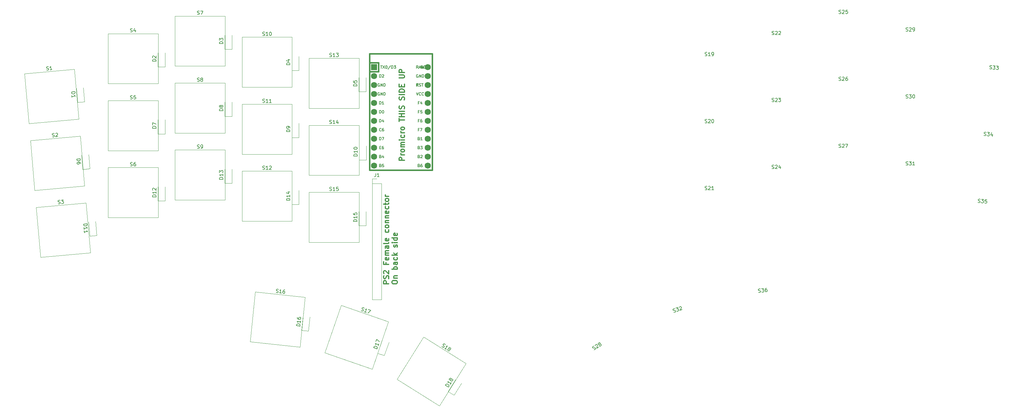
<source format=gbr>
%TF.GenerationSoftware,KiCad,Pcbnew,7.0.7*%
%TF.CreationDate,2023-09-26T18:04:07-06:00*%
%TF.ProjectId,keyboard,6b657962-6f61-4726-942e-6b696361645f,rev?*%
%TF.SameCoordinates,Original*%
%TF.FileFunction,Legend,Top*%
%TF.FilePolarity,Positive*%
%FSLAX46Y46*%
G04 Gerber Fmt 4.6, Leading zero omitted, Abs format (unit mm)*
G04 Created by KiCad (PCBNEW 7.0.7) date 2023-09-26 18:04:07*
%MOMM*%
%LPD*%
G01*
G04 APERTURE LIST*
%ADD10C,0.300000*%
%ADD11C,0.150000*%
%ADD12C,0.120000*%
%ADD13C,0.381000*%
%ADD14C,1.752600*%
%ADD15R,1.752600X1.752600*%
G04 APERTURE END LIST*
D10*
X115385828Y-120445489D02*
X113885828Y-120445489D01*
X113885828Y-120445489D02*
X113885828Y-119874060D01*
X113885828Y-119874060D02*
X113957257Y-119731203D01*
X113957257Y-119731203D02*
X114028685Y-119659774D01*
X114028685Y-119659774D02*
X114171542Y-119588346D01*
X114171542Y-119588346D02*
X114385828Y-119588346D01*
X114385828Y-119588346D02*
X114528685Y-119659774D01*
X114528685Y-119659774D02*
X114600114Y-119731203D01*
X114600114Y-119731203D02*
X114671542Y-119874060D01*
X114671542Y-119874060D02*
X114671542Y-120445489D01*
X115314400Y-119016917D02*
X115385828Y-118802632D01*
X115385828Y-118802632D02*
X115385828Y-118445489D01*
X115385828Y-118445489D02*
X115314400Y-118302632D01*
X115314400Y-118302632D02*
X115242971Y-118231203D01*
X115242971Y-118231203D02*
X115100114Y-118159774D01*
X115100114Y-118159774D02*
X114957257Y-118159774D01*
X114957257Y-118159774D02*
X114814400Y-118231203D01*
X114814400Y-118231203D02*
X114742971Y-118302632D01*
X114742971Y-118302632D02*
X114671542Y-118445489D01*
X114671542Y-118445489D02*
X114600114Y-118731203D01*
X114600114Y-118731203D02*
X114528685Y-118874060D01*
X114528685Y-118874060D02*
X114457257Y-118945489D01*
X114457257Y-118945489D02*
X114314400Y-119016917D01*
X114314400Y-119016917D02*
X114171542Y-119016917D01*
X114171542Y-119016917D02*
X114028685Y-118945489D01*
X114028685Y-118945489D02*
X113957257Y-118874060D01*
X113957257Y-118874060D02*
X113885828Y-118731203D01*
X113885828Y-118731203D02*
X113885828Y-118374060D01*
X113885828Y-118374060D02*
X113957257Y-118159774D01*
X114028685Y-117588346D02*
X113957257Y-117516918D01*
X113957257Y-117516918D02*
X113885828Y-117374061D01*
X113885828Y-117374061D02*
X113885828Y-117016918D01*
X113885828Y-117016918D02*
X113957257Y-116874061D01*
X113957257Y-116874061D02*
X114028685Y-116802632D01*
X114028685Y-116802632D02*
X114171542Y-116731203D01*
X114171542Y-116731203D02*
X114314400Y-116731203D01*
X114314400Y-116731203D02*
X114528685Y-116802632D01*
X114528685Y-116802632D02*
X115385828Y-117659775D01*
X115385828Y-117659775D02*
X115385828Y-116731203D01*
X114600114Y-114445490D02*
X114600114Y-114945490D01*
X115385828Y-114945490D02*
X113885828Y-114945490D01*
X113885828Y-114945490D02*
X113885828Y-114231204D01*
X115314400Y-113088347D02*
X115385828Y-113231204D01*
X115385828Y-113231204D02*
X115385828Y-113516919D01*
X115385828Y-113516919D02*
X115314400Y-113659776D01*
X115314400Y-113659776D02*
X115171542Y-113731204D01*
X115171542Y-113731204D02*
X114600114Y-113731204D01*
X114600114Y-113731204D02*
X114457257Y-113659776D01*
X114457257Y-113659776D02*
X114385828Y-113516919D01*
X114385828Y-113516919D02*
X114385828Y-113231204D01*
X114385828Y-113231204D02*
X114457257Y-113088347D01*
X114457257Y-113088347D02*
X114600114Y-113016919D01*
X114600114Y-113016919D02*
X114742971Y-113016919D01*
X114742971Y-113016919D02*
X114885828Y-113731204D01*
X115385828Y-112374062D02*
X114385828Y-112374062D01*
X114528685Y-112374062D02*
X114457257Y-112302633D01*
X114457257Y-112302633D02*
X114385828Y-112159776D01*
X114385828Y-112159776D02*
X114385828Y-111945490D01*
X114385828Y-111945490D02*
X114457257Y-111802633D01*
X114457257Y-111802633D02*
X114600114Y-111731205D01*
X114600114Y-111731205D02*
X115385828Y-111731205D01*
X114600114Y-111731205D02*
X114457257Y-111659776D01*
X114457257Y-111659776D02*
X114385828Y-111516919D01*
X114385828Y-111516919D02*
X114385828Y-111302633D01*
X114385828Y-111302633D02*
X114457257Y-111159776D01*
X114457257Y-111159776D02*
X114600114Y-111088347D01*
X114600114Y-111088347D02*
X115385828Y-111088347D01*
X115385828Y-109731205D02*
X114600114Y-109731205D01*
X114600114Y-109731205D02*
X114457257Y-109802633D01*
X114457257Y-109802633D02*
X114385828Y-109945490D01*
X114385828Y-109945490D02*
X114385828Y-110231205D01*
X114385828Y-110231205D02*
X114457257Y-110374062D01*
X115314400Y-109731205D02*
X115385828Y-109874062D01*
X115385828Y-109874062D02*
X115385828Y-110231205D01*
X115385828Y-110231205D02*
X115314400Y-110374062D01*
X115314400Y-110374062D02*
X115171542Y-110445490D01*
X115171542Y-110445490D02*
X115028685Y-110445490D01*
X115028685Y-110445490D02*
X114885828Y-110374062D01*
X114885828Y-110374062D02*
X114814400Y-110231205D01*
X114814400Y-110231205D02*
X114814400Y-109874062D01*
X114814400Y-109874062D02*
X114742971Y-109731205D01*
X115385828Y-108802633D02*
X115314400Y-108945490D01*
X115314400Y-108945490D02*
X115171542Y-109016919D01*
X115171542Y-109016919D02*
X113885828Y-109016919D01*
X115314400Y-107659776D02*
X115385828Y-107802633D01*
X115385828Y-107802633D02*
X115385828Y-108088348D01*
X115385828Y-108088348D02*
X115314400Y-108231205D01*
X115314400Y-108231205D02*
X115171542Y-108302633D01*
X115171542Y-108302633D02*
X114600114Y-108302633D01*
X114600114Y-108302633D02*
X114457257Y-108231205D01*
X114457257Y-108231205D02*
X114385828Y-108088348D01*
X114385828Y-108088348D02*
X114385828Y-107802633D01*
X114385828Y-107802633D02*
X114457257Y-107659776D01*
X114457257Y-107659776D02*
X114600114Y-107588348D01*
X114600114Y-107588348D02*
X114742971Y-107588348D01*
X114742971Y-107588348D02*
X114885828Y-108302633D01*
X115314400Y-105159777D02*
X115385828Y-105302634D01*
X115385828Y-105302634D02*
X115385828Y-105588348D01*
X115385828Y-105588348D02*
X115314400Y-105731205D01*
X115314400Y-105731205D02*
X115242971Y-105802634D01*
X115242971Y-105802634D02*
X115100114Y-105874062D01*
X115100114Y-105874062D02*
X114671542Y-105874062D01*
X114671542Y-105874062D02*
X114528685Y-105802634D01*
X114528685Y-105802634D02*
X114457257Y-105731205D01*
X114457257Y-105731205D02*
X114385828Y-105588348D01*
X114385828Y-105588348D02*
X114385828Y-105302634D01*
X114385828Y-105302634D02*
X114457257Y-105159777D01*
X115385828Y-104302634D02*
X115314400Y-104445491D01*
X115314400Y-104445491D02*
X115242971Y-104516920D01*
X115242971Y-104516920D02*
X115100114Y-104588348D01*
X115100114Y-104588348D02*
X114671542Y-104588348D01*
X114671542Y-104588348D02*
X114528685Y-104516920D01*
X114528685Y-104516920D02*
X114457257Y-104445491D01*
X114457257Y-104445491D02*
X114385828Y-104302634D01*
X114385828Y-104302634D02*
X114385828Y-104088348D01*
X114385828Y-104088348D02*
X114457257Y-103945491D01*
X114457257Y-103945491D02*
X114528685Y-103874063D01*
X114528685Y-103874063D02*
X114671542Y-103802634D01*
X114671542Y-103802634D02*
X115100114Y-103802634D01*
X115100114Y-103802634D02*
X115242971Y-103874063D01*
X115242971Y-103874063D02*
X115314400Y-103945491D01*
X115314400Y-103945491D02*
X115385828Y-104088348D01*
X115385828Y-104088348D02*
X115385828Y-104302634D01*
X114385828Y-103159777D02*
X115385828Y-103159777D01*
X114528685Y-103159777D02*
X114457257Y-103088348D01*
X114457257Y-103088348D02*
X114385828Y-102945491D01*
X114385828Y-102945491D02*
X114385828Y-102731205D01*
X114385828Y-102731205D02*
X114457257Y-102588348D01*
X114457257Y-102588348D02*
X114600114Y-102516920D01*
X114600114Y-102516920D02*
X115385828Y-102516920D01*
X114385828Y-101802634D02*
X115385828Y-101802634D01*
X114528685Y-101802634D02*
X114457257Y-101731205D01*
X114457257Y-101731205D02*
X114385828Y-101588348D01*
X114385828Y-101588348D02*
X114385828Y-101374062D01*
X114385828Y-101374062D02*
X114457257Y-101231205D01*
X114457257Y-101231205D02*
X114600114Y-101159777D01*
X114600114Y-101159777D02*
X115385828Y-101159777D01*
X115314400Y-99874062D02*
X115385828Y-100016919D01*
X115385828Y-100016919D02*
X115385828Y-100302634D01*
X115385828Y-100302634D02*
X115314400Y-100445491D01*
X115314400Y-100445491D02*
X115171542Y-100516919D01*
X115171542Y-100516919D02*
X114600114Y-100516919D01*
X114600114Y-100516919D02*
X114457257Y-100445491D01*
X114457257Y-100445491D02*
X114385828Y-100302634D01*
X114385828Y-100302634D02*
X114385828Y-100016919D01*
X114385828Y-100016919D02*
X114457257Y-99874062D01*
X114457257Y-99874062D02*
X114600114Y-99802634D01*
X114600114Y-99802634D02*
X114742971Y-99802634D01*
X114742971Y-99802634D02*
X114885828Y-100516919D01*
X115314400Y-98516920D02*
X115385828Y-98659777D01*
X115385828Y-98659777D02*
X115385828Y-98945491D01*
X115385828Y-98945491D02*
X115314400Y-99088348D01*
X115314400Y-99088348D02*
X115242971Y-99159777D01*
X115242971Y-99159777D02*
X115100114Y-99231205D01*
X115100114Y-99231205D02*
X114671542Y-99231205D01*
X114671542Y-99231205D02*
X114528685Y-99159777D01*
X114528685Y-99159777D02*
X114457257Y-99088348D01*
X114457257Y-99088348D02*
X114385828Y-98945491D01*
X114385828Y-98945491D02*
X114385828Y-98659777D01*
X114385828Y-98659777D02*
X114457257Y-98516920D01*
X114385828Y-98088348D02*
X114385828Y-97516920D01*
X113885828Y-97874063D02*
X115171542Y-97874063D01*
X115171542Y-97874063D02*
X115314400Y-97802634D01*
X115314400Y-97802634D02*
X115385828Y-97659777D01*
X115385828Y-97659777D02*
X115385828Y-97516920D01*
X115385828Y-96802634D02*
X115314400Y-96945491D01*
X115314400Y-96945491D02*
X115242971Y-97016920D01*
X115242971Y-97016920D02*
X115100114Y-97088348D01*
X115100114Y-97088348D02*
X114671542Y-97088348D01*
X114671542Y-97088348D02*
X114528685Y-97016920D01*
X114528685Y-97016920D02*
X114457257Y-96945491D01*
X114457257Y-96945491D02*
X114385828Y-96802634D01*
X114385828Y-96802634D02*
X114385828Y-96588348D01*
X114385828Y-96588348D02*
X114457257Y-96445491D01*
X114457257Y-96445491D02*
X114528685Y-96374063D01*
X114528685Y-96374063D02*
X114671542Y-96302634D01*
X114671542Y-96302634D02*
X115100114Y-96302634D01*
X115100114Y-96302634D02*
X115242971Y-96374063D01*
X115242971Y-96374063D02*
X115314400Y-96445491D01*
X115314400Y-96445491D02*
X115385828Y-96588348D01*
X115385828Y-96588348D02*
X115385828Y-96802634D01*
X115385828Y-95659777D02*
X114385828Y-95659777D01*
X114671542Y-95659777D02*
X114528685Y-95588348D01*
X114528685Y-95588348D02*
X114457257Y-95516920D01*
X114457257Y-95516920D02*
X114385828Y-95374062D01*
X114385828Y-95374062D02*
X114385828Y-95231205D01*
X116300828Y-120159774D02*
X116300828Y-119874060D01*
X116300828Y-119874060D02*
X116372257Y-119731203D01*
X116372257Y-119731203D02*
X116515114Y-119588346D01*
X116515114Y-119588346D02*
X116800828Y-119516917D01*
X116800828Y-119516917D02*
X117300828Y-119516917D01*
X117300828Y-119516917D02*
X117586542Y-119588346D01*
X117586542Y-119588346D02*
X117729400Y-119731203D01*
X117729400Y-119731203D02*
X117800828Y-119874060D01*
X117800828Y-119874060D02*
X117800828Y-120159774D01*
X117800828Y-120159774D02*
X117729400Y-120302632D01*
X117729400Y-120302632D02*
X117586542Y-120445489D01*
X117586542Y-120445489D02*
X117300828Y-120516917D01*
X117300828Y-120516917D02*
X116800828Y-120516917D01*
X116800828Y-120516917D02*
X116515114Y-120445489D01*
X116515114Y-120445489D02*
X116372257Y-120302632D01*
X116372257Y-120302632D02*
X116300828Y-120159774D01*
X116800828Y-118874060D02*
X117800828Y-118874060D01*
X116943685Y-118874060D02*
X116872257Y-118802631D01*
X116872257Y-118802631D02*
X116800828Y-118659774D01*
X116800828Y-118659774D02*
X116800828Y-118445488D01*
X116800828Y-118445488D02*
X116872257Y-118302631D01*
X116872257Y-118302631D02*
X117015114Y-118231203D01*
X117015114Y-118231203D02*
X117800828Y-118231203D01*
X117800828Y-116374060D02*
X116300828Y-116374060D01*
X116872257Y-116374060D02*
X116800828Y-116231203D01*
X116800828Y-116231203D02*
X116800828Y-115945488D01*
X116800828Y-115945488D02*
X116872257Y-115802631D01*
X116872257Y-115802631D02*
X116943685Y-115731203D01*
X116943685Y-115731203D02*
X117086542Y-115659774D01*
X117086542Y-115659774D02*
X117515114Y-115659774D01*
X117515114Y-115659774D02*
X117657971Y-115731203D01*
X117657971Y-115731203D02*
X117729400Y-115802631D01*
X117729400Y-115802631D02*
X117800828Y-115945488D01*
X117800828Y-115945488D02*
X117800828Y-116231203D01*
X117800828Y-116231203D02*
X117729400Y-116374060D01*
X117800828Y-114374060D02*
X117015114Y-114374060D01*
X117015114Y-114374060D02*
X116872257Y-114445488D01*
X116872257Y-114445488D02*
X116800828Y-114588345D01*
X116800828Y-114588345D02*
X116800828Y-114874060D01*
X116800828Y-114874060D02*
X116872257Y-115016917D01*
X117729400Y-114374060D02*
X117800828Y-114516917D01*
X117800828Y-114516917D02*
X117800828Y-114874060D01*
X117800828Y-114874060D02*
X117729400Y-115016917D01*
X117729400Y-115016917D02*
X117586542Y-115088345D01*
X117586542Y-115088345D02*
X117443685Y-115088345D01*
X117443685Y-115088345D02*
X117300828Y-115016917D01*
X117300828Y-115016917D02*
X117229400Y-114874060D01*
X117229400Y-114874060D02*
X117229400Y-114516917D01*
X117229400Y-114516917D02*
X117157971Y-114374060D01*
X117729400Y-113016917D02*
X117800828Y-113159774D01*
X117800828Y-113159774D02*
X117800828Y-113445488D01*
X117800828Y-113445488D02*
X117729400Y-113588345D01*
X117729400Y-113588345D02*
X117657971Y-113659774D01*
X117657971Y-113659774D02*
X117515114Y-113731202D01*
X117515114Y-113731202D02*
X117086542Y-113731202D01*
X117086542Y-113731202D02*
X116943685Y-113659774D01*
X116943685Y-113659774D02*
X116872257Y-113588345D01*
X116872257Y-113588345D02*
X116800828Y-113445488D01*
X116800828Y-113445488D02*
X116800828Y-113159774D01*
X116800828Y-113159774D02*
X116872257Y-113016917D01*
X117800828Y-112374060D02*
X116300828Y-112374060D01*
X117229400Y-112231203D02*
X117800828Y-111802631D01*
X116800828Y-111802631D02*
X117372257Y-112374060D01*
X117729400Y-110088345D02*
X117800828Y-109945488D01*
X117800828Y-109945488D02*
X117800828Y-109659774D01*
X117800828Y-109659774D02*
X117729400Y-109516917D01*
X117729400Y-109516917D02*
X117586542Y-109445488D01*
X117586542Y-109445488D02*
X117515114Y-109445488D01*
X117515114Y-109445488D02*
X117372257Y-109516917D01*
X117372257Y-109516917D02*
X117300828Y-109659774D01*
X117300828Y-109659774D02*
X117300828Y-109874060D01*
X117300828Y-109874060D02*
X117229400Y-110016917D01*
X117229400Y-110016917D02*
X117086542Y-110088345D01*
X117086542Y-110088345D02*
X117015114Y-110088345D01*
X117015114Y-110088345D02*
X116872257Y-110016917D01*
X116872257Y-110016917D02*
X116800828Y-109874060D01*
X116800828Y-109874060D02*
X116800828Y-109659774D01*
X116800828Y-109659774D02*
X116872257Y-109516917D01*
X117800828Y-108802631D02*
X116800828Y-108802631D01*
X116300828Y-108802631D02*
X116372257Y-108874059D01*
X116372257Y-108874059D02*
X116443685Y-108802631D01*
X116443685Y-108802631D02*
X116372257Y-108731202D01*
X116372257Y-108731202D02*
X116300828Y-108802631D01*
X116300828Y-108802631D02*
X116443685Y-108802631D01*
X117800828Y-107445488D02*
X116300828Y-107445488D01*
X117729400Y-107445488D02*
X117800828Y-107588345D01*
X117800828Y-107588345D02*
X117800828Y-107874059D01*
X117800828Y-107874059D02*
X117729400Y-108016916D01*
X117729400Y-108016916D02*
X117657971Y-108088345D01*
X117657971Y-108088345D02*
X117515114Y-108159773D01*
X117515114Y-108159773D02*
X117086542Y-108159773D01*
X117086542Y-108159773D02*
X116943685Y-108088345D01*
X116943685Y-108088345D02*
X116872257Y-108016916D01*
X116872257Y-108016916D02*
X116800828Y-107874059D01*
X116800828Y-107874059D02*
X116800828Y-107588345D01*
X116800828Y-107588345D02*
X116872257Y-107445488D01*
X117729400Y-106159773D02*
X117800828Y-106302630D01*
X117800828Y-106302630D02*
X117800828Y-106588345D01*
X117800828Y-106588345D02*
X117729400Y-106731202D01*
X117729400Y-106731202D02*
X117586542Y-106802630D01*
X117586542Y-106802630D02*
X117015114Y-106802630D01*
X117015114Y-106802630D02*
X116872257Y-106731202D01*
X116872257Y-106731202D02*
X116800828Y-106588345D01*
X116800828Y-106588345D02*
X116800828Y-106302630D01*
X116800828Y-106302630D02*
X116872257Y-106159773D01*
X116872257Y-106159773D02*
X117015114Y-106088345D01*
X117015114Y-106088345D02*
X117157971Y-106088345D01*
X117157971Y-106088345D02*
X117300828Y-106802630D01*
X119800828Y-85445489D02*
X118300828Y-85445489D01*
X118300828Y-85445489D02*
X118300828Y-84874060D01*
X118300828Y-84874060D02*
X118372257Y-84731203D01*
X118372257Y-84731203D02*
X118443685Y-84659774D01*
X118443685Y-84659774D02*
X118586542Y-84588346D01*
X118586542Y-84588346D02*
X118800828Y-84588346D01*
X118800828Y-84588346D02*
X118943685Y-84659774D01*
X118943685Y-84659774D02*
X119015114Y-84731203D01*
X119015114Y-84731203D02*
X119086542Y-84874060D01*
X119086542Y-84874060D02*
X119086542Y-85445489D01*
X119800828Y-83945489D02*
X118800828Y-83945489D01*
X119086542Y-83945489D02*
X118943685Y-83874060D01*
X118943685Y-83874060D02*
X118872257Y-83802632D01*
X118872257Y-83802632D02*
X118800828Y-83659774D01*
X118800828Y-83659774D02*
X118800828Y-83516917D01*
X119800828Y-82802632D02*
X119729400Y-82945489D01*
X119729400Y-82945489D02*
X119657971Y-83016918D01*
X119657971Y-83016918D02*
X119515114Y-83088346D01*
X119515114Y-83088346D02*
X119086542Y-83088346D01*
X119086542Y-83088346D02*
X118943685Y-83016918D01*
X118943685Y-83016918D02*
X118872257Y-82945489D01*
X118872257Y-82945489D02*
X118800828Y-82802632D01*
X118800828Y-82802632D02*
X118800828Y-82588346D01*
X118800828Y-82588346D02*
X118872257Y-82445489D01*
X118872257Y-82445489D02*
X118943685Y-82374061D01*
X118943685Y-82374061D02*
X119086542Y-82302632D01*
X119086542Y-82302632D02*
X119515114Y-82302632D01*
X119515114Y-82302632D02*
X119657971Y-82374061D01*
X119657971Y-82374061D02*
X119729400Y-82445489D01*
X119729400Y-82445489D02*
X119800828Y-82588346D01*
X119800828Y-82588346D02*
X119800828Y-82802632D01*
X119800828Y-81659775D02*
X118800828Y-81659775D01*
X118943685Y-81659775D02*
X118872257Y-81588346D01*
X118872257Y-81588346D02*
X118800828Y-81445489D01*
X118800828Y-81445489D02*
X118800828Y-81231203D01*
X118800828Y-81231203D02*
X118872257Y-81088346D01*
X118872257Y-81088346D02*
X119015114Y-81016918D01*
X119015114Y-81016918D02*
X119800828Y-81016918D01*
X119015114Y-81016918D02*
X118872257Y-80945489D01*
X118872257Y-80945489D02*
X118800828Y-80802632D01*
X118800828Y-80802632D02*
X118800828Y-80588346D01*
X118800828Y-80588346D02*
X118872257Y-80445489D01*
X118872257Y-80445489D02*
X119015114Y-80374060D01*
X119015114Y-80374060D02*
X119800828Y-80374060D01*
X119800828Y-79659775D02*
X118800828Y-79659775D01*
X118300828Y-79659775D02*
X118372257Y-79731203D01*
X118372257Y-79731203D02*
X118443685Y-79659775D01*
X118443685Y-79659775D02*
X118372257Y-79588346D01*
X118372257Y-79588346D02*
X118300828Y-79659775D01*
X118300828Y-79659775D02*
X118443685Y-79659775D01*
X119729400Y-78302632D02*
X119800828Y-78445489D01*
X119800828Y-78445489D02*
X119800828Y-78731203D01*
X119800828Y-78731203D02*
X119729400Y-78874060D01*
X119729400Y-78874060D02*
X119657971Y-78945489D01*
X119657971Y-78945489D02*
X119515114Y-79016917D01*
X119515114Y-79016917D02*
X119086542Y-79016917D01*
X119086542Y-79016917D02*
X118943685Y-78945489D01*
X118943685Y-78945489D02*
X118872257Y-78874060D01*
X118872257Y-78874060D02*
X118800828Y-78731203D01*
X118800828Y-78731203D02*
X118800828Y-78445489D01*
X118800828Y-78445489D02*
X118872257Y-78302632D01*
X119800828Y-77659775D02*
X118800828Y-77659775D01*
X119086542Y-77659775D02*
X118943685Y-77588346D01*
X118943685Y-77588346D02*
X118872257Y-77516918D01*
X118872257Y-77516918D02*
X118800828Y-77374060D01*
X118800828Y-77374060D02*
X118800828Y-77231203D01*
X119800828Y-76516918D02*
X119729400Y-76659775D01*
X119729400Y-76659775D02*
X119657971Y-76731204D01*
X119657971Y-76731204D02*
X119515114Y-76802632D01*
X119515114Y-76802632D02*
X119086542Y-76802632D01*
X119086542Y-76802632D02*
X118943685Y-76731204D01*
X118943685Y-76731204D02*
X118872257Y-76659775D01*
X118872257Y-76659775D02*
X118800828Y-76516918D01*
X118800828Y-76516918D02*
X118800828Y-76302632D01*
X118800828Y-76302632D02*
X118872257Y-76159775D01*
X118872257Y-76159775D02*
X118943685Y-76088347D01*
X118943685Y-76088347D02*
X119086542Y-76016918D01*
X119086542Y-76016918D02*
X119515114Y-76016918D01*
X119515114Y-76016918D02*
X119657971Y-76088347D01*
X119657971Y-76088347D02*
X119729400Y-76159775D01*
X119729400Y-76159775D02*
X119800828Y-76302632D01*
X119800828Y-76302632D02*
X119800828Y-76516918D01*
X118300828Y-74445489D02*
X118300828Y-73588347D01*
X119800828Y-74016918D02*
X118300828Y-74016918D01*
X119800828Y-73088347D02*
X118300828Y-73088347D01*
X119015114Y-73088347D02*
X119015114Y-72231204D01*
X119800828Y-72231204D02*
X118300828Y-72231204D01*
X119800828Y-71516918D02*
X118300828Y-71516918D01*
X119729400Y-70874060D02*
X119800828Y-70659775D01*
X119800828Y-70659775D02*
X119800828Y-70302632D01*
X119800828Y-70302632D02*
X119729400Y-70159775D01*
X119729400Y-70159775D02*
X119657971Y-70088346D01*
X119657971Y-70088346D02*
X119515114Y-70016917D01*
X119515114Y-70016917D02*
X119372257Y-70016917D01*
X119372257Y-70016917D02*
X119229400Y-70088346D01*
X119229400Y-70088346D02*
X119157971Y-70159775D01*
X119157971Y-70159775D02*
X119086542Y-70302632D01*
X119086542Y-70302632D02*
X119015114Y-70588346D01*
X119015114Y-70588346D02*
X118943685Y-70731203D01*
X118943685Y-70731203D02*
X118872257Y-70802632D01*
X118872257Y-70802632D02*
X118729400Y-70874060D01*
X118729400Y-70874060D02*
X118586542Y-70874060D01*
X118586542Y-70874060D02*
X118443685Y-70802632D01*
X118443685Y-70802632D02*
X118372257Y-70731203D01*
X118372257Y-70731203D02*
X118300828Y-70588346D01*
X118300828Y-70588346D02*
X118300828Y-70231203D01*
X118300828Y-70231203D02*
X118372257Y-70016917D01*
X119729400Y-68302632D02*
X119800828Y-68088347D01*
X119800828Y-68088347D02*
X119800828Y-67731204D01*
X119800828Y-67731204D02*
X119729400Y-67588347D01*
X119729400Y-67588347D02*
X119657971Y-67516918D01*
X119657971Y-67516918D02*
X119515114Y-67445489D01*
X119515114Y-67445489D02*
X119372257Y-67445489D01*
X119372257Y-67445489D02*
X119229400Y-67516918D01*
X119229400Y-67516918D02*
X119157971Y-67588347D01*
X119157971Y-67588347D02*
X119086542Y-67731204D01*
X119086542Y-67731204D02*
X119015114Y-68016918D01*
X119015114Y-68016918D02*
X118943685Y-68159775D01*
X118943685Y-68159775D02*
X118872257Y-68231204D01*
X118872257Y-68231204D02*
X118729400Y-68302632D01*
X118729400Y-68302632D02*
X118586542Y-68302632D01*
X118586542Y-68302632D02*
X118443685Y-68231204D01*
X118443685Y-68231204D02*
X118372257Y-68159775D01*
X118372257Y-68159775D02*
X118300828Y-68016918D01*
X118300828Y-68016918D02*
X118300828Y-67659775D01*
X118300828Y-67659775D02*
X118372257Y-67445489D01*
X119800828Y-66802633D02*
X118300828Y-66802633D01*
X119800828Y-66088347D02*
X118300828Y-66088347D01*
X118300828Y-66088347D02*
X118300828Y-65731204D01*
X118300828Y-65731204D02*
X118372257Y-65516918D01*
X118372257Y-65516918D02*
X118515114Y-65374061D01*
X118515114Y-65374061D02*
X118657971Y-65302632D01*
X118657971Y-65302632D02*
X118943685Y-65231204D01*
X118943685Y-65231204D02*
X119157971Y-65231204D01*
X119157971Y-65231204D02*
X119443685Y-65302632D01*
X119443685Y-65302632D02*
X119586542Y-65374061D01*
X119586542Y-65374061D02*
X119729400Y-65516918D01*
X119729400Y-65516918D02*
X119800828Y-65731204D01*
X119800828Y-65731204D02*
X119800828Y-66088347D01*
X119015114Y-64588347D02*
X119015114Y-64088347D01*
X119800828Y-63874061D02*
X119800828Y-64588347D01*
X119800828Y-64588347D02*
X118300828Y-64588347D01*
X118300828Y-64588347D02*
X118300828Y-63874061D01*
X118300828Y-62088347D02*
X119515114Y-62088347D01*
X119515114Y-62088347D02*
X119657971Y-62016918D01*
X119657971Y-62016918D02*
X119729400Y-61945490D01*
X119729400Y-61945490D02*
X119800828Y-61802632D01*
X119800828Y-61802632D02*
X119800828Y-61516918D01*
X119800828Y-61516918D02*
X119729400Y-61374061D01*
X119729400Y-61374061D02*
X119657971Y-61302632D01*
X119657971Y-61302632D02*
X119515114Y-61231204D01*
X119515114Y-61231204D02*
X118300828Y-61231204D01*
X119800828Y-60516918D02*
X118300828Y-60516918D01*
X118300828Y-60516918D02*
X118300828Y-59945489D01*
X118300828Y-59945489D02*
X118372257Y-59802632D01*
X118372257Y-59802632D02*
X118443685Y-59731203D01*
X118443685Y-59731203D02*
X118586542Y-59659775D01*
X118586542Y-59659775D02*
X118800828Y-59659775D01*
X118800828Y-59659775D02*
X118943685Y-59731203D01*
X118943685Y-59731203D02*
X119015114Y-59802632D01*
X119015114Y-59802632D02*
X119086542Y-59945489D01*
X119086542Y-59945489D02*
X119086542Y-60516918D01*
D11*
X87354819Y-96817916D02*
X86354819Y-96817916D01*
X86354819Y-96817916D02*
X86354819Y-96579821D01*
X86354819Y-96579821D02*
X86402438Y-96436964D01*
X86402438Y-96436964D02*
X86497676Y-96341726D01*
X86497676Y-96341726D02*
X86592914Y-96294107D01*
X86592914Y-96294107D02*
X86783390Y-96246488D01*
X86783390Y-96246488D02*
X86926247Y-96246488D01*
X86926247Y-96246488D02*
X87116723Y-96294107D01*
X87116723Y-96294107D02*
X87211961Y-96341726D01*
X87211961Y-96341726D02*
X87307200Y-96436964D01*
X87307200Y-96436964D02*
X87354819Y-96579821D01*
X87354819Y-96579821D02*
X87354819Y-96817916D01*
X87354819Y-95294107D02*
X87354819Y-95865535D01*
X87354819Y-95579821D02*
X86354819Y-95579821D01*
X86354819Y-95579821D02*
X86497676Y-95675059D01*
X86497676Y-95675059D02*
X86592914Y-95770297D01*
X86592914Y-95770297D02*
X86640533Y-95865535D01*
X86688152Y-94436964D02*
X87354819Y-94436964D01*
X86307200Y-94675059D02*
X87021485Y-94913154D01*
X87021485Y-94913154D02*
X87021485Y-94294107D01*
X87354819Y-58341725D02*
X86354819Y-58341725D01*
X86354819Y-58341725D02*
X86354819Y-58103630D01*
X86354819Y-58103630D02*
X86402438Y-57960773D01*
X86402438Y-57960773D02*
X86497676Y-57865535D01*
X86497676Y-57865535D02*
X86592914Y-57817916D01*
X86592914Y-57817916D02*
X86783390Y-57770297D01*
X86783390Y-57770297D02*
X86926247Y-57770297D01*
X86926247Y-57770297D02*
X87116723Y-57817916D01*
X87116723Y-57817916D02*
X87211961Y-57865535D01*
X87211961Y-57865535D02*
X87307200Y-57960773D01*
X87307200Y-57960773D02*
X87354819Y-58103630D01*
X87354819Y-58103630D02*
X87354819Y-58341725D01*
X86688152Y-56913154D02*
X87354819Y-56913154D01*
X86307200Y-57151249D02*
X87021485Y-57389344D01*
X87021485Y-57389344D02*
X87021485Y-56770297D01*
X61085476Y-63010831D02*
X61228333Y-63058450D01*
X61228333Y-63058450D02*
X61466428Y-63058450D01*
X61466428Y-63058450D02*
X61561666Y-63010831D01*
X61561666Y-63010831D02*
X61609285Y-62963211D01*
X61609285Y-62963211D02*
X61656904Y-62867973D01*
X61656904Y-62867973D02*
X61656904Y-62772735D01*
X61656904Y-62772735D02*
X61609285Y-62677497D01*
X61609285Y-62677497D02*
X61561666Y-62629878D01*
X61561666Y-62629878D02*
X61466428Y-62582259D01*
X61466428Y-62582259D02*
X61275952Y-62534640D01*
X61275952Y-62534640D02*
X61180714Y-62487021D01*
X61180714Y-62487021D02*
X61133095Y-62439402D01*
X61133095Y-62439402D02*
X61085476Y-62344164D01*
X61085476Y-62344164D02*
X61085476Y-62248926D01*
X61085476Y-62248926D02*
X61133095Y-62153688D01*
X61133095Y-62153688D02*
X61180714Y-62106069D01*
X61180714Y-62106069D02*
X61275952Y-62058450D01*
X61275952Y-62058450D02*
X61514047Y-62058450D01*
X61514047Y-62058450D02*
X61656904Y-62106069D01*
X62228333Y-62487021D02*
X62133095Y-62439402D01*
X62133095Y-62439402D02*
X62085476Y-62391783D01*
X62085476Y-62391783D02*
X62037857Y-62296545D01*
X62037857Y-62296545D02*
X62037857Y-62248926D01*
X62037857Y-62248926D02*
X62085476Y-62153688D01*
X62085476Y-62153688D02*
X62133095Y-62106069D01*
X62133095Y-62106069D02*
X62228333Y-62058450D01*
X62228333Y-62058450D02*
X62418809Y-62058450D01*
X62418809Y-62058450D02*
X62514047Y-62106069D01*
X62514047Y-62106069D02*
X62561666Y-62153688D01*
X62561666Y-62153688D02*
X62609285Y-62248926D01*
X62609285Y-62248926D02*
X62609285Y-62296545D01*
X62609285Y-62296545D02*
X62561666Y-62391783D01*
X62561666Y-62391783D02*
X62514047Y-62439402D01*
X62514047Y-62439402D02*
X62418809Y-62487021D01*
X62418809Y-62487021D02*
X62228333Y-62487021D01*
X62228333Y-62487021D02*
X62133095Y-62534640D01*
X62133095Y-62534640D02*
X62085476Y-62582259D01*
X62085476Y-62582259D02*
X62037857Y-62677497D01*
X62037857Y-62677497D02*
X62037857Y-62867973D01*
X62037857Y-62867973D02*
X62085476Y-62963211D01*
X62085476Y-62963211D02*
X62133095Y-63010831D01*
X62133095Y-63010831D02*
X62228333Y-63058450D01*
X62228333Y-63058450D02*
X62418809Y-63058450D01*
X62418809Y-63058450D02*
X62514047Y-63010831D01*
X62514047Y-63010831D02*
X62561666Y-62963211D01*
X62561666Y-62963211D02*
X62609285Y-62867973D01*
X62609285Y-62867973D02*
X62609285Y-62677497D01*
X62609285Y-62677497D02*
X62561666Y-62582259D01*
X62561666Y-62582259D02*
X62514047Y-62534640D01*
X62514047Y-62534640D02*
X62418809Y-62487021D01*
X79609286Y-69010831D02*
X79752143Y-69058450D01*
X79752143Y-69058450D02*
X79990238Y-69058450D01*
X79990238Y-69058450D02*
X80085476Y-69010831D01*
X80085476Y-69010831D02*
X80133095Y-68963211D01*
X80133095Y-68963211D02*
X80180714Y-68867973D01*
X80180714Y-68867973D02*
X80180714Y-68772735D01*
X80180714Y-68772735D02*
X80133095Y-68677497D01*
X80133095Y-68677497D02*
X80085476Y-68629878D01*
X80085476Y-68629878D02*
X79990238Y-68582259D01*
X79990238Y-68582259D02*
X79799762Y-68534640D01*
X79799762Y-68534640D02*
X79704524Y-68487021D01*
X79704524Y-68487021D02*
X79656905Y-68439402D01*
X79656905Y-68439402D02*
X79609286Y-68344164D01*
X79609286Y-68344164D02*
X79609286Y-68248926D01*
X79609286Y-68248926D02*
X79656905Y-68153688D01*
X79656905Y-68153688D02*
X79704524Y-68106069D01*
X79704524Y-68106069D02*
X79799762Y-68058450D01*
X79799762Y-68058450D02*
X80037857Y-68058450D01*
X80037857Y-68058450D02*
X80180714Y-68106069D01*
X81133095Y-69058450D02*
X80561667Y-69058450D01*
X80847381Y-69058450D02*
X80847381Y-68058450D01*
X80847381Y-68058450D02*
X80752143Y-68201307D01*
X80752143Y-68201307D02*
X80656905Y-68296545D01*
X80656905Y-68296545D02*
X80561667Y-68344164D01*
X82085476Y-69058450D02*
X81514048Y-69058450D01*
X81799762Y-69058450D02*
X81799762Y-68058450D01*
X81799762Y-68058450D02*
X81704524Y-68201307D01*
X81704524Y-68201307D02*
X81609286Y-68296545D01*
X81609286Y-68296545D02*
X81514048Y-68344164D01*
X26873150Y-85056403D02*
X27869345Y-84969247D01*
X27869345Y-84969247D02*
X27890096Y-85206436D01*
X27890096Y-85206436D02*
X27855109Y-85352900D01*
X27855109Y-85352900D02*
X27768534Y-85456076D01*
X27768534Y-85456076D02*
X27677808Y-85511814D01*
X27677808Y-85511814D02*
X27492207Y-85575853D01*
X27492207Y-85575853D02*
X27349894Y-85588304D01*
X27349894Y-85588304D02*
X27155992Y-85557467D01*
X27155992Y-85557467D02*
X27056966Y-85518330D01*
X27056966Y-85518330D02*
X26953790Y-85431755D01*
X26953790Y-85431755D02*
X26893901Y-85293592D01*
X26893901Y-85293592D02*
X26873150Y-85056403D01*
X27993853Y-86392382D02*
X27977252Y-86202631D01*
X27977252Y-86202631D02*
X27921513Y-86111905D01*
X27921513Y-86111905D02*
X27869925Y-86068618D01*
X27869925Y-86068618D02*
X27719311Y-85986193D01*
X27719311Y-85986193D02*
X27525410Y-85955356D01*
X27525410Y-85955356D02*
X27145907Y-85988558D01*
X27145907Y-85988558D02*
X27055181Y-86044297D01*
X27055181Y-86044297D02*
X27011894Y-86095885D01*
X27011894Y-86095885D02*
X26972757Y-86194911D01*
X26972757Y-86194911D02*
X26989358Y-86384662D01*
X26989358Y-86384662D02*
X27045096Y-86475388D01*
X27045096Y-86475388D02*
X27096684Y-86518675D01*
X27096684Y-86518675D02*
X27195710Y-86557812D01*
X27195710Y-86557812D02*
X27432899Y-86537061D01*
X27432899Y-86537061D02*
X27523625Y-86481323D01*
X27523625Y-86481323D02*
X27566912Y-86429735D01*
X27566912Y-86429735D02*
X27606050Y-86330709D01*
X27606050Y-86330709D02*
X27589448Y-86140957D01*
X27589448Y-86140957D02*
X27533710Y-86050232D01*
X27533710Y-86050232D02*
X27482122Y-86006944D01*
X27482122Y-86006944D02*
X27383096Y-85967807D01*
X90190005Y-132480181D02*
X89195483Y-132375652D01*
X89195483Y-132375652D02*
X89220370Y-132138861D01*
X89220370Y-132138861D02*
X89282661Y-132001764D01*
X89282661Y-132001764D02*
X89387333Y-131917003D01*
X89387333Y-131917003D02*
X89487027Y-131879600D01*
X89487027Y-131879600D02*
X89681437Y-131852152D01*
X89681437Y-131852152D02*
X89823511Y-131867085D01*
X89823511Y-131867085D02*
X90007967Y-131934353D01*
X90007967Y-131934353D02*
X90097705Y-131991666D01*
X90097705Y-131991666D02*
X90182467Y-132096338D01*
X90182467Y-132096338D02*
X90214892Y-132243390D01*
X90214892Y-132243390D02*
X90190005Y-132480181D01*
X90349286Y-130964719D02*
X90289555Y-131533017D01*
X90319421Y-131248868D02*
X89324899Y-131144340D01*
X89324899Y-131144340D02*
X89457018Y-131253989D01*
X89457018Y-131253989D02*
X89541780Y-131358660D01*
X89541780Y-131358660D02*
X89579183Y-131458354D01*
X89444360Y-130007743D02*
X89424450Y-130197176D01*
X89424450Y-130197176D02*
X89461853Y-130296870D01*
X89461853Y-130296870D02*
X89504234Y-130349205D01*
X89504234Y-130349205D02*
X89636353Y-130458854D01*
X89636353Y-130458854D02*
X89820808Y-130526123D01*
X89820808Y-130526123D02*
X90199674Y-130565943D01*
X90199674Y-130565943D02*
X90299368Y-130528540D01*
X90299368Y-130528540D02*
X90351703Y-130486159D01*
X90351703Y-130486159D02*
X90409017Y-130396421D01*
X90409017Y-130396421D02*
X90428927Y-130206988D01*
X90428927Y-130206988D02*
X90391524Y-130107294D01*
X90391524Y-130107294D02*
X90349143Y-130054958D01*
X90349143Y-130054958D02*
X90259404Y-129997645D01*
X90259404Y-129997645D02*
X90022613Y-129972757D01*
X90022613Y-129972757D02*
X89922919Y-130010160D01*
X89922919Y-130010160D02*
X89870584Y-130052541D01*
X89870584Y-130052541D02*
X89813270Y-130142280D01*
X89813270Y-130142280D02*
X89793360Y-130331713D01*
X89793360Y-130331713D02*
X89830763Y-130431406D01*
X89830763Y-130431406D02*
X89873144Y-130483742D01*
X89873144Y-130483742D02*
X89962883Y-130541055D01*
X19990408Y-78777675D02*
X20136872Y-78812662D01*
X20136872Y-78812662D02*
X20374061Y-78791911D01*
X20374061Y-78791911D02*
X20464786Y-78736173D01*
X20464786Y-78736173D02*
X20508074Y-78684585D01*
X20508074Y-78684585D02*
X20547211Y-78585559D01*
X20547211Y-78585559D02*
X20538911Y-78490683D01*
X20538911Y-78490683D02*
X20483172Y-78399957D01*
X20483172Y-78399957D02*
X20431584Y-78356670D01*
X20431584Y-78356670D02*
X20332558Y-78317533D01*
X20332558Y-78317533D02*
X20138656Y-78286696D01*
X20138656Y-78286696D02*
X20039630Y-78247559D01*
X20039630Y-78247559D02*
X19988042Y-78204271D01*
X19988042Y-78204271D02*
X19932304Y-78113546D01*
X19932304Y-78113546D02*
X19924003Y-78018670D01*
X19924003Y-78018670D02*
X19963141Y-77919644D01*
X19963141Y-77919644D02*
X20006428Y-77868056D01*
X20006428Y-77868056D02*
X20097154Y-77812317D01*
X20097154Y-77812317D02*
X20334343Y-77791566D01*
X20334343Y-77791566D02*
X20480807Y-77826553D01*
X20864460Y-77840789D02*
X20907747Y-77789201D01*
X20907747Y-77789201D02*
X20998473Y-77733462D01*
X20998473Y-77733462D02*
X21235662Y-77712711D01*
X21235662Y-77712711D02*
X21334688Y-77751848D01*
X21334688Y-77751848D02*
X21386276Y-77795136D01*
X21386276Y-77795136D02*
X21442014Y-77885861D01*
X21442014Y-77885861D02*
X21450315Y-77980737D01*
X21450315Y-77980737D02*
X21415328Y-78127201D01*
X21415328Y-78127201D02*
X20895877Y-78746258D01*
X20895877Y-78746258D02*
X21512569Y-78692304D01*
X49354819Y-76341725D02*
X48354819Y-76341725D01*
X48354819Y-76341725D02*
X48354819Y-76103630D01*
X48354819Y-76103630D02*
X48402438Y-75960773D01*
X48402438Y-75960773D02*
X48497676Y-75865535D01*
X48497676Y-75865535D02*
X48592914Y-75817916D01*
X48592914Y-75817916D02*
X48783390Y-75770297D01*
X48783390Y-75770297D02*
X48926247Y-75770297D01*
X48926247Y-75770297D02*
X49116723Y-75817916D01*
X49116723Y-75817916D02*
X49211961Y-75865535D01*
X49211961Y-75865535D02*
X49307200Y-75960773D01*
X49307200Y-75960773D02*
X49354819Y-76103630D01*
X49354819Y-76103630D02*
X49354819Y-76341725D01*
X48354819Y-75436963D02*
X48354819Y-74770297D01*
X48354819Y-74770297D02*
X49354819Y-75198868D01*
X42085476Y-68010831D02*
X42228333Y-68058450D01*
X42228333Y-68058450D02*
X42466428Y-68058450D01*
X42466428Y-68058450D02*
X42561666Y-68010831D01*
X42561666Y-68010831D02*
X42609285Y-67963211D01*
X42609285Y-67963211D02*
X42656904Y-67867973D01*
X42656904Y-67867973D02*
X42656904Y-67772735D01*
X42656904Y-67772735D02*
X42609285Y-67677497D01*
X42609285Y-67677497D02*
X42561666Y-67629878D01*
X42561666Y-67629878D02*
X42466428Y-67582259D01*
X42466428Y-67582259D02*
X42275952Y-67534640D01*
X42275952Y-67534640D02*
X42180714Y-67487021D01*
X42180714Y-67487021D02*
X42133095Y-67439402D01*
X42133095Y-67439402D02*
X42085476Y-67344164D01*
X42085476Y-67344164D02*
X42085476Y-67248926D01*
X42085476Y-67248926D02*
X42133095Y-67153688D01*
X42133095Y-67153688D02*
X42180714Y-67106069D01*
X42180714Y-67106069D02*
X42275952Y-67058450D01*
X42275952Y-67058450D02*
X42514047Y-67058450D01*
X42514047Y-67058450D02*
X42656904Y-67106069D01*
X43561666Y-67058450D02*
X43085476Y-67058450D01*
X43085476Y-67058450D02*
X43037857Y-67534640D01*
X43037857Y-67534640D02*
X43085476Y-67487021D01*
X43085476Y-67487021D02*
X43180714Y-67439402D01*
X43180714Y-67439402D02*
X43418809Y-67439402D01*
X43418809Y-67439402D02*
X43514047Y-67487021D01*
X43514047Y-67487021D02*
X43561666Y-67534640D01*
X43561666Y-67534640D02*
X43609285Y-67629878D01*
X43609285Y-67629878D02*
X43609285Y-67867973D01*
X43609285Y-67867973D02*
X43561666Y-67963211D01*
X43561666Y-67963211D02*
X43514047Y-68010831D01*
X43514047Y-68010831D02*
X43418809Y-68058450D01*
X43418809Y-68058450D02*
X43180714Y-68058450D01*
X43180714Y-68058450D02*
X43085476Y-68010831D01*
X43085476Y-68010831D02*
X43037857Y-67963211D01*
X68354819Y-90817916D02*
X67354819Y-90817916D01*
X67354819Y-90817916D02*
X67354819Y-90579821D01*
X67354819Y-90579821D02*
X67402438Y-90436964D01*
X67402438Y-90436964D02*
X67497676Y-90341726D01*
X67497676Y-90341726D02*
X67592914Y-90294107D01*
X67592914Y-90294107D02*
X67783390Y-90246488D01*
X67783390Y-90246488D02*
X67926247Y-90246488D01*
X67926247Y-90246488D02*
X68116723Y-90294107D01*
X68116723Y-90294107D02*
X68211961Y-90341726D01*
X68211961Y-90341726D02*
X68307200Y-90436964D01*
X68307200Y-90436964D02*
X68354819Y-90579821D01*
X68354819Y-90579821D02*
X68354819Y-90817916D01*
X68354819Y-89294107D02*
X68354819Y-89865535D01*
X68354819Y-89579821D02*
X67354819Y-89579821D01*
X67354819Y-89579821D02*
X67497676Y-89675059D01*
X67497676Y-89675059D02*
X67592914Y-89770297D01*
X67592914Y-89770297D02*
X67640533Y-89865535D01*
X67354819Y-88960773D02*
X67354819Y-88341726D01*
X67354819Y-88341726D02*
X67735771Y-88675059D01*
X67735771Y-88675059D02*
X67735771Y-88532202D01*
X67735771Y-88532202D02*
X67783390Y-88436964D01*
X67783390Y-88436964D02*
X67831009Y-88389345D01*
X67831009Y-88389345D02*
X67926247Y-88341726D01*
X67926247Y-88341726D02*
X68164342Y-88341726D01*
X68164342Y-88341726D02*
X68259580Y-88389345D01*
X68259580Y-88389345D02*
X68307200Y-88436964D01*
X68307200Y-88436964D02*
X68354819Y-88532202D01*
X68354819Y-88532202D02*
X68354819Y-88817916D01*
X68354819Y-88817916D02*
X68307200Y-88913154D01*
X68307200Y-88913154D02*
X68259580Y-88960773D01*
X25390193Y-66078665D02*
X26386388Y-65991509D01*
X26386388Y-65991509D02*
X26407139Y-66228698D01*
X26407139Y-66228698D02*
X26372152Y-66375162D01*
X26372152Y-66375162D02*
X26285577Y-66478338D01*
X26285577Y-66478338D02*
X26194851Y-66534076D01*
X26194851Y-66534076D02*
X26009250Y-66598115D01*
X26009250Y-66598115D02*
X25866937Y-66610566D01*
X25866937Y-66610566D02*
X25673035Y-66579729D01*
X25673035Y-66579729D02*
X25574009Y-66540592D01*
X25574009Y-66540592D02*
X25470833Y-66454017D01*
X25470833Y-66454017D02*
X25410944Y-66315854D01*
X25410944Y-66315854D02*
X25390193Y-66078665D01*
X25523002Y-67596675D02*
X25473198Y-67027421D01*
X25498100Y-67312048D02*
X26494295Y-67224893D01*
X26494295Y-67224893D02*
X26343681Y-67142468D01*
X26343681Y-67142468D02*
X26240504Y-67055893D01*
X26240504Y-67055893D02*
X26184766Y-66965167D01*
X42085476Y-87010831D02*
X42228333Y-87058450D01*
X42228333Y-87058450D02*
X42466428Y-87058450D01*
X42466428Y-87058450D02*
X42561666Y-87010831D01*
X42561666Y-87010831D02*
X42609285Y-86963211D01*
X42609285Y-86963211D02*
X42656904Y-86867973D01*
X42656904Y-86867973D02*
X42656904Y-86772735D01*
X42656904Y-86772735D02*
X42609285Y-86677497D01*
X42609285Y-86677497D02*
X42561666Y-86629878D01*
X42561666Y-86629878D02*
X42466428Y-86582259D01*
X42466428Y-86582259D02*
X42275952Y-86534640D01*
X42275952Y-86534640D02*
X42180714Y-86487021D01*
X42180714Y-86487021D02*
X42133095Y-86439402D01*
X42133095Y-86439402D02*
X42085476Y-86344164D01*
X42085476Y-86344164D02*
X42085476Y-86248926D01*
X42085476Y-86248926D02*
X42133095Y-86153688D01*
X42133095Y-86153688D02*
X42180714Y-86106069D01*
X42180714Y-86106069D02*
X42275952Y-86058450D01*
X42275952Y-86058450D02*
X42514047Y-86058450D01*
X42514047Y-86058450D02*
X42656904Y-86106069D01*
X43514047Y-86058450D02*
X43323571Y-86058450D01*
X43323571Y-86058450D02*
X43228333Y-86106069D01*
X43228333Y-86106069D02*
X43180714Y-86153688D01*
X43180714Y-86153688D02*
X43085476Y-86296545D01*
X43085476Y-86296545D02*
X43037857Y-86487021D01*
X43037857Y-86487021D02*
X43037857Y-86867973D01*
X43037857Y-86867973D02*
X43085476Y-86963211D01*
X43085476Y-86963211D02*
X43133095Y-87010831D01*
X43133095Y-87010831D02*
X43228333Y-87058450D01*
X43228333Y-87058450D02*
X43418809Y-87058450D01*
X43418809Y-87058450D02*
X43514047Y-87010831D01*
X43514047Y-87010831D02*
X43561666Y-86963211D01*
X43561666Y-86963211D02*
X43609285Y-86867973D01*
X43609285Y-86867973D02*
X43609285Y-86629878D01*
X43609285Y-86629878D02*
X43561666Y-86534640D01*
X43561666Y-86534640D02*
X43514047Y-86487021D01*
X43514047Y-86487021D02*
X43418809Y-86439402D01*
X43418809Y-86439402D02*
X43228333Y-86439402D01*
X43228333Y-86439402D02*
X43133095Y-86487021D01*
X43133095Y-86487021D02*
X43085476Y-86534640D01*
X43085476Y-86534640D02*
X43037857Y-86629878D01*
X112054646Y-138920368D02*
X111109127Y-138594800D01*
X111109127Y-138594800D02*
X111186643Y-138369676D01*
X111186643Y-138369676D02*
X111278178Y-138250105D01*
X111278178Y-138250105D02*
X111399234Y-138191062D01*
X111399234Y-138191062D02*
X111504786Y-138177044D01*
X111504786Y-138177044D02*
X111700388Y-138194033D01*
X111700388Y-138194033D02*
X111835462Y-138240542D01*
X111835462Y-138240542D02*
X112000058Y-138347580D01*
X112000058Y-138347580D02*
X112074604Y-138423611D01*
X112074604Y-138423611D02*
X112133647Y-138544667D01*
X112133647Y-138544667D02*
X112132162Y-138695244D01*
X112132162Y-138695244D02*
X112054646Y-138920368D01*
X112550749Y-137479578D02*
X112364710Y-138019874D01*
X112457730Y-137749726D02*
X111512211Y-137424158D01*
X111512211Y-137424158D02*
X111616279Y-137560717D01*
X111616279Y-137560717D02*
X111675322Y-137681773D01*
X111675322Y-137681773D02*
X111689340Y-137787325D01*
X111713754Y-136838837D02*
X111930799Y-136208491D01*
X111930799Y-136208491D02*
X112736788Y-136939281D01*
X106354819Y-64338094D02*
X105354819Y-64338094D01*
X105354819Y-64338094D02*
X105354819Y-64099999D01*
X105354819Y-64099999D02*
X105402438Y-63957142D01*
X105402438Y-63957142D02*
X105497676Y-63861904D01*
X105497676Y-63861904D02*
X105592914Y-63814285D01*
X105592914Y-63814285D02*
X105783390Y-63766666D01*
X105783390Y-63766666D02*
X105926247Y-63766666D01*
X105926247Y-63766666D02*
X106116723Y-63814285D01*
X106116723Y-63814285D02*
X106211961Y-63861904D01*
X106211961Y-63861904D02*
X106307200Y-63957142D01*
X106307200Y-63957142D02*
X106354819Y-64099999D01*
X106354819Y-64099999D02*
X106354819Y-64338094D01*
X105354819Y-62861904D02*
X105354819Y-63338094D01*
X105354819Y-63338094D02*
X105831009Y-63385713D01*
X105831009Y-63385713D02*
X105783390Y-63338094D01*
X105783390Y-63338094D02*
X105735771Y-63242856D01*
X105735771Y-63242856D02*
X105735771Y-63004761D01*
X105735771Y-63004761D02*
X105783390Y-62909523D01*
X105783390Y-62909523D02*
X105831009Y-62861904D01*
X105831009Y-62861904D02*
X105926247Y-62814285D01*
X105926247Y-62814285D02*
X106164342Y-62814285D01*
X106164342Y-62814285D02*
X106259580Y-62861904D01*
X106259580Y-62861904D02*
X106307200Y-62909523D01*
X106307200Y-62909523D02*
X106354819Y-63004761D01*
X106354819Y-63004761D02*
X106354819Y-63242856D01*
X106354819Y-63242856D02*
X106307200Y-63338094D01*
X106307200Y-63338094D02*
X106259580Y-63385713D01*
X18353131Y-59807910D02*
X18499595Y-59842897D01*
X18499595Y-59842897D02*
X18736784Y-59822146D01*
X18736784Y-59822146D02*
X18827509Y-59766408D01*
X18827509Y-59766408D02*
X18870797Y-59714820D01*
X18870797Y-59714820D02*
X18909934Y-59615794D01*
X18909934Y-59615794D02*
X18901634Y-59520918D01*
X18901634Y-59520918D02*
X18845895Y-59430192D01*
X18845895Y-59430192D02*
X18794307Y-59386905D01*
X18794307Y-59386905D02*
X18695281Y-59347768D01*
X18695281Y-59347768D02*
X18501379Y-59316931D01*
X18501379Y-59316931D02*
X18402353Y-59277794D01*
X18402353Y-59277794D02*
X18350765Y-59234506D01*
X18350765Y-59234506D02*
X18295027Y-59143781D01*
X18295027Y-59143781D02*
X18286726Y-59048905D01*
X18286726Y-59048905D02*
X18325864Y-58949879D01*
X18325864Y-58949879D02*
X18369151Y-58898291D01*
X18369151Y-58898291D02*
X18459877Y-58842552D01*
X18459877Y-58842552D02*
X18697066Y-58821801D01*
X18697066Y-58821801D02*
X18843530Y-58856788D01*
X19875292Y-59722539D02*
X19306038Y-59772343D01*
X19590665Y-59747441D02*
X19503509Y-58751246D01*
X19503509Y-58751246D02*
X19421084Y-58901860D01*
X19421084Y-58901860D02*
X19334509Y-59005037D01*
X19334509Y-59005037D02*
X19243784Y-59060775D01*
X61085476Y-44010831D02*
X61228333Y-44058450D01*
X61228333Y-44058450D02*
X61466428Y-44058450D01*
X61466428Y-44058450D02*
X61561666Y-44010831D01*
X61561666Y-44010831D02*
X61609285Y-43963211D01*
X61609285Y-43963211D02*
X61656904Y-43867973D01*
X61656904Y-43867973D02*
X61656904Y-43772735D01*
X61656904Y-43772735D02*
X61609285Y-43677497D01*
X61609285Y-43677497D02*
X61561666Y-43629878D01*
X61561666Y-43629878D02*
X61466428Y-43582259D01*
X61466428Y-43582259D02*
X61275952Y-43534640D01*
X61275952Y-43534640D02*
X61180714Y-43487021D01*
X61180714Y-43487021D02*
X61133095Y-43439402D01*
X61133095Y-43439402D02*
X61085476Y-43344164D01*
X61085476Y-43344164D02*
X61085476Y-43248926D01*
X61085476Y-43248926D02*
X61133095Y-43153688D01*
X61133095Y-43153688D02*
X61180714Y-43106069D01*
X61180714Y-43106069D02*
X61275952Y-43058450D01*
X61275952Y-43058450D02*
X61514047Y-43058450D01*
X61514047Y-43058450D02*
X61656904Y-43106069D01*
X61990238Y-43058450D02*
X62656904Y-43058450D01*
X62656904Y-43058450D02*
X62228333Y-44058450D01*
X83404679Y-122911417D02*
X83541776Y-122973707D01*
X83541776Y-122973707D02*
X83778567Y-122998595D01*
X83778567Y-122998595D02*
X83878261Y-122961192D01*
X83878261Y-122961192D02*
X83930597Y-122918811D01*
X83930597Y-122918811D02*
X83987910Y-122829073D01*
X83987910Y-122829073D02*
X83997865Y-122734356D01*
X83997865Y-122734356D02*
X83960462Y-122634662D01*
X83960462Y-122634662D02*
X83918081Y-122582327D01*
X83918081Y-122582327D02*
X83828343Y-122525013D01*
X83828343Y-122525013D02*
X83643887Y-122457745D01*
X83643887Y-122457745D02*
X83554148Y-122400432D01*
X83554148Y-122400432D02*
X83511768Y-122348096D01*
X83511768Y-122348096D02*
X83474365Y-122248402D01*
X83474365Y-122248402D02*
X83484320Y-122153686D01*
X83484320Y-122153686D02*
X83541633Y-122063947D01*
X83541633Y-122063947D02*
X83593969Y-122021566D01*
X83593969Y-122021566D02*
X83693663Y-121984163D01*
X83693663Y-121984163D02*
X83930454Y-122009051D01*
X83930454Y-122009051D02*
X84067551Y-122071342D01*
X84915164Y-123118056D02*
X84346865Y-123058326D01*
X84631014Y-123088191D02*
X84735543Y-122093669D01*
X84735543Y-122093669D02*
X84625894Y-122225789D01*
X84625894Y-122225789D02*
X84521222Y-122310550D01*
X84521222Y-122310550D02*
X84421529Y-122347953D01*
X85872139Y-122213130D02*
X85682707Y-122193220D01*
X85682707Y-122193220D02*
X85583013Y-122230623D01*
X85583013Y-122230623D02*
X85530677Y-122273004D01*
X85530677Y-122273004D02*
X85421028Y-122405123D01*
X85421028Y-122405123D02*
X85353760Y-122589578D01*
X85353760Y-122589578D02*
X85313939Y-122968444D01*
X85313939Y-122968444D02*
X85351342Y-123068138D01*
X85351342Y-123068138D02*
X85393723Y-123120474D01*
X85393723Y-123120474D02*
X85483462Y-123177787D01*
X85483462Y-123177787D02*
X85672895Y-123197697D01*
X85672895Y-123197697D02*
X85772588Y-123160294D01*
X85772588Y-123160294D02*
X85824924Y-123117913D01*
X85824924Y-123117913D02*
X85882237Y-123028175D01*
X85882237Y-123028175D02*
X85907125Y-122791384D01*
X85907125Y-122791384D02*
X85869722Y-122691690D01*
X85869722Y-122691690D02*
X85827341Y-122639354D01*
X85827341Y-122639354D02*
X85737603Y-122582041D01*
X85737603Y-122582041D02*
X85548170Y-122562130D01*
X85548170Y-122562130D02*
X85448476Y-122599534D01*
X85448476Y-122599534D02*
X85396140Y-122641914D01*
X85396140Y-122641914D02*
X85338827Y-122731653D01*
X79609286Y-50010831D02*
X79752143Y-50058450D01*
X79752143Y-50058450D02*
X79990238Y-50058450D01*
X79990238Y-50058450D02*
X80085476Y-50010831D01*
X80085476Y-50010831D02*
X80133095Y-49963211D01*
X80133095Y-49963211D02*
X80180714Y-49867973D01*
X80180714Y-49867973D02*
X80180714Y-49772735D01*
X80180714Y-49772735D02*
X80133095Y-49677497D01*
X80133095Y-49677497D02*
X80085476Y-49629878D01*
X80085476Y-49629878D02*
X79990238Y-49582259D01*
X79990238Y-49582259D02*
X79799762Y-49534640D01*
X79799762Y-49534640D02*
X79704524Y-49487021D01*
X79704524Y-49487021D02*
X79656905Y-49439402D01*
X79656905Y-49439402D02*
X79609286Y-49344164D01*
X79609286Y-49344164D02*
X79609286Y-49248926D01*
X79609286Y-49248926D02*
X79656905Y-49153688D01*
X79656905Y-49153688D02*
X79704524Y-49106069D01*
X79704524Y-49106069D02*
X79799762Y-49058450D01*
X79799762Y-49058450D02*
X80037857Y-49058450D01*
X80037857Y-49058450D02*
X80180714Y-49106069D01*
X81133095Y-50058450D02*
X80561667Y-50058450D01*
X80847381Y-50058450D02*
X80847381Y-49058450D01*
X80847381Y-49058450D02*
X80752143Y-49201307D01*
X80752143Y-49201307D02*
X80656905Y-49296545D01*
X80656905Y-49296545D02*
X80561667Y-49344164D01*
X81752143Y-49058450D02*
X81847381Y-49058450D01*
X81847381Y-49058450D02*
X81942619Y-49106069D01*
X81942619Y-49106069D02*
X81990238Y-49153688D01*
X81990238Y-49153688D02*
X82037857Y-49248926D01*
X82037857Y-49248926D02*
X82085476Y-49439402D01*
X82085476Y-49439402D02*
X82085476Y-49677497D01*
X82085476Y-49677497D02*
X82037857Y-49867973D01*
X82037857Y-49867973D02*
X81990238Y-49963211D01*
X81990238Y-49963211D02*
X81942619Y-50010831D01*
X81942619Y-50010831D02*
X81847381Y-50058450D01*
X81847381Y-50058450D02*
X81752143Y-50058450D01*
X81752143Y-50058450D02*
X81656905Y-50010831D01*
X81656905Y-50010831D02*
X81609286Y-49963211D01*
X81609286Y-49963211D02*
X81561667Y-49867973D01*
X81561667Y-49867973D02*
X81514048Y-49677497D01*
X81514048Y-49677497D02*
X81514048Y-49439402D01*
X81514048Y-49439402D02*
X81561667Y-49248926D01*
X81561667Y-49248926D02*
X81609286Y-49153688D01*
X81609286Y-49153688D02*
X81656905Y-49106069D01*
X81656905Y-49106069D02*
X81752143Y-49058450D01*
X130449582Y-138239889D02*
X130545498Y-138355975D01*
X130545498Y-138355975D02*
X130747414Y-138482147D01*
X130747414Y-138482147D02*
X130853415Y-138492232D01*
X130853415Y-138492232D02*
X130919032Y-138477083D01*
X130919032Y-138477083D02*
X131009884Y-138421551D01*
X131009884Y-138421551D02*
X131060353Y-138340784D01*
X131060353Y-138340784D02*
X131070438Y-138234783D01*
X131070438Y-138234783D02*
X131055289Y-138169166D01*
X131055289Y-138169166D02*
X130999757Y-138078314D01*
X130999757Y-138078314D02*
X130863458Y-137936994D01*
X130863458Y-137936994D02*
X130807926Y-137846142D01*
X130807926Y-137846142D02*
X130792777Y-137780525D01*
X130792777Y-137780525D02*
X130802862Y-137674524D01*
X130802862Y-137674524D02*
X130853330Y-137593758D01*
X130853330Y-137593758D02*
X130944182Y-137538225D01*
X130944182Y-137538225D02*
X131009800Y-137523076D01*
X131009800Y-137523076D02*
X131115800Y-137533162D01*
X131115800Y-137533162D02*
X131317717Y-137659333D01*
X131317717Y-137659333D02*
X131413632Y-137775419D01*
X131716612Y-139087769D02*
X131232013Y-138784958D01*
X131474313Y-138936363D02*
X132004232Y-138088315D01*
X132004232Y-138088315D02*
X131847763Y-138158996D01*
X131847763Y-138158996D02*
X131716528Y-138189294D01*
X131716528Y-138189294D02*
X131610527Y-138179209D01*
X132504022Y-138905981D02*
X132448490Y-138815129D01*
X132448490Y-138815129D02*
X132433341Y-138749512D01*
X132433341Y-138749512D02*
X132443426Y-138643511D01*
X132443426Y-138643511D02*
X132468660Y-138603128D01*
X132468660Y-138603128D02*
X132559512Y-138547595D01*
X132559512Y-138547595D02*
X132625129Y-138532446D01*
X132625129Y-138532446D02*
X132731130Y-138542532D01*
X132731130Y-138542532D02*
X132892663Y-138643469D01*
X132892663Y-138643469D02*
X132948195Y-138734320D01*
X132948195Y-138734320D02*
X132963344Y-138799938D01*
X132963344Y-138799938D02*
X132953259Y-138905939D01*
X132953259Y-138905939D02*
X132928025Y-138946322D01*
X132928025Y-138946322D02*
X132837173Y-139001854D01*
X132837173Y-139001854D02*
X132771556Y-139017003D01*
X132771556Y-139017003D02*
X132665555Y-139006918D01*
X132665555Y-139006918D02*
X132504022Y-138905981D01*
X132504022Y-138905981D02*
X132398021Y-138895896D01*
X132398021Y-138895896D02*
X132332404Y-138911045D01*
X132332404Y-138911045D02*
X132241552Y-138966577D01*
X132241552Y-138966577D02*
X132140615Y-139128110D01*
X132140615Y-139128110D02*
X132130530Y-139234110D01*
X132130530Y-139234110D02*
X132145679Y-139299728D01*
X132145679Y-139299728D02*
X132201211Y-139390580D01*
X132201211Y-139390580D02*
X132362744Y-139491517D01*
X132362744Y-139491517D02*
X132468745Y-139501602D01*
X132468745Y-139501602D02*
X132534362Y-139486453D01*
X132534362Y-139486453D02*
X132625214Y-139430921D01*
X132625214Y-139430921D02*
X132726151Y-139269388D01*
X132726151Y-139269388D02*
X132736236Y-139163387D01*
X132736236Y-139163387D02*
X132721087Y-139097770D01*
X132721087Y-139097770D02*
X132665555Y-139006918D01*
X42085476Y-49010831D02*
X42228333Y-49058450D01*
X42228333Y-49058450D02*
X42466428Y-49058450D01*
X42466428Y-49058450D02*
X42561666Y-49010831D01*
X42561666Y-49010831D02*
X42609285Y-48963211D01*
X42609285Y-48963211D02*
X42656904Y-48867973D01*
X42656904Y-48867973D02*
X42656904Y-48772735D01*
X42656904Y-48772735D02*
X42609285Y-48677497D01*
X42609285Y-48677497D02*
X42561666Y-48629878D01*
X42561666Y-48629878D02*
X42466428Y-48582259D01*
X42466428Y-48582259D02*
X42275952Y-48534640D01*
X42275952Y-48534640D02*
X42180714Y-48487021D01*
X42180714Y-48487021D02*
X42133095Y-48439402D01*
X42133095Y-48439402D02*
X42085476Y-48344164D01*
X42085476Y-48344164D02*
X42085476Y-48248926D01*
X42085476Y-48248926D02*
X42133095Y-48153688D01*
X42133095Y-48153688D02*
X42180714Y-48106069D01*
X42180714Y-48106069D02*
X42275952Y-48058450D01*
X42275952Y-48058450D02*
X42514047Y-48058450D01*
X42514047Y-48058450D02*
X42656904Y-48106069D01*
X43514047Y-48391783D02*
X43514047Y-49058450D01*
X43275952Y-48010831D02*
X43037857Y-48725116D01*
X43037857Y-48725116D02*
X43656904Y-48725116D01*
X106354819Y-102817916D02*
X105354819Y-102817916D01*
X105354819Y-102817916D02*
X105354819Y-102579821D01*
X105354819Y-102579821D02*
X105402438Y-102436964D01*
X105402438Y-102436964D02*
X105497676Y-102341726D01*
X105497676Y-102341726D02*
X105592914Y-102294107D01*
X105592914Y-102294107D02*
X105783390Y-102246488D01*
X105783390Y-102246488D02*
X105926247Y-102246488D01*
X105926247Y-102246488D02*
X106116723Y-102294107D01*
X106116723Y-102294107D02*
X106211961Y-102341726D01*
X106211961Y-102341726D02*
X106307200Y-102436964D01*
X106307200Y-102436964D02*
X106354819Y-102579821D01*
X106354819Y-102579821D02*
X106354819Y-102817916D01*
X106354819Y-101294107D02*
X106354819Y-101865535D01*
X106354819Y-101579821D02*
X105354819Y-101579821D01*
X105354819Y-101579821D02*
X105497676Y-101675059D01*
X105497676Y-101675059D02*
X105592914Y-101770297D01*
X105592914Y-101770297D02*
X105640533Y-101865535D01*
X105354819Y-100389345D02*
X105354819Y-100865535D01*
X105354819Y-100865535D02*
X105831009Y-100913154D01*
X105831009Y-100913154D02*
X105783390Y-100865535D01*
X105783390Y-100865535D02*
X105735771Y-100770297D01*
X105735771Y-100770297D02*
X105735771Y-100532202D01*
X105735771Y-100532202D02*
X105783390Y-100436964D01*
X105783390Y-100436964D02*
X105831009Y-100389345D01*
X105831009Y-100389345D02*
X105926247Y-100341726D01*
X105926247Y-100341726D02*
X106164342Y-100341726D01*
X106164342Y-100341726D02*
X106259580Y-100389345D01*
X106259580Y-100389345D02*
X106307200Y-100436964D01*
X106307200Y-100436964D02*
X106354819Y-100532202D01*
X106354819Y-100532202D02*
X106354819Y-100770297D01*
X106354819Y-100770297D02*
X106307200Y-100865535D01*
X106307200Y-100865535D02*
X106259580Y-100913154D01*
X106454819Y-84214285D02*
X105454819Y-84214285D01*
X105454819Y-84214285D02*
X105454819Y-83976190D01*
X105454819Y-83976190D02*
X105502438Y-83833333D01*
X105502438Y-83833333D02*
X105597676Y-83738095D01*
X105597676Y-83738095D02*
X105692914Y-83690476D01*
X105692914Y-83690476D02*
X105883390Y-83642857D01*
X105883390Y-83642857D02*
X106026247Y-83642857D01*
X106026247Y-83642857D02*
X106216723Y-83690476D01*
X106216723Y-83690476D02*
X106311961Y-83738095D01*
X106311961Y-83738095D02*
X106407200Y-83833333D01*
X106407200Y-83833333D02*
X106454819Y-83976190D01*
X106454819Y-83976190D02*
X106454819Y-84214285D01*
X106454819Y-82690476D02*
X106454819Y-83261904D01*
X106454819Y-82976190D02*
X105454819Y-82976190D01*
X105454819Y-82976190D02*
X105597676Y-83071428D01*
X105597676Y-83071428D02*
X105692914Y-83166666D01*
X105692914Y-83166666D02*
X105740533Y-83261904D01*
X105454819Y-82071428D02*
X105454819Y-81976190D01*
X105454819Y-81976190D02*
X105502438Y-81880952D01*
X105502438Y-81880952D02*
X105550057Y-81833333D01*
X105550057Y-81833333D02*
X105645295Y-81785714D01*
X105645295Y-81785714D02*
X105835771Y-81738095D01*
X105835771Y-81738095D02*
X106073866Y-81738095D01*
X106073866Y-81738095D02*
X106264342Y-81785714D01*
X106264342Y-81785714D02*
X106359580Y-81833333D01*
X106359580Y-81833333D02*
X106407200Y-81880952D01*
X106407200Y-81880952D02*
X106454819Y-81976190D01*
X106454819Y-81976190D02*
X106454819Y-82071428D01*
X106454819Y-82071428D02*
X106407200Y-82166666D01*
X106407200Y-82166666D02*
X106359580Y-82214285D01*
X106359580Y-82214285D02*
X106264342Y-82261904D01*
X106264342Y-82261904D02*
X106073866Y-82309523D01*
X106073866Y-82309523D02*
X105835771Y-82309523D01*
X105835771Y-82309523D02*
X105645295Y-82261904D01*
X105645295Y-82261904D02*
X105550057Y-82214285D01*
X105550057Y-82214285D02*
X105502438Y-82166666D01*
X105502438Y-82166666D02*
X105454819Y-82071428D01*
X107562284Y-128058966D02*
X107681854Y-128150501D01*
X107681854Y-128150501D02*
X107906978Y-128228017D01*
X107906978Y-128228017D02*
X108012530Y-128213999D01*
X108012530Y-128213999D02*
X108073058Y-128184477D01*
X108073058Y-128184477D02*
X108149090Y-128109931D01*
X108149090Y-128109931D02*
X108180096Y-128019882D01*
X108180096Y-128019882D02*
X108166078Y-127914329D01*
X108166078Y-127914329D02*
X108136556Y-127853801D01*
X108136556Y-127853801D02*
X108062010Y-127777770D01*
X108062010Y-127777770D02*
X107897415Y-127670732D01*
X107897415Y-127670732D02*
X107822869Y-127594701D01*
X107822869Y-127594701D02*
X107793347Y-127534173D01*
X107793347Y-127534173D02*
X107779329Y-127428621D01*
X107779329Y-127428621D02*
X107810335Y-127338571D01*
X107810335Y-127338571D02*
X107886367Y-127264025D01*
X107886367Y-127264025D02*
X107946895Y-127234504D01*
X107946895Y-127234504D02*
X108052447Y-127220486D01*
X108052447Y-127220486D02*
X108277571Y-127298002D01*
X108277571Y-127298002D02*
X108397141Y-127389536D01*
X108987571Y-128600095D02*
X108447274Y-128414056D01*
X108717422Y-128507076D02*
X109042991Y-127561557D01*
X109042991Y-127561557D02*
X108906431Y-127665625D01*
X108906431Y-127665625D02*
X108785376Y-127724667D01*
X108785376Y-127724667D02*
X108679823Y-127738686D01*
X109628312Y-127763099D02*
X110258657Y-127980145D01*
X110258657Y-127980145D02*
X109527867Y-128786134D01*
X111666666Y-89124819D02*
X111666666Y-89839104D01*
X111666666Y-89839104D02*
X111619047Y-89981961D01*
X111619047Y-89981961D02*
X111523809Y-90077200D01*
X111523809Y-90077200D02*
X111380952Y-90124819D01*
X111380952Y-90124819D02*
X111285714Y-90124819D01*
X112666666Y-90124819D02*
X112095238Y-90124819D01*
X112380952Y-90124819D02*
X112380952Y-89124819D01*
X112380952Y-89124819D02*
X112285714Y-89267676D01*
X112285714Y-89267676D02*
X112190476Y-89362914D01*
X112190476Y-89362914D02*
X112095238Y-89410533D01*
X49354819Y-95814285D02*
X48354819Y-95814285D01*
X48354819Y-95814285D02*
X48354819Y-95576190D01*
X48354819Y-95576190D02*
X48402438Y-95433333D01*
X48402438Y-95433333D02*
X48497676Y-95338095D01*
X48497676Y-95338095D02*
X48592914Y-95290476D01*
X48592914Y-95290476D02*
X48783390Y-95242857D01*
X48783390Y-95242857D02*
X48926247Y-95242857D01*
X48926247Y-95242857D02*
X49116723Y-95290476D01*
X49116723Y-95290476D02*
X49211961Y-95338095D01*
X49211961Y-95338095D02*
X49307200Y-95433333D01*
X49307200Y-95433333D02*
X49354819Y-95576190D01*
X49354819Y-95576190D02*
X49354819Y-95814285D01*
X49354819Y-94290476D02*
X49354819Y-94861904D01*
X49354819Y-94576190D02*
X48354819Y-94576190D01*
X48354819Y-94576190D02*
X48497676Y-94671428D01*
X48497676Y-94671428D02*
X48592914Y-94766666D01*
X48592914Y-94766666D02*
X48640533Y-94861904D01*
X48450057Y-93909523D02*
X48402438Y-93861904D01*
X48402438Y-93861904D02*
X48354819Y-93766666D01*
X48354819Y-93766666D02*
X48354819Y-93528571D01*
X48354819Y-93528571D02*
X48402438Y-93433333D01*
X48402438Y-93433333D02*
X48450057Y-93385714D01*
X48450057Y-93385714D02*
X48545295Y-93338095D01*
X48545295Y-93338095D02*
X48640533Y-93338095D01*
X48640533Y-93338095D02*
X48783390Y-93385714D01*
X48783390Y-93385714D02*
X49354819Y-93957142D01*
X49354819Y-93957142D02*
X49354819Y-93338095D01*
X68354819Y-71341725D02*
X67354819Y-71341725D01*
X67354819Y-71341725D02*
X67354819Y-71103630D01*
X67354819Y-71103630D02*
X67402438Y-70960773D01*
X67402438Y-70960773D02*
X67497676Y-70865535D01*
X67497676Y-70865535D02*
X67592914Y-70817916D01*
X67592914Y-70817916D02*
X67783390Y-70770297D01*
X67783390Y-70770297D02*
X67926247Y-70770297D01*
X67926247Y-70770297D02*
X68116723Y-70817916D01*
X68116723Y-70817916D02*
X68211961Y-70865535D01*
X68211961Y-70865535D02*
X68307200Y-70960773D01*
X68307200Y-70960773D02*
X68354819Y-71103630D01*
X68354819Y-71103630D02*
X68354819Y-71341725D01*
X67783390Y-70198868D02*
X67735771Y-70294106D01*
X67735771Y-70294106D02*
X67688152Y-70341725D01*
X67688152Y-70341725D02*
X67592914Y-70389344D01*
X67592914Y-70389344D02*
X67545295Y-70389344D01*
X67545295Y-70389344D02*
X67450057Y-70341725D01*
X67450057Y-70341725D02*
X67402438Y-70294106D01*
X67402438Y-70294106D02*
X67354819Y-70198868D01*
X67354819Y-70198868D02*
X67354819Y-70008392D01*
X67354819Y-70008392D02*
X67402438Y-69913154D01*
X67402438Y-69913154D02*
X67450057Y-69865535D01*
X67450057Y-69865535D02*
X67545295Y-69817916D01*
X67545295Y-69817916D02*
X67592914Y-69817916D01*
X67592914Y-69817916D02*
X67688152Y-69865535D01*
X67688152Y-69865535D02*
X67735771Y-69913154D01*
X67735771Y-69913154D02*
X67783390Y-70008392D01*
X67783390Y-70008392D02*
X67783390Y-70198868D01*
X67783390Y-70198868D02*
X67831009Y-70294106D01*
X67831009Y-70294106D02*
X67878628Y-70341725D01*
X67878628Y-70341725D02*
X67973866Y-70389344D01*
X67973866Y-70389344D02*
X68164342Y-70389344D01*
X68164342Y-70389344D02*
X68259580Y-70341725D01*
X68259580Y-70341725D02*
X68307200Y-70294106D01*
X68307200Y-70294106D02*
X68354819Y-70198868D01*
X68354819Y-70198868D02*
X68354819Y-70008392D01*
X68354819Y-70008392D02*
X68307200Y-69913154D01*
X68307200Y-69913154D02*
X68259580Y-69865535D01*
X68259580Y-69865535D02*
X68164342Y-69817916D01*
X68164342Y-69817916D02*
X67973866Y-69817916D01*
X67973866Y-69817916D02*
X67878628Y-69865535D01*
X67878628Y-69865535D02*
X67831009Y-69913154D01*
X67831009Y-69913154D02*
X67783390Y-70008392D01*
X21639039Y-97766215D02*
X21785503Y-97801202D01*
X21785503Y-97801202D02*
X22022692Y-97780451D01*
X22022692Y-97780451D02*
X22113417Y-97724713D01*
X22113417Y-97724713D02*
X22156705Y-97673125D01*
X22156705Y-97673125D02*
X22195842Y-97574099D01*
X22195842Y-97574099D02*
X22187542Y-97479223D01*
X22187542Y-97479223D02*
X22131803Y-97388497D01*
X22131803Y-97388497D02*
X22080215Y-97345210D01*
X22080215Y-97345210D02*
X21981189Y-97306073D01*
X21981189Y-97306073D02*
X21787287Y-97275236D01*
X21787287Y-97275236D02*
X21688261Y-97236099D01*
X21688261Y-97236099D02*
X21636673Y-97192811D01*
X21636673Y-97192811D02*
X21580935Y-97102086D01*
X21580935Y-97102086D02*
X21572634Y-97007210D01*
X21572634Y-97007210D02*
X21611772Y-96908184D01*
X21611772Y-96908184D02*
X21655059Y-96856596D01*
X21655059Y-96856596D02*
X21745785Y-96800857D01*
X21745785Y-96800857D02*
X21982974Y-96780106D01*
X21982974Y-96780106D02*
X22129438Y-96815093D01*
X22457352Y-96738603D02*
X23074044Y-96684650D01*
X23074044Y-96684650D02*
X22775182Y-97093204D01*
X22775182Y-97093204D02*
X22917495Y-97080754D01*
X22917495Y-97080754D02*
X23016521Y-97119891D01*
X23016521Y-97119891D02*
X23068109Y-97163178D01*
X23068109Y-97163178D02*
X23123848Y-97253904D01*
X23123848Y-97253904D02*
X23144599Y-97491093D01*
X23144599Y-97491093D02*
X23105462Y-97590119D01*
X23105462Y-97590119D02*
X23062174Y-97641707D01*
X23062174Y-97641707D02*
X22971449Y-97697446D01*
X22971449Y-97697446D02*
X22686822Y-97722347D01*
X22686822Y-97722347D02*
X22587796Y-97683210D01*
X22587796Y-97683210D02*
X22536208Y-97639922D01*
X98609286Y-75010831D02*
X98752143Y-75058450D01*
X98752143Y-75058450D02*
X98990238Y-75058450D01*
X98990238Y-75058450D02*
X99085476Y-75010831D01*
X99085476Y-75010831D02*
X99133095Y-74963211D01*
X99133095Y-74963211D02*
X99180714Y-74867973D01*
X99180714Y-74867973D02*
X99180714Y-74772735D01*
X99180714Y-74772735D02*
X99133095Y-74677497D01*
X99133095Y-74677497D02*
X99085476Y-74629878D01*
X99085476Y-74629878D02*
X98990238Y-74582259D01*
X98990238Y-74582259D02*
X98799762Y-74534640D01*
X98799762Y-74534640D02*
X98704524Y-74487021D01*
X98704524Y-74487021D02*
X98656905Y-74439402D01*
X98656905Y-74439402D02*
X98609286Y-74344164D01*
X98609286Y-74344164D02*
X98609286Y-74248926D01*
X98609286Y-74248926D02*
X98656905Y-74153688D01*
X98656905Y-74153688D02*
X98704524Y-74106069D01*
X98704524Y-74106069D02*
X98799762Y-74058450D01*
X98799762Y-74058450D02*
X99037857Y-74058450D01*
X99037857Y-74058450D02*
X99180714Y-74106069D01*
X100133095Y-75058450D02*
X99561667Y-75058450D01*
X99847381Y-75058450D02*
X99847381Y-74058450D01*
X99847381Y-74058450D02*
X99752143Y-74201307D01*
X99752143Y-74201307D02*
X99656905Y-74296545D01*
X99656905Y-74296545D02*
X99561667Y-74344164D01*
X100990238Y-74391783D02*
X100990238Y-75058450D01*
X100752143Y-74010831D02*
X100514048Y-74725116D01*
X100514048Y-74725116D02*
X101133095Y-74725116D01*
X49354819Y-57338094D02*
X48354819Y-57338094D01*
X48354819Y-57338094D02*
X48354819Y-57099999D01*
X48354819Y-57099999D02*
X48402438Y-56957142D01*
X48402438Y-56957142D02*
X48497676Y-56861904D01*
X48497676Y-56861904D02*
X48592914Y-56814285D01*
X48592914Y-56814285D02*
X48783390Y-56766666D01*
X48783390Y-56766666D02*
X48926247Y-56766666D01*
X48926247Y-56766666D02*
X49116723Y-56814285D01*
X49116723Y-56814285D02*
X49211961Y-56861904D01*
X49211961Y-56861904D02*
X49307200Y-56957142D01*
X49307200Y-56957142D02*
X49354819Y-57099999D01*
X49354819Y-57099999D02*
X49354819Y-57338094D01*
X48450057Y-56385713D02*
X48402438Y-56338094D01*
X48402438Y-56338094D02*
X48354819Y-56242856D01*
X48354819Y-56242856D02*
X48354819Y-56004761D01*
X48354819Y-56004761D02*
X48402438Y-55909523D01*
X48402438Y-55909523D02*
X48450057Y-55861904D01*
X48450057Y-55861904D02*
X48545295Y-55814285D01*
X48545295Y-55814285D02*
X48640533Y-55814285D01*
X48640533Y-55814285D02*
X48783390Y-55861904D01*
X48783390Y-55861904D02*
X49354819Y-56433332D01*
X49354819Y-56433332D02*
X49354819Y-55814285D01*
X87354819Y-77341725D02*
X86354819Y-77341725D01*
X86354819Y-77341725D02*
X86354819Y-77103630D01*
X86354819Y-77103630D02*
X86402438Y-76960773D01*
X86402438Y-76960773D02*
X86497676Y-76865535D01*
X86497676Y-76865535D02*
X86592914Y-76817916D01*
X86592914Y-76817916D02*
X86783390Y-76770297D01*
X86783390Y-76770297D02*
X86926247Y-76770297D01*
X86926247Y-76770297D02*
X87116723Y-76817916D01*
X87116723Y-76817916D02*
X87211961Y-76865535D01*
X87211961Y-76865535D02*
X87307200Y-76960773D01*
X87307200Y-76960773D02*
X87354819Y-77103630D01*
X87354819Y-77103630D02*
X87354819Y-77341725D01*
X87354819Y-76294106D02*
X87354819Y-76103630D01*
X87354819Y-76103630D02*
X87307200Y-76008392D01*
X87307200Y-76008392D02*
X87259580Y-75960773D01*
X87259580Y-75960773D02*
X87116723Y-75865535D01*
X87116723Y-75865535D02*
X86926247Y-75817916D01*
X86926247Y-75817916D02*
X86545295Y-75817916D01*
X86545295Y-75817916D02*
X86450057Y-75865535D01*
X86450057Y-75865535D02*
X86402438Y-75913154D01*
X86402438Y-75913154D02*
X86354819Y-76008392D01*
X86354819Y-76008392D02*
X86354819Y-76198868D01*
X86354819Y-76198868D02*
X86402438Y-76294106D01*
X86402438Y-76294106D02*
X86450057Y-76341725D01*
X86450057Y-76341725D02*
X86545295Y-76389344D01*
X86545295Y-76389344D02*
X86783390Y-76389344D01*
X86783390Y-76389344D02*
X86878628Y-76341725D01*
X86878628Y-76341725D02*
X86926247Y-76294106D01*
X86926247Y-76294106D02*
X86973866Y-76198868D01*
X86973866Y-76198868D02*
X86973866Y-76008392D01*
X86973866Y-76008392D02*
X86926247Y-75913154D01*
X86926247Y-75913154D02*
X86878628Y-75865535D01*
X86878628Y-75865535D02*
X86783390Y-75817916D01*
X112748524Y-72092295D02*
X112748524Y-71292295D01*
X112748524Y-71292295D02*
X112939000Y-71292295D01*
X112939000Y-71292295D02*
X113053286Y-71330390D01*
X113053286Y-71330390D02*
X113129476Y-71406580D01*
X113129476Y-71406580D02*
X113167571Y-71482771D01*
X113167571Y-71482771D02*
X113205667Y-71635152D01*
X113205667Y-71635152D02*
X113205667Y-71749438D01*
X113205667Y-71749438D02*
X113167571Y-71901819D01*
X113167571Y-71901819D02*
X113129476Y-71978009D01*
X113129476Y-71978009D02*
X113053286Y-72054200D01*
X113053286Y-72054200D02*
X112939000Y-72092295D01*
X112939000Y-72092295D02*
X112748524Y-72092295D01*
X113700905Y-71292295D02*
X113777095Y-71292295D01*
X113777095Y-71292295D02*
X113853286Y-71330390D01*
X113853286Y-71330390D02*
X113891381Y-71368485D01*
X113891381Y-71368485D02*
X113929476Y-71444676D01*
X113929476Y-71444676D02*
X113967571Y-71597057D01*
X113967571Y-71597057D02*
X113967571Y-71787533D01*
X113967571Y-71787533D02*
X113929476Y-71939914D01*
X113929476Y-71939914D02*
X113891381Y-72016104D01*
X113891381Y-72016104D02*
X113853286Y-72054200D01*
X113853286Y-72054200D02*
X113777095Y-72092295D01*
X113777095Y-72092295D02*
X113700905Y-72092295D01*
X113700905Y-72092295D02*
X113624714Y-72054200D01*
X113624714Y-72054200D02*
X113586619Y-72016104D01*
X113586619Y-72016104D02*
X113548524Y-71939914D01*
X113548524Y-71939914D02*
X113510428Y-71787533D01*
X113510428Y-71787533D02*
X113510428Y-71597057D01*
X113510428Y-71597057D02*
X113548524Y-71444676D01*
X113548524Y-71444676D02*
X113586619Y-71368485D01*
X113586619Y-71368485D02*
X113624714Y-71330390D01*
X113624714Y-71330390D02*
X113700905Y-71292295D01*
X112786619Y-81833247D02*
X113053285Y-81833247D01*
X113167571Y-82252295D02*
X112786619Y-82252295D01*
X112786619Y-82252295D02*
X112786619Y-81452295D01*
X112786619Y-81452295D02*
X113167571Y-81452295D01*
X113853286Y-81452295D02*
X113700905Y-81452295D01*
X113700905Y-81452295D02*
X113624714Y-81490390D01*
X113624714Y-81490390D02*
X113586619Y-81528485D01*
X113586619Y-81528485D02*
X113510429Y-81642771D01*
X113510429Y-81642771D02*
X113472333Y-81795152D01*
X113472333Y-81795152D02*
X113472333Y-82099914D01*
X113472333Y-82099914D02*
X113510429Y-82176104D01*
X113510429Y-82176104D02*
X113548524Y-82214200D01*
X113548524Y-82214200D02*
X113624714Y-82252295D01*
X113624714Y-82252295D02*
X113777095Y-82252295D01*
X113777095Y-82252295D02*
X113853286Y-82214200D01*
X113853286Y-82214200D02*
X113891381Y-82176104D01*
X113891381Y-82176104D02*
X113929476Y-82099914D01*
X113929476Y-82099914D02*
X113929476Y-81909438D01*
X113929476Y-81909438D02*
X113891381Y-81833247D01*
X113891381Y-81833247D02*
X113853286Y-81795152D01*
X113853286Y-81795152D02*
X113777095Y-81757057D01*
X113777095Y-81757057D02*
X113624714Y-81757057D01*
X113624714Y-81757057D02*
X113548524Y-81795152D01*
X113548524Y-81795152D02*
X113510429Y-81833247D01*
X113510429Y-81833247D02*
X113472333Y-81909438D01*
X113205667Y-77096104D02*
X113167571Y-77134200D01*
X113167571Y-77134200D02*
X113053286Y-77172295D01*
X113053286Y-77172295D02*
X112977095Y-77172295D01*
X112977095Y-77172295D02*
X112862809Y-77134200D01*
X112862809Y-77134200D02*
X112786619Y-77058009D01*
X112786619Y-77058009D02*
X112748524Y-76981819D01*
X112748524Y-76981819D02*
X112710428Y-76829438D01*
X112710428Y-76829438D02*
X112710428Y-76715152D01*
X112710428Y-76715152D02*
X112748524Y-76562771D01*
X112748524Y-76562771D02*
X112786619Y-76486580D01*
X112786619Y-76486580D02*
X112862809Y-76410390D01*
X112862809Y-76410390D02*
X112977095Y-76372295D01*
X112977095Y-76372295D02*
X113053286Y-76372295D01*
X113053286Y-76372295D02*
X113167571Y-76410390D01*
X113167571Y-76410390D02*
X113205667Y-76448485D01*
X113891381Y-76372295D02*
X113739000Y-76372295D01*
X113739000Y-76372295D02*
X113662809Y-76410390D01*
X113662809Y-76410390D02*
X113624714Y-76448485D01*
X113624714Y-76448485D02*
X113548524Y-76562771D01*
X113548524Y-76562771D02*
X113510428Y-76715152D01*
X113510428Y-76715152D02*
X113510428Y-77019914D01*
X113510428Y-77019914D02*
X113548524Y-77096104D01*
X113548524Y-77096104D02*
X113586619Y-77134200D01*
X113586619Y-77134200D02*
X113662809Y-77172295D01*
X113662809Y-77172295D02*
X113815190Y-77172295D01*
X113815190Y-77172295D02*
X113891381Y-77134200D01*
X113891381Y-77134200D02*
X113929476Y-77096104D01*
X113929476Y-77096104D02*
X113967571Y-77019914D01*
X113967571Y-77019914D02*
X113967571Y-76829438D01*
X113967571Y-76829438D02*
X113929476Y-76753247D01*
X113929476Y-76753247D02*
X113891381Y-76715152D01*
X113891381Y-76715152D02*
X113815190Y-76677057D01*
X113815190Y-76677057D02*
X113662809Y-76677057D01*
X113662809Y-76677057D02*
X113586619Y-76715152D01*
X113586619Y-76715152D02*
X113548524Y-76753247D01*
X113548524Y-76753247D02*
X113510428Y-76829438D01*
X112729476Y-66250390D02*
X112653286Y-66212295D01*
X112653286Y-66212295D02*
X112539000Y-66212295D01*
X112539000Y-66212295D02*
X112424714Y-66250390D01*
X112424714Y-66250390D02*
X112348524Y-66326580D01*
X112348524Y-66326580D02*
X112310429Y-66402771D01*
X112310429Y-66402771D02*
X112272333Y-66555152D01*
X112272333Y-66555152D02*
X112272333Y-66669438D01*
X112272333Y-66669438D02*
X112310429Y-66821819D01*
X112310429Y-66821819D02*
X112348524Y-66898009D01*
X112348524Y-66898009D02*
X112424714Y-66974200D01*
X112424714Y-66974200D02*
X112539000Y-67012295D01*
X112539000Y-67012295D02*
X112615191Y-67012295D01*
X112615191Y-67012295D02*
X112729476Y-66974200D01*
X112729476Y-66974200D02*
X112767572Y-66936104D01*
X112767572Y-66936104D02*
X112767572Y-66669438D01*
X112767572Y-66669438D02*
X112615191Y-66669438D01*
X113110429Y-67012295D02*
X113110429Y-66212295D01*
X113110429Y-66212295D02*
X113567572Y-67012295D01*
X113567572Y-67012295D02*
X113567572Y-66212295D01*
X113948524Y-67012295D02*
X113948524Y-66212295D01*
X113948524Y-66212295D02*
X114139000Y-66212295D01*
X114139000Y-66212295D02*
X114253286Y-66250390D01*
X114253286Y-66250390D02*
X114329476Y-66326580D01*
X114329476Y-66326580D02*
X114367571Y-66402771D01*
X114367571Y-66402771D02*
X114405667Y-66555152D01*
X114405667Y-66555152D02*
X114405667Y-66669438D01*
X114405667Y-66669438D02*
X114367571Y-66821819D01*
X114367571Y-66821819D02*
X114329476Y-66898009D01*
X114329476Y-66898009D02*
X114253286Y-66974200D01*
X114253286Y-66974200D02*
X114139000Y-67012295D01*
X114139000Y-67012295D02*
X113948524Y-67012295D01*
X123994333Y-76753247D02*
X123727667Y-76753247D01*
X123727667Y-77172295D02*
X123727667Y-76372295D01*
X123727667Y-76372295D02*
X124108619Y-76372295D01*
X124337190Y-76372295D02*
X124870524Y-76372295D01*
X124870524Y-76372295D02*
X124527666Y-77172295D01*
X113015190Y-86913247D02*
X113129476Y-86951342D01*
X113129476Y-86951342D02*
X113167571Y-86989438D01*
X113167571Y-86989438D02*
X113205667Y-87065628D01*
X113205667Y-87065628D02*
X113205667Y-87179914D01*
X113205667Y-87179914D02*
X113167571Y-87256104D01*
X113167571Y-87256104D02*
X113129476Y-87294200D01*
X113129476Y-87294200D02*
X113053286Y-87332295D01*
X113053286Y-87332295D02*
X112748524Y-87332295D01*
X112748524Y-87332295D02*
X112748524Y-86532295D01*
X112748524Y-86532295D02*
X113015190Y-86532295D01*
X113015190Y-86532295D02*
X113091381Y-86570390D01*
X113091381Y-86570390D02*
X113129476Y-86608485D01*
X113129476Y-86608485D02*
X113167571Y-86684676D01*
X113167571Y-86684676D02*
X113167571Y-86760866D01*
X113167571Y-86760866D02*
X113129476Y-86837057D01*
X113129476Y-86837057D02*
X113091381Y-86875152D01*
X113091381Y-86875152D02*
X113015190Y-86913247D01*
X113015190Y-86913247D02*
X112748524Y-86913247D01*
X113929476Y-86532295D02*
X113548524Y-86532295D01*
X113548524Y-86532295D02*
X113510428Y-86913247D01*
X113510428Y-86913247D02*
X113548524Y-86875152D01*
X113548524Y-86875152D02*
X113624714Y-86837057D01*
X113624714Y-86837057D02*
X113815190Y-86837057D01*
X113815190Y-86837057D02*
X113891381Y-86875152D01*
X113891381Y-86875152D02*
X113929476Y-86913247D01*
X113929476Y-86913247D02*
X113967571Y-86989438D01*
X113967571Y-86989438D02*
X113967571Y-87179914D01*
X113967571Y-87179914D02*
X113929476Y-87256104D01*
X113929476Y-87256104D02*
X113891381Y-87294200D01*
X113891381Y-87294200D02*
X113815190Y-87332295D01*
X113815190Y-87332295D02*
X113624714Y-87332295D01*
X113624714Y-87332295D02*
X113548524Y-87294200D01*
X113548524Y-87294200D02*
X113510428Y-87256104D01*
X123994333Y-69133247D02*
X123727667Y-69133247D01*
X123727667Y-69552295D02*
X123727667Y-68752295D01*
X123727667Y-68752295D02*
X124108619Y-68752295D01*
X124756238Y-69018961D02*
X124756238Y-69552295D01*
X124565762Y-68714200D02*
X124375285Y-69285628D01*
X124375285Y-69285628D02*
X124870524Y-69285628D01*
X123937190Y-86913247D02*
X124051476Y-86951342D01*
X124051476Y-86951342D02*
X124089571Y-86989438D01*
X124089571Y-86989438D02*
X124127667Y-87065628D01*
X124127667Y-87065628D02*
X124127667Y-87179914D01*
X124127667Y-87179914D02*
X124089571Y-87256104D01*
X124089571Y-87256104D02*
X124051476Y-87294200D01*
X124051476Y-87294200D02*
X123975286Y-87332295D01*
X123975286Y-87332295D02*
X123670524Y-87332295D01*
X123670524Y-87332295D02*
X123670524Y-86532295D01*
X123670524Y-86532295D02*
X123937190Y-86532295D01*
X123937190Y-86532295D02*
X124013381Y-86570390D01*
X124013381Y-86570390D02*
X124051476Y-86608485D01*
X124051476Y-86608485D02*
X124089571Y-86684676D01*
X124089571Y-86684676D02*
X124089571Y-86760866D01*
X124089571Y-86760866D02*
X124051476Y-86837057D01*
X124051476Y-86837057D02*
X124013381Y-86875152D01*
X124013381Y-86875152D02*
X123937190Y-86913247D01*
X123937190Y-86913247D02*
X123670524Y-86913247D01*
X124813381Y-86532295D02*
X124661000Y-86532295D01*
X124661000Y-86532295D02*
X124584809Y-86570390D01*
X124584809Y-86570390D02*
X124546714Y-86608485D01*
X124546714Y-86608485D02*
X124470524Y-86722771D01*
X124470524Y-86722771D02*
X124432428Y-86875152D01*
X124432428Y-86875152D02*
X124432428Y-87179914D01*
X124432428Y-87179914D02*
X124470524Y-87256104D01*
X124470524Y-87256104D02*
X124508619Y-87294200D01*
X124508619Y-87294200D02*
X124584809Y-87332295D01*
X124584809Y-87332295D02*
X124737190Y-87332295D01*
X124737190Y-87332295D02*
X124813381Y-87294200D01*
X124813381Y-87294200D02*
X124851476Y-87256104D01*
X124851476Y-87256104D02*
X124889571Y-87179914D01*
X124889571Y-87179914D02*
X124889571Y-86989438D01*
X124889571Y-86989438D02*
X124851476Y-86913247D01*
X124851476Y-86913247D02*
X124813381Y-86875152D01*
X124813381Y-86875152D02*
X124737190Y-86837057D01*
X124737190Y-86837057D02*
X124584809Y-86837057D01*
X124584809Y-86837057D02*
X124508619Y-86875152D01*
X124508619Y-86875152D02*
X124470524Y-86913247D01*
X124470524Y-86913247D02*
X124432428Y-86989438D01*
X112748524Y-69552295D02*
X112748524Y-68752295D01*
X112748524Y-68752295D02*
X112939000Y-68752295D01*
X112939000Y-68752295D02*
X113053286Y-68790390D01*
X113053286Y-68790390D02*
X113129476Y-68866580D01*
X113129476Y-68866580D02*
X113167571Y-68942771D01*
X113167571Y-68942771D02*
X113205667Y-69095152D01*
X113205667Y-69095152D02*
X113205667Y-69209438D01*
X113205667Y-69209438D02*
X113167571Y-69361819D01*
X113167571Y-69361819D02*
X113129476Y-69438009D01*
X113129476Y-69438009D02*
X113053286Y-69514200D01*
X113053286Y-69514200D02*
X112939000Y-69552295D01*
X112939000Y-69552295D02*
X112748524Y-69552295D01*
X113967571Y-69552295D02*
X113510428Y-69552295D01*
X113739000Y-69552295D02*
X113739000Y-68752295D01*
X113739000Y-68752295D02*
X113662809Y-68866580D01*
X113662809Y-68866580D02*
X113586619Y-68942771D01*
X113586619Y-68942771D02*
X113510428Y-68980866D01*
X112748524Y-74632295D02*
X112748524Y-73832295D01*
X112748524Y-73832295D02*
X112939000Y-73832295D01*
X112939000Y-73832295D02*
X113053286Y-73870390D01*
X113053286Y-73870390D02*
X113129476Y-73946580D01*
X113129476Y-73946580D02*
X113167571Y-74022771D01*
X113167571Y-74022771D02*
X113205667Y-74175152D01*
X113205667Y-74175152D02*
X113205667Y-74289438D01*
X113205667Y-74289438D02*
X113167571Y-74441819D01*
X113167571Y-74441819D02*
X113129476Y-74518009D01*
X113129476Y-74518009D02*
X113053286Y-74594200D01*
X113053286Y-74594200D02*
X112939000Y-74632295D01*
X112939000Y-74632295D02*
X112748524Y-74632295D01*
X113891381Y-74098961D02*
X113891381Y-74632295D01*
X113700905Y-73794200D02*
X113510428Y-74365628D01*
X113510428Y-74365628D02*
X114005667Y-74365628D01*
X112729476Y-63710390D02*
X112653286Y-63672295D01*
X112653286Y-63672295D02*
X112539000Y-63672295D01*
X112539000Y-63672295D02*
X112424714Y-63710390D01*
X112424714Y-63710390D02*
X112348524Y-63786580D01*
X112348524Y-63786580D02*
X112310429Y-63862771D01*
X112310429Y-63862771D02*
X112272333Y-64015152D01*
X112272333Y-64015152D02*
X112272333Y-64129438D01*
X112272333Y-64129438D02*
X112310429Y-64281819D01*
X112310429Y-64281819D02*
X112348524Y-64358009D01*
X112348524Y-64358009D02*
X112424714Y-64434200D01*
X112424714Y-64434200D02*
X112539000Y-64472295D01*
X112539000Y-64472295D02*
X112615191Y-64472295D01*
X112615191Y-64472295D02*
X112729476Y-64434200D01*
X112729476Y-64434200D02*
X112767572Y-64396104D01*
X112767572Y-64396104D02*
X112767572Y-64129438D01*
X112767572Y-64129438D02*
X112615191Y-64129438D01*
X113110429Y-64472295D02*
X113110429Y-63672295D01*
X113110429Y-63672295D02*
X113567572Y-64472295D01*
X113567572Y-64472295D02*
X113567572Y-63672295D01*
X113948524Y-64472295D02*
X113948524Y-63672295D01*
X113948524Y-63672295D02*
X114139000Y-63672295D01*
X114139000Y-63672295D02*
X114253286Y-63710390D01*
X114253286Y-63710390D02*
X114329476Y-63786580D01*
X114329476Y-63786580D02*
X114367571Y-63862771D01*
X114367571Y-63862771D02*
X114405667Y-64015152D01*
X114405667Y-64015152D02*
X114405667Y-64129438D01*
X114405667Y-64129438D02*
X114367571Y-64281819D01*
X114367571Y-64281819D02*
X114329476Y-64358009D01*
X114329476Y-64358009D02*
X114253286Y-64434200D01*
X114253286Y-64434200D02*
X114139000Y-64472295D01*
X114139000Y-64472295D02*
X113948524Y-64472295D01*
X112748524Y-61932295D02*
X112748524Y-61132295D01*
X112748524Y-61132295D02*
X112939000Y-61132295D01*
X112939000Y-61132295D02*
X113053286Y-61170390D01*
X113053286Y-61170390D02*
X113129476Y-61246580D01*
X113129476Y-61246580D02*
X113167571Y-61322771D01*
X113167571Y-61322771D02*
X113205667Y-61475152D01*
X113205667Y-61475152D02*
X113205667Y-61589438D01*
X113205667Y-61589438D02*
X113167571Y-61741819D01*
X113167571Y-61741819D02*
X113129476Y-61818009D01*
X113129476Y-61818009D02*
X113053286Y-61894200D01*
X113053286Y-61894200D02*
X112939000Y-61932295D01*
X112939000Y-61932295D02*
X112748524Y-61932295D01*
X113510428Y-61208485D02*
X113548524Y-61170390D01*
X113548524Y-61170390D02*
X113624714Y-61132295D01*
X113624714Y-61132295D02*
X113815190Y-61132295D01*
X113815190Y-61132295D02*
X113891381Y-61170390D01*
X113891381Y-61170390D02*
X113929476Y-61208485D01*
X113929476Y-61208485D02*
X113967571Y-61284676D01*
X113967571Y-61284676D02*
X113967571Y-61360866D01*
X113967571Y-61360866D02*
X113929476Y-61475152D01*
X113929476Y-61475152D02*
X113472333Y-61932295D01*
X113472333Y-61932295D02*
X113967571Y-61932295D01*
X123937190Y-81833247D02*
X124051476Y-81871342D01*
X124051476Y-81871342D02*
X124089571Y-81909438D01*
X124089571Y-81909438D02*
X124127667Y-81985628D01*
X124127667Y-81985628D02*
X124127667Y-82099914D01*
X124127667Y-82099914D02*
X124089571Y-82176104D01*
X124089571Y-82176104D02*
X124051476Y-82214200D01*
X124051476Y-82214200D02*
X123975286Y-82252295D01*
X123975286Y-82252295D02*
X123670524Y-82252295D01*
X123670524Y-82252295D02*
X123670524Y-81452295D01*
X123670524Y-81452295D02*
X123937190Y-81452295D01*
X123937190Y-81452295D02*
X124013381Y-81490390D01*
X124013381Y-81490390D02*
X124051476Y-81528485D01*
X124051476Y-81528485D02*
X124089571Y-81604676D01*
X124089571Y-81604676D02*
X124089571Y-81680866D01*
X124089571Y-81680866D02*
X124051476Y-81757057D01*
X124051476Y-81757057D02*
X124013381Y-81795152D01*
X124013381Y-81795152D02*
X123937190Y-81833247D01*
X123937190Y-81833247D02*
X123670524Y-81833247D01*
X124394333Y-81452295D02*
X124889571Y-81452295D01*
X124889571Y-81452295D02*
X124622905Y-81757057D01*
X124622905Y-81757057D02*
X124737190Y-81757057D01*
X124737190Y-81757057D02*
X124813381Y-81795152D01*
X124813381Y-81795152D02*
X124851476Y-81833247D01*
X124851476Y-81833247D02*
X124889571Y-81909438D01*
X124889571Y-81909438D02*
X124889571Y-82099914D01*
X124889571Y-82099914D02*
X124851476Y-82176104D01*
X124851476Y-82176104D02*
X124813381Y-82214200D01*
X124813381Y-82214200D02*
X124737190Y-82252295D01*
X124737190Y-82252295D02*
X124508619Y-82252295D01*
X124508619Y-82252295D02*
X124432428Y-82214200D01*
X124432428Y-82214200D02*
X124394333Y-82176104D01*
X123937190Y-84373247D02*
X124051476Y-84411342D01*
X124051476Y-84411342D02*
X124089571Y-84449438D01*
X124089571Y-84449438D02*
X124127667Y-84525628D01*
X124127667Y-84525628D02*
X124127667Y-84639914D01*
X124127667Y-84639914D02*
X124089571Y-84716104D01*
X124089571Y-84716104D02*
X124051476Y-84754200D01*
X124051476Y-84754200D02*
X123975286Y-84792295D01*
X123975286Y-84792295D02*
X123670524Y-84792295D01*
X123670524Y-84792295D02*
X123670524Y-83992295D01*
X123670524Y-83992295D02*
X123937190Y-83992295D01*
X123937190Y-83992295D02*
X124013381Y-84030390D01*
X124013381Y-84030390D02*
X124051476Y-84068485D01*
X124051476Y-84068485D02*
X124089571Y-84144676D01*
X124089571Y-84144676D02*
X124089571Y-84220866D01*
X124089571Y-84220866D02*
X124051476Y-84297057D01*
X124051476Y-84297057D02*
X124013381Y-84335152D01*
X124013381Y-84335152D02*
X123937190Y-84373247D01*
X123937190Y-84373247D02*
X123670524Y-84373247D01*
X124432428Y-84068485D02*
X124470524Y-84030390D01*
X124470524Y-84030390D02*
X124546714Y-83992295D01*
X124546714Y-83992295D02*
X124737190Y-83992295D01*
X124737190Y-83992295D02*
X124813381Y-84030390D01*
X124813381Y-84030390D02*
X124851476Y-84068485D01*
X124851476Y-84068485D02*
X124889571Y-84144676D01*
X124889571Y-84144676D02*
X124889571Y-84220866D01*
X124889571Y-84220866D02*
X124851476Y-84335152D01*
X124851476Y-84335152D02*
X124394333Y-84792295D01*
X124394333Y-84792295D02*
X124889571Y-84792295D01*
X123999786Y-64404200D02*
X124114072Y-64442295D01*
X124114072Y-64442295D02*
X124304548Y-64442295D01*
X124304548Y-64442295D02*
X124380739Y-64404200D01*
X124380739Y-64404200D02*
X124418834Y-64366104D01*
X124418834Y-64366104D02*
X124456929Y-64289914D01*
X124456929Y-64289914D02*
X124456929Y-64213723D01*
X124456929Y-64213723D02*
X124418834Y-64137533D01*
X124418834Y-64137533D02*
X124380739Y-64099438D01*
X124380739Y-64099438D02*
X124304548Y-64061342D01*
X124304548Y-64061342D02*
X124152167Y-64023247D01*
X124152167Y-64023247D02*
X124075977Y-63985152D01*
X124075977Y-63985152D02*
X124037882Y-63947057D01*
X124037882Y-63947057D02*
X123999786Y-63870866D01*
X123999786Y-63870866D02*
X123999786Y-63794676D01*
X123999786Y-63794676D02*
X124037882Y-63718485D01*
X124037882Y-63718485D02*
X124075977Y-63680390D01*
X124075977Y-63680390D02*
X124152167Y-63642295D01*
X124152167Y-63642295D02*
X124342644Y-63642295D01*
X124342644Y-63642295D02*
X124456929Y-63680390D01*
X124685501Y-63642295D02*
X125142644Y-63642295D01*
X124914072Y-64442295D02*
X124914072Y-63642295D01*
X123651476Y-61170390D02*
X123575286Y-61132295D01*
X123575286Y-61132295D02*
X123461000Y-61132295D01*
X123461000Y-61132295D02*
X123346714Y-61170390D01*
X123346714Y-61170390D02*
X123270524Y-61246580D01*
X123270524Y-61246580D02*
X123232429Y-61322771D01*
X123232429Y-61322771D02*
X123194333Y-61475152D01*
X123194333Y-61475152D02*
X123194333Y-61589438D01*
X123194333Y-61589438D02*
X123232429Y-61741819D01*
X123232429Y-61741819D02*
X123270524Y-61818009D01*
X123270524Y-61818009D02*
X123346714Y-61894200D01*
X123346714Y-61894200D02*
X123461000Y-61932295D01*
X123461000Y-61932295D02*
X123537191Y-61932295D01*
X123537191Y-61932295D02*
X123651476Y-61894200D01*
X123651476Y-61894200D02*
X123689572Y-61856104D01*
X123689572Y-61856104D02*
X123689572Y-61589438D01*
X123689572Y-61589438D02*
X123537191Y-61589438D01*
X124032429Y-61932295D02*
X124032429Y-61132295D01*
X124032429Y-61132295D02*
X124489572Y-61932295D01*
X124489572Y-61932295D02*
X124489572Y-61132295D01*
X124870524Y-61932295D02*
X124870524Y-61132295D01*
X124870524Y-61132295D02*
X125061000Y-61132295D01*
X125061000Y-61132295D02*
X125175286Y-61170390D01*
X125175286Y-61170390D02*
X125251476Y-61246580D01*
X125251476Y-61246580D02*
X125289571Y-61322771D01*
X125289571Y-61322771D02*
X125327667Y-61475152D01*
X125327667Y-61475152D02*
X125327667Y-61589438D01*
X125327667Y-61589438D02*
X125289571Y-61741819D01*
X125289571Y-61741819D02*
X125251476Y-61818009D01*
X125251476Y-61818009D02*
X125175286Y-61894200D01*
X125175286Y-61894200D02*
X125061000Y-61932295D01*
X125061000Y-61932295D02*
X124870524Y-61932295D01*
X112748524Y-79712295D02*
X112748524Y-78912295D01*
X112748524Y-78912295D02*
X112939000Y-78912295D01*
X112939000Y-78912295D02*
X113053286Y-78950390D01*
X113053286Y-78950390D02*
X113129476Y-79026580D01*
X113129476Y-79026580D02*
X113167571Y-79102771D01*
X113167571Y-79102771D02*
X113205667Y-79255152D01*
X113205667Y-79255152D02*
X113205667Y-79369438D01*
X113205667Y-79369438D02*
X113167571Y-79521819D01*
X113167571Y-79521819D02*
X113129476Y-79598009D01*
X113129476Y-79598009D02*
X113053286Y-79674200D01*
X113053286Y-79674200D02*
X112939000Y-79712295D01*
X112939000Y-79712295D02*
X112748524Y-79712295D01*
X113472333Y-78912295D02*
X114005667Y-78912295D01*
X114005667Y-78912295D02*
X113662809Y-79712295D01*
X113037651Y-58592295D02*
X113494794Y-58592295D01*
X113266222Y-59392295D02*
X113266222Y-58592295D01*
X113685270Y-58592295D02*
X114218604Y-59392295D01*
X114218604Y-58592295D02*
X113685270Y-59392295D01*
X114675747Y-58592295D02*
X114751937Y-58592295D01*
X114751937Y-58592295D02*
X114828128Y-58630390D01*
X114828128Y-58630390D02*
X114866223Y-58668485D01*
X114866223Y-58668485D02*
X114904318Y-58744676D01*
X114904318Y-58744676D02*
X114942413Y-58897057D01*
X114942413Y-58897057D02*
X114942413Y-59087533D01*
X114942413Y-59087533D02*
X114904318Y-59239914D01*
X114904318Y-59239914D02*
X114866223Y-59316104D01*
X114866223Y-59316104D02*
X114828128Y-59354200D01*
X114828128Y-59354200D02*
X114751937Y-59392295D01*
X114751937Y-59392295D02*
X114675747Y-59392295D01*
X114675747Y-59392295D02*
X114599556Y-59354200D01*
X114599556Y-59354200D02*
X114561461Y-59316104D01*
X114561461Y-59316104D02*
X114523366Y-59239914D01*
X114523366Y-59239914D02*
X114485270Y-59087533D01*
X114485270Y-59087533D02*
X114485270Y-58897057D01*
X114485270Y-58897057D02*
X114523366Y-58744676D01*
X114523366Y-58744676D02*
X114561461Y-58668485D01*
X114561461Y-58668485D02*
X114599556Y-58630390D01*
X114599556Y-58630390D02*
X114675747Y-58592295D01*
X115856699Y-58554200D02*
X115170985Y-59582771D01*
X116123366Y-59392295D02*
X116123366Y-58592295D01*
X116123366Y-58592295D02*
X116313842Y-58592295D01*
X116313842Y-58592295D02*
X116428128Y-58630390D01*
X116428128Y-58630390D02*
X116504318Y-58706580D01*
X116504318Y-58706580D02*
X116542413Y-58782771D01*
X116542413Y-58782771D02*
X116580509Y-58935152D01*
X116580509Y-58935152D02*
X116580509Y-59049438D01*
X116580509Y-59049438D02*
X116542413Y-59201819D01*
X116542413Y-59201819D02*
X116504318Y-59278009D01*
X116504318Y-59278009D02*
X116428128Y-59354200D01*
X116428128Y-59354200D02*
X116313842Y-59392295D01*
X116313842Y-59392295D02*
X116123366Y-59392295D01*
X116847175Y-58592295D02*
X117342413Y-58592295D01*
X117342413Y-58592295D02*
X117075747Y-58897057D01*
X117075747Y-58897057D02*
X117190032Y-58897057D01*
X117190032Y-58897057D02*
X117266223Y-58935152D01*
X117266223Y-58935152D02*
X117304318Y-58973247D01*
X117304318Y-58973247D02*
X117342413Y-59049438D01*
X117342413Y-59049438D02*
X117342413Y-59239914D01*
X117342413Y-59239914D02*
X117304318Y-59316104D01*
X117304318Y-59316104D02*
X117266223Y-59354200D01*
X117266223Y-59354200D02*
X117190032Y-59392295D01*
X117190032Y-59392295D02*
X116961461Y-59392295D01*
X116961461Y-59392295D02*
X116885270Y-59354200D01*
X116885270Y-59354200D02*
X116847175Y-59316104D01*
X123708619Y-59392295D02*
X123441952Y-59011342D01*
X123251476Y-59392295D02*
X123251476Y-58592295D01*
X123251476Y-58592295D02*
X123556238Y-58592295D01*
X123556238Y-58592295D02*
X123632428Y-58630390D01*
X123632428Y-58630390D02*
X123670523Y-58668485D01*
X123670523Y-58668485D02*
X123708619Y-58744676D01*
X123708619Y-58744676D02*
X123708619Y-58858961D01*
X123708619Y-58858961D02*
X123670523Y-58935152D01*
X123670523Y-58935152D02*
X123632428Y-58973247D01*
X123632428Y-58973247D02*
X123556238Y-59011342D01*
X123556238Y-59011342D02*
X123251476Y-59011342D01*
X124013380Y-59163723D02*
X124394333Y-59163723D01*
X123937190Y-59392295D02*
X124203857Y-58592295D01*
X124203857Y-58592295D02*
X124470523Y-59392295D01*
X124660999Y-58592295D02*
X124851475Y-59392295D01*
X124851475Y-59392295D02*
X125003856Y-58820866D01*
X125003856Y-58820866D02*
X125156237Y-59392295D01*
X125156237Y-59392295D02*
X125346714Y-58592295D01*
X123994333Y-71673247D02*
X123727667Y-71673247D01*
X123727667Y-72092295D02*
X123727667Y-71292295D01*
X123727667Y-71292295D02*
X124108619Y-71292295D01*
X124794333Y-71292295D02*
X124413381Y-71292295D01*
X124413381Y-71292295D02*
X124375285Y-71673247D01*
X124375285Y-71673247D02*
X124413381Y-71635152D01*
X124413381Y-71635152D02*
X124489571Y-71597057D01*
X124489571Y-71597057D02*
X124680047Y-71597057D01*
X124680047Y-71597057D02*
X124756238Y-71635152D01*
X124756238Y-71635152D02*
X124794333Y-71673247D01*
X124794333Y-71673247D02*
X124832428Y-71749438D01*
X124832428Y-71749438D02*
X124832428Y-71939914D01*
X124832428Y-71939914D02*
X124794333Y-72016104D01*
X124794333Y-72016104D02*
X124756238Y-72054200D01*
X124756238Y-72054200D02*
X124680047Y-72092295D01*
X124680047Y-72092295D02*
X124489571Y-72092295D01*
X124489571Y-72092295D02*
X124413381Y-72054200D01*
X124413381Y-72054200D02*
X124375285Y-72016104D01*
X123194333Y-66212295D02*
X123461000Y-67012295D01*
X123461000Y-67012295D02*
X123727666Y-66212295D01*
X124451476Y-66936104D02*
X124413380Y-66974200D01*
X124413380Y-66974200D02*
X124299095Y-67012295D01*
X124299095Y-67012295D02*
X124222904Y-67012295D01*
X124222904Y-67012295D02*
X124108618Y-66974200D01*
X124108618Y-66974200D02*
X124032428Y-66898009D01*
X124032428Y-66898009D02*
X123994333Y-66821819D01*
X123994333Y-66821819D02*
X123956237Y-66669438D01*
X123956237Y-66669438D02*
X123956237Y-66555152D01*
X123956237Y-66555152D02*
X123994333Y-66402771D01*
X123994333Y-66402771D02*
X124032428Y-66326580D01*
X124032428Y-66326580D02*
X124108618Y-66250390D01*
X124108618Y-66250390D02*
X124222904Y-66212295D01*
X124222904Y-66212295D02*
X124299095Y-66212295D01*
X124299095Y-66212295D02*
X124413380Y-66250390D01*
X124413380Y-66250390D02*
X124451476Y-66288485D01*
X125251476Y-66936104D02*
X125213380Y-66974200D01*
X125213380Y-66974200D02*
X125099095Y-67012295D01*
X125099095Y-67012295D02*
X125022904Y-67012295D01*
X125022904Y-67012295D02*
X124908618Y-66974200D01*
X124908618Y-66974200D02*
X124832428Y-66898009D01*
X124832428Y-66898009D02*
X124794333Y-66821819D01*
X124794333Y-66821819D02*
X124756237Y-66669438D01*
X124756237Y-66669438D02*
X124756237Y-66555152D01*
X124756237Y-66555152D02*
X124794333Y-66402771D01*
X124794333Y-66402771D02*
X124832428Y-66326580D01*
X124832428Y-66326580D02*
X124908618Y-66250390D01*
X124908618Y-66250390D02*
X125022904Y-66212295D01*
X125022904Y-66212295D02*
X125099095Y-66212295D01*
X125099095Y-66212295D02*
X125213380Y-66250390D01*
X125213380Y-66250390D02*
X125251476Y-66288485D01*
X124826190Y-58973247D02*
X124940476Y-59011342D01*
X124940476Y-59011342D02*
X124978571Y-59049438D01*
X124978571Y-59049438D02*
X125016667Y-59125628D01*
X125016667Y-59125628D02*
X125016667Y-59239914D01*
X125016667Y-59239914D02*
X124978571Y-59316104D01*
X124978571Y-59316104D02*
X124940476Y-59354200D01*
X124940476Y-59354200D02*
X124864286Y-59392295D01*
X124864286Y-59392295D02*
X124559524Y-59392295D01*
X124559524Y-59392295D02*
X124559524Y-58592295D01*
X124559524Y-58592295D02*
X124826190Y-58592295D01*
X124826190Y-58592295D02*
X124902381Y-58630390D01*
X124902381Y-58630390D02*
X124940476Y-58668485D01*
X124940476Y-58668485D02*
X124978571Y-58744676D01*
X124978571Y-58744676D02*
X124978571Y-58820866D01*
X124978571Y-58820866D02*
X124940476Y-58897057D01*
X124940476Y-58897057D02*
X124902381Y-58935152D01*
X124902381Y-58935152D02*
X124826190Y-58973247D01*
X124826190Y-58973247D02*
X124559524Y-58973247D01*
X125511905Y-58592295D02*
X125588095Y-58592295D01*
X125588095Y-58592295D02*
X125664286Y-58630390D01*
X125664286Y-58630390D02*
X125702381Y-58668485D01*
X125702381Y-58668485D02*
X125740476Y-58744676D01*
X125740476Y-58744676D02*
X125778571Y-58897057D01*
X125778571Y-58897057D02*
X125778571Y-59087533D01*
X125778571Y-59087533D02*
X125740476Y-59239914D01*
X125740476Y-59239914D02*
X125702381Y-59316104D01*
X125702381Y-59316104D02*
X125664286Y-59354200D01*
X125664286Y-59354200D02*
X125588095Y-59392295D01*
X125588095Y-59392295D02*
X125511905Y-59392295D01*
X125511905Y-59392295D02*
X125435714Y-59354200D01*
X125435714Y-59354200D02*
X125397619Y-59316104D01*
X125397619Y-59316104D02*
X125359524Y-59239914D01*
X125359524Y-59239914D02*
X125321428Y-59087533D01*
X125321428Y-59087533D02*
X125321428Y-58897057D01*
X125321428Y-58897057D02*
X125359524Y-58744676D01*
X125359524Y-58744676D02*
X125397619Y-58668485D01*
X125397619Y-58668485D02*
X125435714Y-58630390D01*
X125435714Y-58630390D02*
X125511905Y-58592295D01*
X123937190Y-79293247D02*
X124051476Y-79331342D01*
X124051476Y-79331342D02*
X124089571Y-79369438D01*
X124089571Y-79369438D02*
X124127667Y-79445628D01*
X124127667Y-79445628D02*
X124127667Y-79559914D01*
X124127667Y-79559914D02*
X124089571Y-79636104D01*
X124089571Y-79636104D02*
X124051476Y-79674200D01*
X124051476Y-79674200D02*
X123975286Y-79712295D01*
X123975286Y-79712295D02*
X123670524Y-79712295D01*
X123670524Y-79712295D02*
X123670524Y-78912295D01*
X123670524Y-78912295D02*
X123937190Y-78912295D01*
X123937190Y-78912295D02*
X124013381Y-78950390D01*
X124013381Y-78950390D02*
X124051476Y-78988485D01*
X124051476Y-78988485D02*
X124089571Y-79064676D01*
X124089571Y-79064676D02*
X124089571Y-79140866D01*
X124089571Y-79140866D02*
X124051476Y-79217057D01*
X124051476Y-79217057D02*
X124013381Y-79255152D01*
X124013381Y-79255152D02*
X123937190Y-79293247D01*
X123937190Y-79293247D02*
X123670524Y-79293247D01*
X124889571Y-79712295D02*
X124432428Y-79712295D01*
X124661000Y-79712295D02*
X124661000Y-78912295D01*
X124661000Y-78912295D02*
X124584809Y-79026580D01*
X124584809Y-79026580D02*
X124508619Y-79102771D01*
X124508619Y-79102771D02*
X124432428Y-79140866D01*
X113015190Y-84373247D02*
X113129476Y-84411342D01*
X113129476Y-84411342D02*
X113167571Y-84449438D01*
X113167571Y-84449438D02*
X113205667Y-84525628D01*
X113205667Y-84525628D02*
X113205667Y-84639914D01*
X113205667Y-84639914D02*
X113167571Y-84716104D01*
X113167571Y-84716104D02*
X113129476Y-84754200D01*
X113129476Y-84754200D02*
X113053286Y-84792295D01*
X113053286Y-84792295D02*
X112748524Y-84792295D01*
X112748524Y-84792295D02*
X112748524Y-83992295D01*
X112748524Y-83992295D02*
X113015190Y-83992295D01*
X113015190Y-83992295D02*
X113091381Y-84030390D01*
X113091381Y-84030390D02*
X113129476Y-84068485D01*
X113129476Y-84068485D02*
X113167571Y-84144676D01*
X113167571Y-84144676D02*
X113167571Y-84220866D01*
X113167571Y-84220866D02*
X113129476Y-84297057D01*
X113129476Y-84297057D02*
X113091381Y-84335152D01*
X113091381Y-84335152D02*
X113015190Y-84373247D01*
X113015190Y-84373247D02*
X112748524Y-84373247D01*
X113891381Y-84258961D02*
X113891381Y-84792295D01*
X113700905Y-83954200D02*
X113510428Y-84525628D01*
X113510428Y-84525628D02*
X114005667Y-84525628D01*
X123994333Y-74213247D02*
X123727667Y-74213247D01*
X123727667Y-74632295D02*
X123727667Y-73832295D01*
X123727667Y-73832295D02*
X124108619Y-73832295D01*
X124756238Y-73832295D02*
X124603857Y-73832295D01*
X124603857Y-73832295D02*
X124527666Y-73870390D01*
X124527666Y-73870390D02*
X124489571Y-73908485D01*
X124489571Y-73908485D02*
X124413381Y-74022771D01*
X124413381Y-74022771D02*
X124375285Y-74175152D01*
X124375285Y-74175152D02*
X124375285Y-74479914D01*
X124375285Y-74479914D02*
X124413381Y-74556104D01*
X124413381Y-74556104D02*
X124451476Y-74594200D01*
X124451476Y-74594200D02*
X124527666Y-74632295D01*
X124527666Y-74632295D02*
X124680047Y-74632295D01*
X124680047Y-74632295D02*
X124756238Y-74594200D01*
X124756238Y-74594200D02*
X124794333Y-74556104D01*
X124794333Y-74556104D02*
X124832428Y-74479914D01*
X124832428Y-74479914D02*
X124832428Y-74289438D01*
X124832428Y-74289438D02*
X124794333Y-74213247D01*
X124794333Y-74213247D02*
X124756238Y-74175152D01*
X124756238Y-74175152D02*
X124680047Y-74137057D01*
X124680047Y-74137057D02*
X124527666Y-74137057D01*
X124527666Y-74137057D02*
X124451476Y-74175152D01*
X124451476Y-74175152D02*
X124413381Y-74213247D01*
X124413381Y-74213247D02*
X124375285Y-74289438D01*
X98609286Y-56010831D02*
X98752143Y-56058450D01*
X98752143Y-56058450D02*
X98990238Y-56058450D01*
X98990238Y-56058450D02*
X99085476Y-56010831D01*
X99085476Y-56010831D02*
X99133095Y-55963211D01*
X99133095Y-55963211D02*
X99180714Y-55867973D01*
X99180714Y-55867973D02*
X99180714Y-55772735D01*
X99180714Y-55772735D02*
X99133095Y-55677497D01*
X99133095Y-55677497D02*
X99085476Y-55629878D01*
X99085476Y-55629878D02*
X98990238Y-55582259D01*
X98990238Y-55582259D02*
X98799762Y-55534640D01*
X98799762Y-55534640D02*
X98704524Y-55487021D01*
X98704524Y-55487021D02*
X98656905Y-55439402D01*
X98656905Y-55439402D02*
X98609286Y-55344164D01*
X98609286Y-55344164D02*
X98609286Y-55248926D01*
X98609286Y-55248926D02*
X98656905Y-55153688D01*
X98656905Y-55153688D02*
X98704524Y-55106069D01*
X98704524Y-55106069D02*
X98799762Y-55058450D01*
X98799762Y-55058450D02*
X99037857Y-55058450D01*
X99037857Y-55058450D02*
X99180714Y-55106069D01*
X100133095Y-56058450D02*
X99561667Y-56058450D01*
X99847381Y-56058450D02*
X99847381Y-55058450D01*
X99847381Y-55058450D02*
X99752143Y-55201307D01*
X99752143Y-55201307D02*
X99656905Y-55296545D01*
X99656905Y-55296545D02*
X99561667Y-55344164D01*
X100466429Y-55058450D02*
X101085476Y-55058450D01*
X101085476Y-55058450D02*
X100752143Y-55439402D01*
X100752143Y-55439402D02*
X100895000Y-55439402D01*
X100895000Y-55439402D02*
X100990238Y-55487021D01*
X100990238Y-55487021D02*
X101037857Y-55534640D01*
X101037857Y-55534640D02*
X101085476Y-55629878D01*
X101085476Y-55629878D02*
X101085476Y-55867973D01*
X101085476Y-55867973D02*
X101037857Y-55963211D01*
X101037857Y-55963211D02*
X100990238Y-56010831D01*
X100990238Y-56010831D02*
X100895000Y-56058450D01*
X100895000Y-56058450D02*
X100609286Y-56058450D01*
X100609286Y-56058450D02*
X100514048Y-56010831D01*
X100514048Y-56010831D02*
X100466429Y-55963211D01*
X132306500Y-149785345D02*
X131458451Y-149255425D01*
X131458451Y-149255425D02*
X131584623Y-149053509D01*
X131584623Y-149053509D02*
X131700709Y-148957594D01*
X131700709Y-148957594D02*
X131831944Y-148927296D01*
X131831944Y-148927296D02*
X131937944Y-148937381D01*
X131937944Y-148937381D02*
X132124712Y-148997935D01*
X132124712Y-148997935D02*
X132245861Y-149073637D01*
X132245861Y-149073637D02*
X132382160Y-149214958D01*
X132382160Y-149214958D02*
X132437692Y-149305809D01*
X132437692Y-149305809D02*
X132467990Y-149437044D01*
X132467990Y-149437044D02*
X132432671Y-149583428D01*
X132432671Y-149583428D02*
X132306500Y-149785345D01*
X133113996Y-148493081D02*
X132811185Y-148977680D01*
X132962590Y-148735380D02*
X132114542Y-148205461D01*
X132114542Y-148205461D02*
X132185223Y-148361930D01*
X132185223Y-148361930D02*
X132215521Y-148493165D01*
X132215521Y-148493165D02*
X132205436Y-148599166D01*
X132932208Y-147705671D02*
X132841356Y-147761203D01*
X132841356Y-147761203D02*
X132775738Y-147776352D01*
X132775738Y-147776352D02*
X132669738Y-147766267D01*
X132669738Y-147766267D02*
X132629354Y-147741033D01*
X132629354Y-147741033D02*
X132573822Y-147650181D01*
X132573822Y-147650181D02*
X132558673Y-147584563D01*
X132558673Y-147584563D02*
X132568758Y-147478563D01*
X132568758Y-147478563D02*
X132669695Y-147317030D01*
X132669695Y-147317030D02*
X132760547Y-147261497D01*
X132760547Y-147261497D02*
X132826165Y-147246348D01*
X132826165Y-147246348D02*
X132932165Y-147256434D01*
X132932165Y-147256434D02*
X132972549Y-147281668D01*
X132972549Y-147281668D02*
X133028081Y-147372520D01*
X133028081Y-147372520D02*
X133043230Y-147438137D01*
X133043230Y-147438137D02*
X133033145Y-147544138D01*
X133033145Y-147544138D02*
X132932208Y-147705671D01*
X132932208Y-147705671D02*
X132922122Y-147811672D01*
X132922122Y-147811672D02*
X132937271Y-147877289D01*
X132937271Y-147877289D02*
X132992804Y-147968141D01*
X132992804Y-147968141D02*
X133154337Y-148069078D01*
X133154337Y-148069078D02*
X133260337Y-148079163D01*
X133260337Y-148079163D02*
X133325955Y-148064014D01*
X133325955Y-148064014D02*
X133416807Y-148008482D01*
X133416807Y-148008482D02*
X133517744Y-147846949D01*
X133517744Y-147846949D02*
X133527829Y-147740948D01*
X133527829Y-147740948D02*
X133512680Y-147675331D01*
X133512680Y-147675331D02*
X133457148Y-147584479D01*
X133457148Y-147584479D02*
X133295615Y-147483542D01*
X133295615Y-147483542D02*
X133189614Y-147473457D01*
X133189614Y-147473457D02*
X133123996Y-147488606D01*
X133123996Y-147488606D02*
X133033145Y-147544138D01*
X28827983Y-103540144D02*
X29824178Y-103452988D01*
X29824178Y-103452988D02*
X29844929Y-103690177D01*
X29844929Y-103690177D02*
X29809942Y-103836641D01*
X29809942Y-103836641D02*
X29723367Y-103939817D01*
X29723367Y-103939817D02*
X29632642Y-103995555D01*
X29632642Y-103995555D02*
X29447041Y-104059594D01*
X29447041Y-104059594D02*
X29304727Y-104072045D01*
X29304727Y-104072045D02*
X29110825Y-104041208D01*
X29110825Y-104041208D02*
X29011799Y-104002071D01*
X29011799Y-104002071D02*
X28908623Y-103915496D01*
X28908623Y-103915496D02*
X28848735Y-103777333D01*
X28848735Y-103777333D02*
X28827983Y-103540144D01*
X28960792Y-105058155D02*
X28910989Y-104488900D01*
X28935890Y-104773527D02*
X29932085Y-104686372D01*
X29932085Y-104686372D02*
X29781471Y-104603947D01*
X29781471Y-104603947D02*
X29678295Y-104517372D01*
X29678295Y-104517372D02*
X29622556Y-104426646D01*
X29043797Y-106006911D02*
X28993994Y-105437657D01*
X29018896Y-105722284D02*
X30015090Y-105635129D01*
X30015090Y-105635129D02*
X29864476Y-105552704D01*
X29864476Y-105552704D02*
X29761300Y-105466129D01*
X29761300Y-105466129D02*
X29705562Y-105375403D01*
X68354819Y-52341725D02*
X67354819Y-52341725D01*
X67354819Y-52341725D02*
X67354819Y-52103630D01*
X67354819Y-52103630D02*
X67402438Y-51960773D01*
X67402438Y-51960773D02*
X67497676Y-51865535D01*
X67497676Y-51865535D02*
X67592914Y-51817916D01*
X67592914Y-51817916D02*
X67783390Y-51770297D01*
X67783390Y-51770297D02*
X67926247Y-51770297D01*
X67926247Y-51770297D02*
X68116723Y-51817916D01*
X68116723Y-51817916D02*
X68211961Y-51865535D01*
X68211961Y-51865535D02*
X68307200Y-51960773D01*
X68307200Y-51960773D02*
X68354819Y-52103630D01*
X68354819Y-52103630D02*
X68354819Y-52341725D01*
X67354819Y-51436963D02*
X67354819Y-50817916D01*
X67354819Y-50817916D02*
X67735771Y-51151249D01*
X67735771Y-51151249D02*
X67735771Y-51008392D01*
X67735771Y-51008392D02*
X67783390Y-50913154D01*
X67783390Y-50913154D02*
X67831009Y-50865535D01*
X67831009Y-50865535D02*
X67926247Y-50817916D01*
X67926247Y-50817916D02*
X68164342Y-50817916D01*
X68164342Y-50817916D02*
X68259580Y-50865535D01*
X68259580Y-50865535D02*
X68307200Y-50913154D01*
X68307200Y-50913154D02*
X68354819Y-51008392D01*
X68354819Y-51008392D02*
X68354819Y-51294106D01*
X68354819Y-51294106D02*
X68307200Y-51389344D01*
X68307200Y-51389344D02*
X68259580Y-51436963D01*
X79609286Y-88010831D02*
X79752143Y-88058450D01*
X79752143Y-88058450D02*
X79990238Y-88058450D01*
X79990238Y-88058450D02*
X80085476Y-88010831D01*
X80085476Y-88010831D02*
X80133095Y-87963211D01*
X80133095Y-87963211D02*
X80180714Y-87867973D01*
X80180714Y-87867973D02*
X80180714Y-87772735D01*
X80180714Y-87772735D02*
X80133095Y-87677497D01*
X80133095Y-87677497D02*
X80085476Y-87629878D01*
X80085476Y-87629878D02*
X79990238Y-87582259D01*
X79990238Y-87582259D02*
X79799762Y-87534640D01*
X79799762Y-87534640D02*
X79704524Y-87487021D01*
X79704524Y-87487021D02*
X79656905Y-87439402D01*
X79656905Y-87439402D02*
X79609286Y-87344164D01*
X79609286Y-87344164D02*
X79609286Y-87248926D01*
X79609286Y-87248926D02*
X79656905Y-87153688D01*
X79656905Y-87153688D02*
X79704524Y-87106069D01*
X79704524Y-87106069D02*
X79799762Y-87058450D01*
X79799762Y-87058450D02*
X80037857Y-87058450D01*
X80037857Y-87058450D02*
X80180714Y-87106069D01*
X81133095Y-88058450D02*
X80561667Y-88058450D01*
X80847381Y-88058450D02*
X80847381Y-87058450D01*
X80847381Y-87058450D02*
X80752143Y-87201307D01*
X80752143Y-87201307D02*
X80656905Y-87296545D01*
X80656905Y-87296545D02*
X80561667Y-87344164D01*
X81514048Y-87153688D02*
X81561667Y-87106069D01*
X81561667Y-87106069D02*
X81656905Y-87058450D01*
X81656905Y-87058450D02*
X81895000Y-87058450D01*
X81895000Y-87058450D02*
X81990238Y-87106069D01*
X81990238Y-87106069D02*
X82037857Y-87153688D01*
X82037857Y-87153688D02*
X82085476Y-87248926D01*
X82085476Y-87248926D02*
X82085476Y-87344164D01*
X82085476Y-87344164D02*
X82037857Y-87487021D01*
X82037857Y-87487021D02*
X81466429Y-88058450D01*
X81466429Y-88058450D02*
X82085476Y-88058450D01*
X61085476Y-82010831D02*
X61228333Y-82058450D01*
X61228333Y-82058450D02*
X61466428Y-82058450D01*
X61466428Y-82058450D02*
X61561666Y-82010831D01*
X61561666Y-82010831D02*
X61609285Y-81963211D01*
X61609285Y-81963211D02*
X61656904Y-81867973D01*
X61656904Y-81867973D02*
X61656904Y-81772735D01*
X61656904Y-81772735D02*
X61609285Y-81677497D01*
X61609285Y-81677497D02*
X61561666Y-81629878D01*
X61561666Y-81629878D02*
X61466428Y-81582259D01*
X61466428Y-81582259D02*
X61275952Y-81534640D01*
X61275952Y-81534640D02*
X61180714Y-81487021D01*
X61180714Y-81487021D02*
X61133095Y-81439402D01*
X61133095Y-81439402D02*
X61085476Y-81344164D01*
X61085476Y-81344164D02*
X61085476Y-81248926D01*
X61085476Y-81248926D02*
X61133095Y-81153688D01*
X61133095Y-81153688D02*
X61180714Y-81106069D01*
X61180714Y-81106069D02*
X61275952Y-81058450D01*
X61275952Y-81058450D02*
X61514047Y-81058450D01*
X61514047Y-81058450D02*
X61656904Y-81106069D01*
X62133095Y-82058450D02*
X62323571Y-82058450D01*
X62323571Y-82058450D02*
X62418809Y-82010831D01*
X62418809Y-82010831D02*
X62466428Y-81963211D01*
X62466428Y-81963211D02*
X62561666Y-81820354D01*
X62561666Y-81820354D02*
X62609285Y-81629878D01*
X62609285Y-81629878D02*
X62609285Y-81248926D01*
X62609285Y-81248926D02*
X62561666Y-81153688D01*
X62561666Y-81153688D02*
X62514047Y-81106069D01*
X62514047Y-81106069D02*
X62418809Y-81058450D01*
X62418809Y-81058450D02*
X62228333Y-81058450D01*
X62228333Y-81058450D02*
X62133095Y-81106069D01*
X62133095Y-81106069D02*
X62085476Y-81153688D01*
X62085476Y-81153688D02*
X62037857Y-81248926D01*
X62037857Y-81248926D02*
X62037857Y-81487021D01*
X62037857Y-81487021D02*
X62085476Y-81582259D01*
X62085476Y-81582259D02*
X62133095Y-81629878D01*
X62133095Y-81629878D02*
X62228333Y-81677497D01*
X62228333Y-81677497D02*
X62418809Y-81677497D01*
X62418809Y-81677497D02*
X62514047Y-81629878D01*
X62514047Y-81629878D02*
X62561666Y-81582259D01*
X62561666Y-81582259D02*
X62609285Y-81487021D01*
X98609286Y-94010831D02*
X98752143Y-94058450D01*
X98752143Y-94058450D02*
X98990238Y-94058450D01*
X98990238Y-94058450D02*
X99085476Y-94010831D01*
X99085476Y-94010831D02*
X99133095Y-93963211D01*
X99133095Y-93963211D02*
X99180714Y-93867973D01*
X99180714Y-93867973D02*
X99180714Y-93772735D01*
X99180714Y-93772735D02*
X99133095Y-93677497D01*
X99133095Y-93677497D02*
X99085476Y-93629878D01*
X99085476Y-93629878D02*
X98990238Y-93582259D01*
X98990238Y-93582259D02*
X98799762Y-93534640D01*
X98799762Y-93534640D02*
X98704524Y-93487021D01*
X98704524Y-93487021D02*
X98656905Y-93439402D01*
X98656905Y-93439402D02*
X98609286Y-93344164D01*
X98609286Y-93344164D02*
X98609286Y-93248926D01*
X98609286Y-93248926D02*
X98656905Y-93153688D01*
X98656905Y-93153688D02*
X98704524Y-93106069D01*
X98704524Y-93106069D02*
X98799762Y-93058450D01*
X98799762Y-93058450D02*
X99037857Y-93058450D01*
X99037857Y-93058450D02*
X99180714Y-93106069D01*
X100133095Y-94058450D02*
X99561667Y-94058450D01*
X99847381Y-94058450D02*
X99847381Y-93058450D01*
X99847381Y-93058450D02*
X99752143Y-93201307D01*
X99752143Y-93201307D02*
X99656905Y-93296545D01*
X99656905Y-93296545D02*
X99561667Y-93344164D01*
X101037857Y-93058450D02*
X100561667Y-93058450D01*
X100561667Y-93058450D02*
X100514048Y-93534640D01*
X100514048Y-93534640D02*
X100561667Y-93487021D01*
X100561667Y-93487021D02*
X100656905Y-93439402D01*
X100656905Y-93439402D02*
X100895000Y-93439402D01*
X100895000Y-93439402D02*
X100990238Y-93487021D01*
X100990238Y-93487021D02*
X101037857Y-93534640D01*
X101037857Y-93534640D02*
X101085476Y-93629878D01*
X101085476Y-93629878D02*
X101085476Y-93867973D01*
X101085476Y-93867973D02*
X101037857Y-93963211D01*
X101037857Y-93963211D02*
X100990238Y-94010831D01*
X100990238Y-94010831D02*
X100895000Y-94058450D01*
X100895000Y-94058450D02*
X100656905Y-94058450D01*
X100656905Y-94058450D02*
X100561667Y-94010831D01*
X100561667Y-94010831D02*
X100514048Y-93963211D01*
X262065917Y-86771239D02*
X262208774Y-86818858D01*
X262208774Y-86818858D02*
X262446869Y-86818858D01*
X262446869Y-86818858D02*
X262542107Y-86771239D01*
X262542107Y-86771239D02*
X262589726Y-86723619D01*
X262589726Y-86723619D02*
X262637345Y-86628381D01*
X262637345Y-86628381D02*
X262637345Y-86533143D01*
X262637345Y-86533143D02*
X262589726Y-86437905D01*
X262589726Y-86437905D02*
X262542107Y-86390286D01*
X262542107Y-86390286D02*
X262446869Y-86342667D01*
X262446869Y-86342667D02*
X262256393Y-86295048D01*
X262256393Y-86295048D02*
X262161155Y-86247429D01*
X262161155Y-86247429D02*
X262113536Y-86199810D01*
X262113536Y-86199810D02*
X262065917Y-86104572D01*
X262065917Y-86104572D02*
X262065917Y-86009334D01*
X262065917Y-86009334D02*
X262113536Y-85914096D01*
X262113536Y-85914096D02*
X262161155Y-85866477D01*
X262161155Y-85866477D02*
X262256393Y-85818858D01*
X262256393Y-85818858D02*
X262494488Y-85818858D01*
X262494488Y-85818858D02*
X262637345Y-85866477D01*
X262970679Y-85818858D02*
X263589726Y-85818858D01*
X263589726Y-85818858D02*
X263256393Y-86199810D01*
X263256393Y-86199810D02*
X263399250Y-86199810D01*
X263399250Y-86199810D02*
X263494488Y-86247429D01*
X263494488Y-86247429D02*
X263542107Y-86295048D01*
X263542107Y-86295048D02*
X263589726Y-86390286D01*
X263589726Y-86390286D02*
X263589726Y-86628381D01*
X263589726Y-86628381D02*
X263542107Y-86723619D01*
X263542107Y-86723619D02*
X263494488Y-86771239D01*
X263494488Y-86771239D02*
X263399250Y-86818858D01*
X263399250Y-86818858D02*
X263113536Y-86818858D01*
X263113536Y-86818858D02*
X263018298Y-86771239D01*
X263018298Y-86771239D02*
X262970679Y-86723619D01*
X264542107Y-86818858D02*
X263970679Y-86818858D01*
X264256393Y-86818858D02*
X264256393Y-85818858D01*
X264256393Y-85818858D02*
X264161155Y-85961715D01*
X264161155Y-85961715D02*
X264065917Y-86056953D01*
X264065917Y-86056953D02*
X263970679Y-86104572D01*
X224065917Y-49771239D02*
X224208774Y-49818858D01*
X224208774Y-49818858D02*
X224446869Y-49818858D01*
X224446869Y-49818858D02*
X224542107Y-49771239D01*
X224542107Y-49771239D02*
X224589726Y-49723619D01*
X224589726Y-49723619D02*
X224637345Y-49628381D01*
X224637345Y-49628381D02*
X224637345Y-49533143D01*
X224637345Y-49533143D02*
X224589726Y-49437905D01*
X224589726Y-49437905D02*
X224542107Y-49390286D01*
X224542107Y-49390286D02*
X224446869Y-49342667D01*
X224446869Y-49342667D02*
X224256393Y-49295048D01*
X224256393Y-49295048D02*
X224161155Y-49247429D01*
X224161155Y-49247429D02*
X224113536Y-49199810D01*
X224113536Y-49199810D02*
X224065917Y-49104572D01*
X224065917Y-49104572D02*
X224065917Y-49009334D01*
X224065917Y-49009334D02*
X224113536Y-48914096D01*
X224113536Y-48914096D02*
X224161155Y-48866477D01*
X224161155Y-48866477D02*
X224256393Y-48818858D01*
X224256393Y-48818858D02*
X224494488Y-48818858D01*
X224494488Y-48818858D02*
X224637345Y-48866477D01*
X225018298Y-48914096D02*
X225065917Y-48866477D01*
X225065917Y-48866477D02*
X225161155Y-48818858D01*
X225161155Y-48818858D02*
X225399250Y-48818858D01*
X225399250Y-48818858D02*
X225494488Y-48866477D01*
X225494488Y-48866477D02*
X225542107Y-48914096D01*
X225542107Y-48914096D02*
X225589726Y-49009334D01*
X225589726Y-49009334D02*
X225589726Y-49104572D01*
X225589726Y-49104572D02*
X225542107Y-49247429D01*
X225542107Y-49247429D02*
X224970679Y-49818858D01*
X224970679Y-49818858D02*
X225589726Y-49818858D01*
X225970679Y-48914096D02*
X226018298Y-48866477D01*
X226018298Y-48866477D02*
X226113536Y-48818858D01*
X226113536Y-48818858D02*
X226351631Y-48818858D01*
X226351631Y-48818858D02*
X226446869Y-48866477D01*
X226446869Y-48866477D02*
X226494488Y-48914096D01*
X226494488Y-48914096D02*
X226542107Y-49009334D01*
X226542107Y-49009334D02*
X226542107Y-49104572D01*
X226542107Y-49104572D02*
X226494488Y-49247429D01*
X226494488Y-49247429D02*
X225923060Y-49818858D01*
X225923060Y-49818858D02*
X226542107Y-49818858D01*
X243065917Y-43771239D02*
X243208774Y-43818858D01*
X243208774Y-43818858D02*
X243446869Y-43818858D01*
X243446869Y-43818858D02*
X243542107Y-43771239D01*
X243542107Y-43771239D02*
X243589726Y-43723619D01*
X243589726Y-43723619D02*
X243637345Y-43628381D01*
X243637345Y-43628381D02*
X243637345Y-43533143D01*
X243637345Y-43533143D02*
X243589726Y-43437905D01*
X243589726Y-43437905D02*
X243542107Y-43390286D01*
X243542107Y-43390286D02*
X243446869Y-43342667D01*
X243446869Y-43342667D02*
X243256393Y-43295048D01*
X243256393Y-43295048D02*
X243161155Y-43247429D01*
X243161155Y-43247429D02*
X243113536Y-43199810D01*
X243113536Y-43199810D02*
X243065917Y-43104572D01*
X243065917Y-43104572D02*
X243065917Y-43009334D01*
X243065917Y-43009334D02*
X243113536Y-42914096D01*
X243113536Y-42914096D02*
X243161155Y-42866477D01*
X243161155Y-42866477D02*
X243256393Y-42818858D01*
X243256393Y-42818858D02*
X243494488Y-42818858D01*
X243494488Y-42818858D02*
X243637345Y-42866477D01*
X244018298Y-42914096D02*
X244065917Y-42866477D01*
X244065917Y-42866477D02*
X244161155Y-42818858D01*
X244161155Y-42818858D02*
X244399250Y-42818858D01*
X244399250Y-42818858D02*
X244494488Y-42866477D01*
X244494488Y-42866477D02*
X244542107Y-42914096D01*
X244542107Y-42914096D02*
X244589726Y-43009334D01*
X244589726Y-43009334D02*
X244589726Y-43104572D01*
X244589726Y-43104572D02*
X244542107Y-43247429D01*
X244542107Y-43247429D02*
X243970679Y-43818858D01*
X243970679Y-43818858D02*
X244589726Y-43818858D01*
X245494488Y-42818858D02*
X245018298Y-42818858D01*
X245018298Y-42818858D02*
X244970679Y-43295048D01*
X244970679Y-43295048D02*
X245018298Y-43247429D01*
X245018298Y-43247429D02*
X245113536Y-43199810D01*
X245113536Y-43199810D02*
X245351631Y-43199810D01*
X245351631Y-43199810D02*
X245446869Y-43247429D01*
X245446869Y-43247429D02*
X245494488Y-43295048D01*
X245494488Y-43295048D02*
X245542107Y-43390286D01*
X245542107Y-43390286D02*
X245542107Y-43628381D01*
X245542107Y-43628381D02*
X245494488Y-43723619D01*
X245494488Y-43723619D02*
X245446869Y-43771239D01*
X245446869Y-43771239D02*
X245351631Y-43818858D01*
X245351631Y-43818858D02*
X245113536Y-43818858D01*
X245113536Y-43818858D02*
X245018298Y-43771239D01*
X245018298Y-43771239D02*
X244970679Y-43723619D01*
X173574513Y-139217030D02*
X173720897Y-139181710D01*
X173720897Y-139181710D02*
X173922813Y-139055539D01*
X173922813Y-139055539D02*
X173978345Y-138964687D01*
X173978345Y-138964687D02*
X173993494Y-138899070D01*
X173993494Y-138899070D02*
X173983409Y-138793069D01*
X173983409Y-138793069D02*
X173932940Y-138712303D01*
X173932940Y-138712303D02*
X173842089Y-138656771D01*
X173842089Y-138656771D02*
X173776471Y-138641622D01*
X173776471Y-138641622D02*
X173670470Y-138651707D01*
X173670470Y-138651707D02*
X173483703Y-138712261D01*
X173483703Y-138712261D02*
X173377702Y-138722346D01*
X173377702Y-138722346D02*
X173312085Y-138707197D01*
X173312085Y-138707197D02*
X173221233Y-138651665D01*
X173221233Y-138651665D02*
X173170765Y-138570898D01*
X173170765Y-138570898D02*
X173160679Y-138464897D01*
X173160679Y-138464897D02*
X173175828Y-138399280D01*
X173175828Y-138399280D02*
X173231361Y-138308428D01*
X173231361Y-138308428D02*
X173433277Y-138182257D01*
X173433277Y-138182257D02*
X173579661Y-138146937D01*
X173927961Y-137985447D02*
X173943110Y-137919829D01*
X173943110Y-137919829D02*
X173998642Y-137828977D01*
X173998642Y-137828977D02*
X174200559Y-137702806D01*
X174200559Y-137702806D02*
X174306559Y-137692721D01*
X174306559Y-137692721D02*
X174372177Y-137707870D01*
X174372177Y-137707870D02*
X174463028Y-137763402D01*
X174463028Y-137763402D02*
X174513497Y-137844169D01*
X174513497Y-137844169D02*
X174548816Y-137990553D01*
X174548816Y-137990553D02*
X174367029Y-138777962D01*
X174367029Y-138777962D02*
X174892011Y-138449917D01*
X175073799Y-137662507D02*
X174967798Y-137672592D01*
X174967798Y-137672592D02*
X174902180Y-137657443D01*
X174902180Y-137657443D02*
X174811329Y-137601911D01*
X174811329Y-137601911D02*
X174786094Y-137561528D01*
X174786094Y-137561528D02*
X174776009Y-137455527D01*
X174776009Y-137455527D02*
X174791158Y-137389910D01*
X174791158Y-137389910D02*
X174846690Y-137299058D01*
X174846690Y-137299058D02*
X175008223Y-137198121D01*
X175008223Y-137198121D02*
X175114224Y-137188036D01*
X175114224Y-137188036D02*
X175179842Y-137203185D01*
X175179842Y-137203185D02*
X175270693Y-137258717D01*
X175270693Y-137258717D02*
X175295928Y-137299100D01*
X175295928Y-137299100D02*
X175306013Y-137405101D01*
X175306013Y-137405101D02*
X175290864Y-137470718D01*
X175290864Y-137470718D02*
X175235332Y-137561570D01*
X175235332Y-137561570D02*
X175073799Y-137662507D01*
X175073799Y-137662507D02*
X175018266Y-137753359D01*
X175018266Y-137753359D02*
X175003117Y-137818976D01*
X175003117Y-137818976D02*
X175013203Y-137924977D01*
X175013203Y-137924977D02*
X175114140Y-138086510D01*
X175114140Y-138086510D02*
X175204991Y-138142042D01*
X175204991Y-138142042D02*
X175270609Y-138157191D01*
X175270609Y-138157191D02*
X175376610Y-138147106D01*
X175376610Y-138147106D02*
X175538143Y-138046169D01*
X175538143Y-138046169D02*
X175593675Y-137955317D01*
X175593675Y-137955317D02*
X175608824Y-137889700D01*
X175608824Y-137889700D02*
X175598739Y-137783699D01*
X175598739Y-137783699D02*
X175497802Y-137622166D01*
X175497802Y-137622166D02*
X175406950Y-137566634D01*
X175406950Y-137566634D02*
X175341332Y-137551485D01*
X175341332Y-137551485D02*
X175235332Y-137561570D01*
X284167910Y-78379470D02*
X284306073Y-78439359D01*
X284306073Y-78439359D02*
X284543263Y-78460110D01*
X284543263Y-78460110D02*
X284642289Y-78420973D01*
X284642289Y-78420973D02*
X284693877Y-78377685D01*
X284693877Y-78377685D02*
X284749615Y-78286960D01*
X284749615Y-78286960D02*
X284757916Y-78192084D01*
X284757916Y-78192084D02*
X284718778Y-78093058D01*
X284718778Y-78093058D02*
X284675491Y-78041470D01*
X284675491Y-78041470D02*
X284584765Y-77985732D01*
X284584765Y-77985732D02*
X284399164Y-77921693D01*
X284399164Y-77921693D02*
X284308439Y-77865954D01*
X284308439Y-77865954D02*
X284265151Y-77814366D01*
X284265151Y-77814366D02*
X284226014Y-77715340D01*
X284226014Y-77715340D02*
X284234315Y-77620464D01*
X284234315Y-77620464D02*
X284290053Y-77529739D01*
X284290053Y-77529739D02*
X284341641Y-77486451D01*
X284341641Y-77486451D02*
X284440667Y-77447314D01*
X284440667Y-77447314D02*
X284677856Y-77468066D01*
X284677856Y-77468066D02*
X284816020Y-77527954D01*
X285152235Y-77509568D02*
X285768927Y-77563522D01*
X285768927Y-77563522D02*
X285403660Y-77913973D01*
X285403660Y-77913973D02*
X285545973Y-77926423D01*
X285545973Y-77926423D02*
X285636699Y-77982162D01*
X285636699Y-77982162D02*
X285679986Y-78033750D01*
X285679986Y-78033750D02*
X285719123Y-78132776D01*
X285719123Y-78132776D02*
X285698372Y-78369965D01*
X285698372Y-78369965D02*
X285642634Y-78460691D01*
X285642634Y-78460691D02*
X285591046Y-78503978D01*
X285591046Y-78503978D02*
X285492020Y-78543115D01*
X285492020Y-78543115D02*
X285207393Y-78518214D01*
X285207393Y-78518214D02*
X285116667Y-78462475D01*
X285116667Y-78462475D02*
X285073380Y-78410887D01*
X286593756Y-77970292D02*
X286535652Y-78634421D01*
X286389769Y-77570038D02*
X286090326Y-78260854D01*
X286090326Y-78260854D02*
X286707018Y-78314807D01*
X224065917Y-68771239D02*
X224208774Y-68818858D01*
X224208774Y-68818858D02*
X224446869Y-68818858D01*
X224446869Y-68818858D02*
X224542107Y-68771239D01*
X224542107Y-68771239D02*
X224589726Y-68723619D01*
X224589726Y-68723619D02*
X224637345Y-68628381D01*
X224637345Y-68628381D02*
X224637345Y-68533143D01*
X224637345Y-68533143D02*
X224589726Y-68437905D01*
X224589726Y-68437905D02*
X224542107Y-68390286D01*
X224542107Y-68390286D02*
X224446869Y-68342667D01*
X224446869Y-68342667D02*
X224256393Y-68295048D01*
X224256393Y-68295048D02*
X224161155Y-68247429D01*
X224161155Y-68247429D02*
X224113536Y-68199810D01*
X224113536Y-68199810D02*
X224065917Y-68104572D01*
X224065917Y-68104572D02*
X224065917Y-68009334D01*
X224065917Y-68009334D02*
X224113536Y-67914096D01*
X224113536Y-67914096D02*
X224161155Y-67866477D01*
X224161155Y-67866477D02*
X224256393Y-67818858D01*
X224256393Y-67818858D02*
X224494488Y-67818858D01*
X224494488Y-67818858D02*
X224637345Y-67866477D01*
X225018298Y-67914096D02*
X225065917Y-67866477D01*
X225065917Y-67866477D02*
X225161155Y-67818858D01*
X225161155Y-67818858D02*
X225399250Y-67818858D01*
X225399250Y-67818858D02*
X225494488Y-67866477D01*
X225494488Y-67866477D02*
X225542107Y-67914096D01*
X225542107Y-67914096D02*
X225589726Y-68009334D01*
X225589726Y-68009334D02*
X225589726Y-68104572D01*
X225589726Y-68104572D02*
X225542107Y-68247429D01*
X225542107Y-68247429D02*
X224970679Y-68818858D01*
X224970679Y-68818858D02*
X225589726Y-68818858D01*
X225923060Y-67818858D02*
X226542107Y-67818858D01*
X226542107Y-67818858D02*
X226208774Y-68199810D01*
X226208774Y-68199810D02*
X226351631Y-68199810D01*
X226351631Y-68199810D02*
X226446869Y-68247429D01*
X226446869Y-68247429D02*
X226494488Y-68295048D01*
X226494488Y-68295048D02*
X226542107Y-68390286D01*
X226542107Y-68390286D02*
X226542107Y-68628381D01*
X226542107Y-68628381D02*
X226494488Y-68723619D01*
X226494488Y-68723619D02*
X226446869Y-68771239D01*
X226446869Y-68771239D02*
X226351631Y-68818858D01*
X226351631Y-68818858D02*
X226065917Y-68818858D01*
X226065917Y-68818858D02*
X225970679Y-68771239D01*
X225970679Y-68771239D02*
X225923060Y-68723619D01*
X262065917Y-67771239D02*
X262208774Y-67818858D01*
X262208774Y-67818858D02*
X262446869Y-67818858D01*
X262446869Y-67818858D02*
X262542107Y-67771239D01*
X262542107Y-67771239D02*
X262589726Y-67723619D01*
X262589726Y-67723619D02*
X262637345Y-67628381D01*
X262637345Y-67628381D02*
X262637345Y-67533143D01*
X262637345Y-67533143D02*
X262589726Y-67437905D01*
X262589726Y-67437905D02*
X262542107Y-67390286D01*
X262542107Y-67390286D02*
X262446869Y-67342667D01*
X262446869Y-67342667D02*
X262256393Y-67295048D01*
X262256393Y-67295048D02*
X262161155Y-67247429D01*
X262161155Y-67247429D02*
X262113536Y-67199810D01*
X262113536Y-67199810D02*
X262065917Y-67104572D01*
X262065917Y-67104572D02*
X262065917Y-67009334D01*
X262065917Y-67009334D02*
X262113536Y-66914096D01*
X262113536Y-66914096D02*
X262161155Y-66866477D01*
X262161155Y-66866477D02*
X262256393Y-66818858D01*
X262256393Y-66818858D02*
X262494488Y-66818858D01*
X262494488Y-66818858D02*
X262637345Y-66866477D01*
X262970679Y-66818858D02*
X263589726Y-66818858D01*
X263589726Y-66818858D02*
X263256393Y-67199810D01*
X263256393Y-67199810D02*
X263399250Y-67199810D01*
X263399250Y-67199810D02*
X263494488Y-67247429D01*
X263494488Y-67247429D02*
X263542107Y-67295048D01*
X263542107Y-67295048D02*
X263589726Y-67390286D01*
X263589726Y-67390286D02*
X263589726Y-67628381D01*
X263589726Y-67628381D02*
X263542107Y-67723619D01*
X263542107Y-67723619D02*
X263494488Y-67771239D01*
X263494488Y-67771239D02*
X263399250Y-67818858D01*
X263399250Y-67818858D02*
X263113536Y-67818858D01*
X263113536Y-67818858D02*
X263018298Y-67771239D01*
X263018298Y-67771239D02*
X262970679Y-67723619D01*
X264208774Y-66818858D02*
X264304012Y-66818858D01*
X264304012Y-66818858D02*
X264399250Y-66866477D01*
X264399250Y-66866477D02*
X264446869Y-66914096D01*
X264446869Y-66914096D02*
X264494488Y-67009334D01*
X264494488Y-67009334D02*
X264542107Y-67199810D01*
X264542107Y-67199810D02*
X264542107Y-67437905D01*
X264542107Y-67437905D02*
X264494488Y-67628381D01*
X264494488Y-67628381D02*
X264446869Y-67723619D01*
X264446869Y-67723619D02*
X264399250Y-67771239D01*
X264399250Y-67771239D02*
X264304012Y-67818858D01*
X264304012Y-67818858D02*
X264208774Y-67818858D01*
X264208774Y-67818858D02*
X264113536Y-67771239D01*
X264113536Y-67771239D02*
X264065917Y-67723619D01*
X264065917Y-67723619D02*
X264018298Y-67628381D01*
X264018298Y-67628381D02*
X263970679Y-67437905D01*
X263970679Y-67437905D02*
X263970679Y-67199810D01*
X263970679Y-67199810D02*
X264018298Y-67009334D01*
X264018298Y-67009334D02*
X264065917Y-66914096D01*
X264065917Y-66914096D02*
X264113536Y-66866477D01*
X264113536Y-66866477D02*
X264208774Y-66818858D01*
X205065917Y-55771239D02*
X205208774Y-55818858D01*
X205208774Y-55818858D02*
X205446869Y-55818858D01*
X205446869Y-55818858D02*
X205542107Y-55771239D01*
X205542107Y-55771239D02*
X205589726Y-55723619D01*
X205589726Y-55723619D02*
X205637345Y-55628381D01*
X205637345Y-55628381D02*
X205637345Y-55533143D01*
X205637345Y-55533143D02*
X205589726Y-55437905D01*
X205589726Y-55437905D02*
X205542107Y-55390286D01*
X205542107Y-55390286D02*
X205446869Y-55342667D01*
X205446869Y-55342667D02*
X205256393Y-55295048D01*
X205256393Y-55295048D02*
X205161155Y-55247429D01*
X205161155Y-55247429D02*
X205113536Y-55199810D01*
X205113536Y-55199810D02*
X205065917Y-55104572D01*
X205065917Y-55104572D02*
X205065917Y-55009334D01*
X205065917Y-55009334D02*
X205113536Y-54914096D01*
X205113536Y-54914096D02*
X205161155Y-54866477D01*
X205161155Y-54866477D02*
X205256393Y-54818858D01*
X205256393Y-54818858D02*
X205494488Y-54818858D01*
X205494488Y-54818858D02*
X205637345Y-54866477D01*
X206589726Y-55818858D02*
X206018298Y-55818858D01*
X206304012Y-55818858D02*
X206304012Y-54818858D01*
X206304012Y-54818858D02*
X206208774Y-54961715D01*
X206208774Y-54961715D02*
X206113536Y-55056953D01*
X206113536Y-55056953D02*
X206018298Y-55104572D01*
X207065917Y-55818858D02*
X207256393Y-55818858D01*
X207256393Y-55818858D02*
X207351631Y-55771239D01*
X207351631Y-55771239D02*
X207399250Y-55723619D01*
X207399250Y-55723619D02*
X207494488Y-55580762D01*
X207494488Y-55580762D02*
X207542107Y-55390286D01*
X207542107Y-55390286D02*
X207542107Y-55009334D01*
X207542107Y-55009334D02*
X207494488Y-54914096D01*
X207494488Y-54914096D02*
X207446869Y-54866477D01*
X207446869Y-54866477D02*
X207351631Y-54818858D01*
X207351631Y-54818858D02*
X207161155Y-54818858D01*
X207161155Y-54818858D02*
X207065917Y-54866477D01*
X207065917Y-54866477D02*
X207018298Y-54914096D01*
X207018298Y-54914096D02*
X206970679Y-55009334D01*
X206970679Y-55009334D02*
X206970679Y-55247429D01*
X206970679Y-55247429D02*
X207018298Y-55342667D01*
X207018298Y-55342667D02*
X207065917Y-55390286D01*
X207065917Y-55390286D02*
X207161155Y-55437905D01*
X207161155Y-55437905D02*
X207351631Y-55437905D01*
X207351631Y-55437905D02*
X207446869Y-55390286D01*
X207446869Y-55390286D02*
X207494488Y-55342667D01*
X207494488Y-55342667D02*
X207542107Y-55247429D01*
X243065917Y-62771239D02*
X243208774Y-62818858D01*
X243208774Y-62818858D02*
X243446869Y-62818858D01*
X243446869Y-62818858D02*
X243542107Y-62771239D01*
X243542107Y-62771239D02*
X243589726Y-62723619D01*
X243589726Y-62723619D02*
X243637345Y-62628381D01*
X243637345Y-62628381D02*
X243637345Y-62533143D01*
X243637345Y-62533143D02*
X243589726Y-62437905D01*
X243589726Y-62437905D02*
X243542107Y-62390286D01*
X243542107Y-62390286D02*
X243446869Y-62342667D01*
X243446869Y-62342667D02*
X243256393Y-62295048D01*
X243256393Y-62295048D02*
X243161155Y-62247429D01*
X243161155Y-62247429D02*
X243113536Y-62199810D01*
X243113536Y-62199810D02*
X243065917Y-62104572D01*
X243065917Y-62104572D02*
X243065917Y-62009334D01*
X243065917Y-62009334D02*
X243113536Y-61914096D01*
X243113536Y-61914096D02*
X243161155Y-61866477D01*
X243161155Y-61866477D02*
X243256393Y-61818858D01*
X243256393Y-61818858D02*
X243494488Y-61818858D01*
X243494488Y-61818858D02*
X243637345Y-61866477D01*
X244018298Y-61914096D02*
X244065917Y-61866477D01*
X244065917Y-61866477D02*
X244161155Y-61818858D01*
X244161155Y-61818858D02*
X244399250Y-61818858D01*
X244399250Y-61818858D02*
X244494488Y-61866477D01*
X244494488Y-61866477D02*
X244542107Y-61914096D01*
X244542107Y-61914096D02*
X244589726Y-62009334D01*
X244589726Y-62009334D02*
X244589726Y-62104572D01*
X244589726Y-62104572D02*
X244542107Y-62247429D01*
X244542107Y-62247429D02*
X243970679Y-62818858D01*
X243970679Y-62818858D02*
X244589726Y-62818858D01*
X245446869Y-61818858D02*
X245256393Y-61818858D01*
X245256393Y-61818858D02*
X245161155Y-61866477D01*
X245161155Y-61866477D02*
X245113536Y-61914096D01*
X245113536Y-61914096D02*
X245018298Y-62056953D01*
X245018298Y-62056953D02*
X244970679Y-62247429D01*
X244970679Y-62247429D02*
X244970679Y-62628381D01*
X244970679Y-62628381D02*
X245018298Y-62723619D01*
X245018298Y-62723619D02*
X245065917Y-62771239D01*
X245065917Y-62771239D02*
X245161155Y-62818858D01*
X245161155Y-62818858D02*
X245351631Y-62818858D01*
X245351631Y-62818858D02*
X245446869Y-62771239D01*
X245446869Y-62771239D02*
X245494488Y-62723619D01*
X245494488Y-62723619D02*
X245542107Y-62628381D01*
X245542107Y-62628381D02*
X245542107Y-62390286D01*
X245542107Y-62390286D02*
X245494488Y-62295048D01*
X245494488Y-62295048D02*
X245446869Y-62247429D01*
X245446869Y-62247429D02*
X245351631Y-62199810D01*
X245351631Y-62199810D02*
X245161155Y-62199810D01*
X245161155Y-62199810D02*
X245065917Y-62247429D01*
X245065917Y-62247429D02*
X245018298Y-62295048D01*
X245018298Y-62295048D02*
X244970679Y-62390286D01*
X205065917Y-93771239D02*
X205208774Y-93818858D01*
X205208774Y-93818858D02*
X205446869Y-93818858D01*
X205446869Y-93818858D02*
X205542107Y-93771239D01*
X205542107Y-93771239D02*
X205589726Y-93723619D01*
X205589726Y-93723619D02*
X205637345Y-93628381D01*
X205637345Y-93628381D02*
X205637345Y-93533143D01*
X205637345Y-93533143D02*
X205589726Y-93437905D01*
X205589726Y-93437905D02*
X205542107Y-93390286D01*
X205542107Y-93390286D02*
X205446869Y-93342667D01*
X205446869Y-93342667D02*
X205256393Y-93295048D01*
X205256393Y-93295048D02*
X205161155Y-93247429D01*
X205161155Y-93247429D02*
X205113536Y-93199810D01*
X205113536Y-93199810D02*
X205065917Y-93104572D01*
X205065917Y-93104572D02*
X205065917Y-93009334D01*
X205065917Y-93009334D02*
X205113536Y-92914096D01*
X205113536Y-92914096D02*
X205161155Y-92866477D01*
X205161155Y-92866477D02*
X205256393Y-92818858D01*
X205256393Y-92818858D02*
X205494488Y-92818858D01*
X205494488Y-92818858D02*
X205637345Y-92866477D01*
X206018298Y-92914096D02*
X206065917Y-92866477D01*
X206065917Y-92866477D02*
X206161155Y-92818858D01*
X206161155Y-92818858D02*
X206399250Y-92818858D01*
X206399250Y-92818858D02*
X206494488Y-92866477D01*
X206494488Y-92866477D02*
X206542107Y-92914096D01*
X206542107Y-92914096D02*
X206589726Y-93009334D01*
X206589726Y-93009334D02*
X206589726Y-93104572D01*
X206589726Y-93104572D02*
X206542107Y-93247429D01*
X206542107Y-93247429D02*
X205970679Y-93818858D01*
X205970679Y-93818858D02*
X206589726Y-93818858D01*
X207542107Y-93818858D02*
X206970679Y-93818858D01*
X207256393Y-93818858D02*
X207256393Y-92818858D01*
X207256393Y-92818858D02*
X207161155Y-92961715D01*
X207161155Y-92961715D02*
X207065917Y-93056953D01*
X207065917Y-93056953D02*
X206970679Y-93104572D01*
X196238012Y-128566903D02*
X196388590Y-128565418D01*
X196388590Y-128565418D02*
X196613713Y-128487902D01*
X196613713Y-128487902D02*
X196688259Y-128411870D01*
X196688259Y-128411870D02*
X196717781Y-128351343D01*
X196717781Y-128351343D02*
X196731799Y-128245790D01*
X196731799Y-128245790D02*
X196700792Y-128155740D01*
X196700792Y-128155740D02*
X196624761Y-128081194D01*
X196624761Y-128081194D02*
X196564233Y-128051673D01*
X196564233Y-128051673D02*
X196458681Y-128037655D01*
X196458681Y-128037655D02*
X196263079Y-128054643D01*
X196263079Y-128054643D02*
X196157526Y-128040625D01*
X196157526Y-128040625D02*
X196096998Y-128011103D01*
X196096998Y-128011103D02*
X196020967Y-127936557D01*
X196020967Y-127936557D02*
X195989960Y-127846508D01*
X195989960Y-127846508D02*
X196003978Y-127740955D01*
X196003978Y-127740955D02*
X196033500Y-127680427D01*
X196033500Y-127680427D02*
X196108046Y-127604396D01*
X196108046Y-127604396D02*
X196333170Y-127526880D01*
X196333170Y-127526880D02*
X196483747Y-127525395D01*
X196783417Y-127371847D02*
X197368738Y-127170305D01*
X197368738Y-127170305D02*
X197177591Y-127639025D01*
X197177591Y-127639025D02*
X197312665Y-127592516D01*
X197312665Y-127592516D02*
X197418217Y-127606534D01*
X197418217Y-127606534D02*
X197478745Y-127636055D01*
X197478745Y-127636055D02*
X197554777Y-127710601D01*
X197554777Y-127710601D02*
X197632293Y-127935725D01*
X197632293Y-127935725D02*
X197618275Y-128041278D01*
X197618275Y-128041278D02*
X197588753Y-128101806D01*
X197588753Y-128101806D02*
X197514207Y-128177837D01*
X197514207Y-128177837D02*
X197244059Y-128270856D01*
X197244059Y-128270856D02*
X197138506Y-128256838D01*
X197138506Y-128256838D02*
X197077978Y-128227317D01*
X197759942Y-127136329D02*
X197789463Y-127075801D01*
X197789463Y-127075801D02*
X197864009Y-126999769D01*
X197864009Y-126999769D02*
X198089133Y-126922253D01*
X198089133Y-126922253D02*
X198194685Y-126936271D01*
X198194685Y-126936271D02*
X198255213Y-126965793D01*
X198255213Y-126965793D02*
X198331244Y-127040339D01*
X198331244Y-127040339D02*
X198362251Y-127130388D01*
X198362251Y-127130388D02*
X198363736Y-127280966D01*
X198363736Y-127280966D02*
X198009479Y-128007301D01*
X198009479Y-128007301D02*
X198594800Y-127805759D01*
X243065917Y-81771239D02*
X243208774Y-81818858D01*
X243208774Y-81818858D02*
X243446869Y-81818858D01*
X243446869Y-81818858D02*
X243542107Y-81771239D01*
X243542107Y-81771239D02*
X243589726Y-81723619D01*
X243589726Y-81723619D02*
X243637345Y-81628381D01*
X243637345Y-81628381D02*
X243637345Y-81533143D01*
X243637345Y-81533143D02*
X243589726Y-81437905D01*
X243589726Y-81437905D02*
X243542107Y-81390286D01*
X243542107Y-81390286D02*
X243446869Y-81342667D01*
X243446869Y-81342667D02*
X243256393Y-81295048D01*
X243256393Y-81295048D02*
X243161155Y-81247429D01*
X243161155Y-81247429D02*
X243113536Y-81199810D01*
X243113536Y-81199810D02*
X243065917Y-81104572D01*
X243065917Y-81104572D02*
X243065917Y-81009334D01*
X243065917Y-81009334D02*
X243113536Y-80914096D01*
X243113536Y-80914096D02*
X243161155Y-80866477D01*
X243161155Y-80866477D02*
X243256393Y-80818858D01*
X243256393Y-80818858D02*
X243494488Y-80818858D01*
X243494488Y-80818858D02*
X243637345Y-80866477D01*
X244018298Y-80914096D02*
X244065917Y-80866477D01*
X244065917Y-80866477D02*
X244161155Y-80818858D01*
X244161155Y-80818858D02*
X244399250Y-80818858D01*
X244399250Y-80818858D02*
X244494488Y-80866477D01*
X244494488Y-80866477D02*
X244542107Y-80914096D01*
X244542107Y-80914096D02*
X244589726Y-81009334D01*
X244589726Y-81009334D02*
X244589726Y-81104572D01*
X244589726Y-81104572D02*
X244542107Y-81247429D01*
X244542107Y-81247429D02*
X243970679Y-81818858D01*
X243970679Y-81818858D02*
X244589726Y-81818858D01*
X244923060Y-80818858D02*
X245589726Y-80818858D01*
X245589726Y-80818858D02*
X245161155Y-81818858D01*
X282519279Y-97368010D02*
X282657442Y-97427899D01*
X282657442Y-97427899D02*
X282894632Y-97448650D01*
X282894632Y-97448650D02*
X282993658Y-97409513D01*
X282993658Y-97409513D02*
X283045246Y-97366225D01*
X283045246Y-97366225D02*
X283100984Y-97275500D01*
X283100984Y-97275500D02*
X283109285Y-97180624D01*
X283109285Y-97180624D02*
X283070147Y-97081598D01*
X283070147Y-97081598D02*
X283026860Y-97030010D01*
X283026860Y-97030010D02*
X282936134Y-96974272D01*
X282936134Y-96974272D02*
X282750533Y-96910233D01*
X282750533Y-96910233D02*
X282659808Y-96854494D01*
X282659808Y-96854494D02*
X282616520Y-96802906D01*
X282616520Y-96802906D02*
X282577383Y-96703880D01*
X282577383Y-96703880D02*
X282585684Y-96609004D01*
X282585684Y-96609004D02*
X282641422Y-96518279D01*
X282641422Y-96518279D02*
X282693010Y-96474991D01*
X282693010Y-96474991D02*
X282792036Y-96435854D01*
X282792036Y-96435854D02*
X283029225Y-96456606D01*
X283029225Y-96456606D02*
X283167389Y-96516494D01*
X283503604Y-96498108D02*
X284120296Y-96552062D01*
X284120296Y-96552062D02*
X283755029Y-96902513D01*
X283755029Y-96902513D02*
X283897342Y-96914963D01*
X283897342Y-96914963D02*
X283988068Y-96970702D01*
X283988068Y-96970702D02*
X284031355Y-97022290D01*
X284031355Y-97022290D02*
X284070492Y-97121316D01*
X284070492Y-97121316D02*
X284049741Y-97358505D01*
X284049741Y-97358505D02*
X283994003Y-97449231D01*
X283994003Y-97449231D02*
X283942415Y-97492518D01*
X283942415Y-97492518D02*
X283843389Y-97531655D01*
X283843389Y-97531655D02*
X283558762Y-97506754D01*
X283558762Y-97506754D02*
X283468036Y-97451015D01*
X283468036Y-97451015D02*
X283424749Y-97399427D01*
X285021615Y-96630917D02*
X284547236Y-96589414D01*
X284547236Y-96589414D02*
X284458296Y-97059642D01*
X284458296Y-97059642D02*
X284509884Y-97016355D01*
X284509884Y-97016355D02*
X284608910Y-96977218D01*
X284608910Y-96977218D02*
X284846099Y-96997969D01*
X284846099Y-96997969D02*
X284936824Y-97053707D01*
X284936824Y-97053707D02*
X284980112Y-97105295D01*
X284980112Y-97105295D02*
X285019249Y-97204321D01*
X285019249Y-97204321D02*
X284998498Y-97441511D01*
X284998498Y-97441511D02*
X284942760Y-97532236D01*
X284942760Y-97532236D02*
X284891171Y-97575524D01*
X284891171Y-97575524D02*
X284792145Y-97614661D01*
X284792145Y-97614661D02*
X284554956Y-97593910D01*
X284554956Y-97593910D02*
X284464231Y-97538171D01*
X284464231Y-97538171D02*
X284420943Y-97486583D01*
X205065917Y-74771239D02*
X205208774Y-74818858D01*
X205208774Y-74818858D02*
X205446869Y-74818858D01*
X205446869Y-74818858D02*
X205542107Y-74771239D01*
X205542107Y-74771239D02*
X205589726Y-74723619D01*
X205589726Y-74723619D02*
X205637345Y-74628381D01*
X205637345Y-74628381D02*
X205637345Y-74533143D01*
X205637345Y-74533143D02*
X205589726Y-74437905D01*
X205589726Y-74437905D02*
X205542107Y-74390286D01*
X205542107Y-74390286D02*
X205446869Y-74342667D01*
X205446869Y-74342667D02*
X205256393Y-74295048D01*
X205256393Y-74295048D02*
X205161155Y-74247429D01*
X205161155Y-74247429D02*
X205113536Y-74199810D01*
X205113536Y-74199810D02*
X205065917Y-74104572D01*
X205065917Y-74104572D02*
X205065917Y-74009334D01*
X205065917Y-74009334D02*
X205113536Y-73914096D01*
X205113536Y-73914096D02*
X205161155Y-73866477D01*
X205161155Y-73866477D02*
X205256393Y-73818858D01*
X205256393Y-73818858D02*
X205494488Y-73818858D01*
X205494488Y-73818858D02*
X205637345Y-73866477D01*
X206018298Y-73914096D02*
X206065917Y-73866477D01*
X206065917Y-73866477D02*
X206161155Y-73818858D01*
X206161155Y-73818858D02*
X206399250Y-73818858D01*
X206399250Y-73818858D02*
X206494488Y-73866477D01*
X206494488Y-73866477D02*
X206542107Y-73914096D01*
X206542107Y-73914096D02*
X206589726Y-74009334D01*
X206589726Y-74009334D02*
X206589726Y-74104572D01*
X206589726Y-74104572D02*
X206542107Y-74247429D01*
X206542107Y-74247429D02*
X205970679Y-74818858D01*
X205970679Y-74818858D02*
X206589726Y-74818858D01*
X207208774Y-73818858D02*
X207304012Y-73818858D01*
X207304012Y-73818858D02*
X207399250Y-73866477D01*
X207399250Y-73866477D02*
X207446869Y-73914096D01*
X207446869Y-73914096D02*
X207494488Y-74009334D01*
X207494488Y-74009334D02*
X207542107Y-74199810D01*
X207542107Y-74199810D02*
X207542107Y-74437905D01*
X207542107Y-74437905D02*
X207494488Y-74628381D01*
X207494488Y-74628381D02*
X207446869Y-74723619D01*
X207446869Y-74723619D02*
X207399250Y-74771239D01*
X207399250Y-74771239D02*
X207304012Y-74818858D01*
X207304012Y-74818858D02*
X207208774Y-74818858D01*
X207208774Y-74818858D02*
X207113536Y-74771239D01*
X207113536Y-74771239D02*
X207065917Y-74723619D01*
X207065917Y-74723619D02*
X207018298Y-74628381D01*
X207018298Y-74628381D02*
X206970679Y-74437905D01*
X206970679Y-74437905D02*
X206970679Y-74199810D01*
X206970679Y-74199810D02*
X207018298Y-74009334D01*
X207018298Y-74009334D02*
X207065917Y-73914096D01*
X207065917Y-73914096D02*
X207113536Y-73866477D01*
X207113536Y-73866477D02*
X207208774Y-73818858D01*
X262065917Y-48771239D02*
X262208774Y-48818858D01*
X262208774Y-48818858D02*
X262446869Y-48818858D01*
X262446869Y-48818858D02*
X262542107Y-48771239D01*
X262542107Y-48771239D02*
X262589726Y-48723619D01*
X262589726Y-48723619D02*
X262637345Y-48628381D01*
X262637345Y-48628381D02*
X262637345Y-48533143D01*
X262637345Y-48533143D02*
X262589726Y-48437905D01*
X262589726Y-48437905D02*
X262542107Y-48390286D01*
X262542107Y-48390286D02*
X262446869Y-48342667D01*
X262446869Y-48342667D02*
X262256393Y-48295048D01*
X262256393Y-48295048D02*
X262161155Y-48247429D01*
X262161155Y-48247429D02*
X262113536Y-48199810D01*
X262113536Y-48199810D02*
X262065917Y-48104572D01*
X262065917Y-48104572D02*
X262065917Y-48009334D01*
X262065917Y-48009334D02*
X262113536Y-47914096D01*
X262113536Y-47914096D02*
X262161155Y-47866477D01*
X262161155Y-47866477D02*
X262256393Y-47818858D01*
X262256393Y-47818858D02*
X262494488Y-47818858D01*
X262494488Y-47818858D02*
X262637345Y-47866477D01*
X263018298Y-47914096D02*
X263065917Y-47866477D01*
X263065917Y-47866477D02*
X263161155Y-47818858D01*
X263161155Y-47818858D02*
X263399250Y-47818858D01*
X263399250Y-47818858D02*
X263494488Y-47866477D01*
X263494488Y-47866477D02*
X263542107Y-47914096D01*
X263542107Y-47914096D02*
X263589726Y-48009334D01*
X263589726Y-48009334D02*
X263589726Y-48104572D01*
X263589726Y-48104572D02*
X263542107Y-48247429D01*
X263542107Y-48247429D02*
X262970679Y-48818858D01*
X262970679Y-48818858D02*
X263589726Y-48818858D01*
X264065917Y-48818858D02*
X264256393Y-48818858D01*
X264256393Y-48818858D02*
X264351631Y-48771239D01*
X264351631Y-48771239D02*
X264399250Y-48723619D01*
X264399250Y-48723619D02*
X264494488Y-48580762D01*
X264494488Y-48580762D02*
X264542107Y-48390286D01*
X264542107Y-48390286D02*
X264542107Y-48009334D01*
X264542107Y-48009334D02*
X264494488Y-47914096D01*
X264494488Y-47914096D02*
X264446869Y-47866477D01*
X264446869Y-47866477D02*
X264351631Y-47818858D01*
X264351631Y-47818858D02*
X264161155Y-47818858D01*
X264161155Y-47818858D02*
X264065917Y-47866477D01*
X264065917Y-47866477D02*
X264018298Y-47914096D01*
X264018298Y-47914096D02*
X263970679Y-48009334D01*
X263970679Y-48009334D02*
X263970679Y-48247429D01*
X263970679Y-48247429D02*
X264018298Y-48342667D01*
X264018298Y-48342667D02*
X264065917Y-48390286D01*
X264065917Y-48390286D02*
X264161155Y-48437905D01*
X264161155Y-48437905D02*
X264351631Y-48437905D01*
X264351631Y-48437905D02*
X264446869Y-48390286D01*
X264446869Y-48390286D02*
X264494488Y-48342667D01*
X264494488Y-48342667D02*
X264542107Y-48247429D01*
X285784901Y-59463492D02*
X285923064Y-59523381D01*
X285923064Y-59523381D02*
X286160254Y-59544132D01*
X286160254Y-59544132D02*
X286259280Y-59504995D01*
X286259280Y-59504995D02*
X286310868Y-59461707D01*
X286310868Y-59461707D02*
X286366606Y-59370982D01*
X286366606Y-59370982D02*
X286374907Y-59276106D01*
X286374907Y-59276106D02*
X286335769Y-59177080D01*
X286335769Y-59177080D02*
X286292482Y-59125492D01*
X286292482Y-59125492D02*
X286201756Y-59069754D01*
X286201756Y-59069754D02*
X286016155Y-59005715D01*
X286016155Y-59005715D02*
X285925430Y-58949976D01*
X285925430Y-58949976D02*
X285882142Y-58898388D01*
X285882142Y-58898388D02*
X285843005Y-58799362D01*
X285843005Y-58799362D02*
X285851306Y-58704486D01*
X285851306Y-58704486D02*
X285907044Y-58613761D01*
X285907044Y-58613761D02*
X285958632Y-58570473D01*
X285958632Y-58570473D02*
X286057658Y-58531336D01*
X286057658Y-58531336D02*
X286294847Y-58552088D01*
X286294847Y-58552088D02*
X286433011Y-58611976D01*
X286769226Y-58593590D02*
X287385918Y-58647544D01*
X287385918Y-58647544D02*
X287020651Y-58997995D01*
X287020651Y-58997995D02*
X287162964Y-59010445D01*
X287162964Y-59010445D02*
X287253690Y-59066184D01*
X287253690Y-59066184D02*
X287296977Y-59117772D01*
X287296977Y-59117772D02*
X287336114Y-59216798D01*
X287336114Y-59216798D02*
X287315363Y-59453987D01*
X287315363Y-59453987D02*
X287259625Y-59544713D01*
X287259625Y-59544713D02*
X287208037Y-59588000D01*
X287208037Y-59588000D02*
X287109011Y-59627137D01*
X287109011Y-59627137D02*
X286824384Y-59602236D01*
X286824384Y-59602236D02*
X286733658Y-59546497D01*
X286733658Y-59546497D02*
X286690371Y-59494909D01*
X287717983Y-58676596D02*
X288334675Y-58730549D01*
X288334675Y-58730549D02*
X287969407Y-59081000D01*
X287969407Y-59081000D02*
X288111721Y-59093451D01*
X288111721Y-59093451D02*
X288202446Y-59149189D01*
X288202446Y-59149189D02*
X288245734Y-59200777D01*
X288245734Y-59200777D02*
X288284871Y-59299803D01*
X288284871Y-59299803D02*
X288264120Y-59536993D01*
X288264120Y-59536993D02*
X288208382Y-59627718D01*
X288208382Y-59627718D02*
X288156793Y-59671006D01*
X288156793Y-59671006D02*
X288057767Y-59710143D01*
X288057767Y-59710143D02*
X287773140Y-59685241D01*
X287773140Y-59685241D02*
X287682415Y-59629503D01*
X287682415Y-59629503D02*
X287639127Y-59577915D01*
X220283101Y-122911829D02*
X220430153Y-122944255D01*
X220430153Y-122944255D02*
X220666944Y-122919367D01*
X220666944Y-122919367D02*
X220756683Y-122862054D01*
X220756683Y-122862054D02*
X220799064Y-122809718D01*
X220799064Y-122809718D02*
X220836467Y-122710024D01*
X220836467Y-122710024D02*
X220826512Y-122615307D01*
X220826512Y-122615307D02*
X220769198Y-122525569D01*
X220769198Y-122525569D02*
X220716863Y-122483188D01*
X220716863Y-122483188D02*
X220617169Y-122445785D01*
X220617169Y-122445785D02*
X220422758Y-122418337D01*
X220422758Y-122418337D02*
X220323064Y-122380934D01*
X220323064Y-122380934D02*
X220270729Y-122338553D01*
X220270729Y-122338553D02*
X220213415Y-122248814D01*
X220213415Y-122248814D02*
X220203460Y-122154098D01*
X220203460Y-122154098D02*
X220240863Y-122054404D01*
X220240863Y-122054404D02*
X220283244Y-122002068D01*
X220283244Y-122002068D02*
X220372983Y-121944755D01*
X220372983Y-121944755D02*
X220609774Y-121919867D01*
X220609774Y-121919867D02*
X220756826Y-121952293D01*
X221083356Y-121870092D02*
X221699012Y-121805384D01*
X221699012Y-121805384D02*
X221407325Y-122219092D01*
X221407325Y-122219092D02*
X221549400Y-122204159D01*
X221549400Y-122204159D02*
X221649094Y-122241563D01*
X221649094Y-122241563D02*
X221701429Y-122283943D01*
X221701429Y-122283943D02*
X221758743Y-122373682D01*
X221758743Y-122373682D02*
X221783630Y-122610473D01*
X221783630Y-122610473D02*
X221746227Y-122710167D01*
X221746227Y-122710167D02*
X221703847Y-122762503D01*
X221703847Y-122762503D02*
X221614108Y-122819816D01*
X221614108Y-122819816D02*
X221329959Y-122849681D01*
X221329959Y-122849681D02*
X221230265Y-122812278D01*
X221230265Y-122812278D02*
X221177929Y-122769897D01*
X222551460Y-121715788D02*
X222362027Y-121735698D01*
X222362027Y-121735698D02*
X222272288Y-121793011D01*
X222272288Y-121793011D02*
X222229907Y-121845347D01*
X222229907Y-121845347D02*
X222150124Y-121997377D01*
X222150124Y-121997377D02*
X222122676Y-122191787D01*
X222122676Y-122191787D02*
X222162496Y-122570653D01*
X222162496Y-122570653D02*
X222219809Y-122660391D01*
X222219809Y-122660391D02*
X222272145Y-122702772D01*
X222272145Y-122702772D02*
X222371839Y-122740175D01*
X222371839Y-122740175D02*
X222561272Y-122720265D01*
X222561272Y-122720265D02*
X222651010Y-122662952D01*
X222651010Y-122662952D02*
X222693391Y-122610616D01*
X222693391Y-122610616D02*
X222730794Y-122510922D01*
X222730794Y-122510922D02*
X222705906Y-122274131D01*
X222705906Y-122274131D02*
X222648593Y-122184392D01*
X222648593Y-122184392D02*
X222596257Y-122142012D01*
X222596257Y-122142012D02*
X222496564Y-122104609D01*
X222496564Y-122104609D02*
X222307131Y-122124519D01*
X222307131Y-122124519D02*
X222217392Y-122181832D01*
X222217392Y-122181832D02*
X222175011Y-122234168D01*
X222175011Y-122234168D02*
X222137608Y-122333862D01*
X224065917Y-87771239D02*
X224208774Y-87818858D01*
X224208774Y-87818858D02*
X224446869Y-87818858D01*
X224446869Y-87818858D02*
X224542107Y-87771239D01*
X224542107Y-87771239D02*
X224589726Y-87723619D01*
X224589726Y-87723619D02*
X224637345Y-87628381D01*
X224637345Y-87628381D02*
X224637345Y-87533143D01*
X224637345Y-87533143D02*
X224589726Y-87437905D01*
X224589726Y-87437905D02*
X224542107Y-87390286D01*
X224542107Y-87390286D02*
X224446869Y-87342667D01*
X224446869Y-87342667D02*
X224256393Y-87295048D01*
X224256393Y-87295048D02*
X224161155Y-87247429D01*
X224161155Y-87247429D02*
X224113536Y-87199810D01*
X224113536Y-87199810D02*
X224065917Y-87104572D01*
X224065917Y-87104572D02*
X224065917Y-87009334D01*
X224065917Y-87009334D02*
X224113536Y-86914096D01*
X224113536Y-86914096D02*
X224161155Y-86866477D01*
X224161155Y-86866477D02*
X224256393Y-86818858D01*
X224256393Y-86818858D02*
X224494488Y-86818858D01*
X224494488Y-86818858D02*
X224637345Y-86866477D01*
X225018298Y-86914096D02*
X225065917Y-86866477D01*
X225065917Y-86866477D02*
X225161155Y-86818858D01*
X225161155Y-86818858D02*
X225399250Y-86818858D01*
X225399250Y-86818858D02*
X225494488Y-86866477D01*
X225494488Y-86866477D02*
X225542107Y-86914096D01*
X225542107Y-86914096D02*
X225589726Y-87009334D01*
X225589726Y-87009334D02*
X225589726Y-87104572D01*
X225589726Y-87104572D02*
X225542107Y-87247429D01*
X225542107Y-87247429D02*
X224970679Y-87818858D01*
X224970679Y-87818858D02*
X225589726Y-87818858D01*
X226446869Y-87152191D02*
X226446869Y-87818858D01*
X226208774Y-86771239D02*
X225970679Y-87485524D01*
X225970679Y-87485524D02*
X226589726Y-87485524D01*
D12*
%TO.C,D14*%
X89900000Y-97963631D02*
X89900000Y-93953631D01*
X87900000Y-97963631D02*
X87900000Y-93953631D01*
X87900000Y-97963631D02*
X89900000Y-97963631D01*
%TO.C,D4*%
X89900000Y-59963631D02*
X89900000Y-55953631D01*
X87900000Y-59963631D02*
X87900000Y-55953631D01*
X87900000Y-59963631D02*
X89900000Y-59963631D01*
%TO.C,S8*%
X68947381Y-77703631D02*
X68947381Y-63503631D01*
X68947381Y-63503631D02*
X54747381Y-63503631D01*
X54747381Y-77703631D02*
X68947381Y-77703631D01*
X54747381Y-63503631D02*
X54747381Y-77703631D01*
%TO.C,S11*%
X87947381Y-83703631D02*
X87947381Y-69503631D01*
X87947381Y-69503631D02*
X73747381Y-69503631D01*
X73747381Y-83703631D02*
X87947381Y-83703631D01*
X73747381Y-69503631D02*
X73747381Y-83703631D01*
%TO.C,D6*%
X30584839Y-87841602D02*
X30235345Y-83846861D01*
X28592450Y-88015913D02*
X28242955Y-84021172D01*
X28592450Y-88015913D02*
X30584839Y-87841602D01*
%TO.C,D16*%
X92601484Y-133885663D02*
X93020643Y-129897630D01*
X90612440Y-133676606D02*
X91031599Y-129688573D01*
X90612440Y-133676606D02*
X92601484Y-133885663D01*
%TO.C,S2*%
X29102958Y-92729356D02*
X27865347Y-78583391D01*
X27865347Y-78583391D02*
X13719382Y-79821002D01*
X14956993Y-93966967D02*
X29102958Y-92729356D01*
X13719382Y-79821002D02*
X14956993Y-93966967D01*
%TO.C,D7*%
X51900000Y-77963631D02*
X51900000Y-73953631D01*
X49900000Y-77963631D02*
X49900000Y-73953631D01*
X49900000Y-77963631D02*
X51900000Y-77963631D01*
%TO.C,S5*%
X49947381Y-82703631D02*
X49947381Y-68503631D01*
X49947381Y-68503631D02*
X35747381Y-68503631D01*
X35747381Y-82703631D02*
X49947381Y-82703631D01*
X35747381Y-68503631D02*
X35747381Y-82703631D01*
%TO.C,D13*%
X70900000Y-91963631D02*
X70900000Y-87953631D01*
X68900000Y-91963631D02*
X68900000Y-87953631D01*
X68900000Y-91963631D02*
X70900000Y-91963631D01*
%TO.C,D1*%
X29101882Y-68863864D02*
X28752388Y-64869123D01*
X27109493Y-69038175D02*
X26759998Y-65043434D01*
X27109493Y-69038175D02*
X29101882Y-68863864D01*
%TO.C,S6*%
X49947381Y-101703631D02*
X49947381Y-87503631D01*
X49947381Y-87503631D02*
X35747381Y-87503631D01*
X35747381Y-101703631D02*
X49947381Y-101703631D01*
X35747381Y-87503631D02*
X35747381Y-101703631D01*
%TO.C,D17*%
X114088154Y-140832292D02*
X115393682Y-137040763D01*
X112197117Y-140181156D02*
X113502645Y-136389626D01*
X112197117Y-140181156D02*
X114088154Y-140832292D01*
%TO.C,D5*%
X108900000Y-65960000D02*
X108900000Y-61950000D01*
X106900000Y-65960000D02*
X106900000Y-61950000D01*
X106900000Y-65960000D02*
X108900000Y-65960000D01*
%TO.C,S1*%
X27465681Y-73759591D02*
X26228070Y-59613626D01*
X26228070Y-59613626D02*
X12082105Y-60851237D01*
X13319716Y-74997202D02*
X27465681Y-73759591D01*
X12082105Y-60851237D02*
X13319716Y-74997202D01*
%TO.C,S7*%
X68947381Y-58703631D02*
X68947381Y-44503631D01*
X68947381Y-44503631D02*
X54747381Y-44503631D01*
X54747381Y-58703631D02*
X68947381Y-58703631D01*
X54747381Y-44503631D02*
X54747381Y-58703631D01*
%TO.C,S16*%
X90161281Y-138395297D02*
X91645586Y-124273086D01*
X91645586Y-124273086D02*
X77523375Y-122788781D01*
X76039070Y-136910992D02*
X90161281Y-138395297D01*
X77523375Y-122788781D02*
X76039070Y-136910992D01*
%TO.C,S10*%
X87947381Y-64703631D02*
X87947381Y-50503631D01*
X87947381Y-50503631D02*
X73747381Y-50503631D01*
X73747381Y-64703631D02*
X87947381Y-64703631D01*
X73747381Y-50503631D02*
X73747381Y-64703631D01*
%TO.C,S18*%
X129734691Y-155118608D02*
X137259544Y-143076325D01*
X137259544Y-143076325D02*
X125217261Y-135551472D01*
X117692408Y-147593755D02*
X129734691Y-155118608D01*
X125217261Y-135551472D02*
X117692408Y-147593755D01*
%TO.C,S4*%
X49947381Y-63703631D02*
X49947381Y-49503631D01*
X49947381Y-49503631D02*
X35747381Y-49503631D01*
X35747381Y-63703631D02*
X49947381Y-63703631D01*
X35747381Y-49503631D02*
X35747381Y-63703631D01*
%TO.C,D15*%
X108900000Y-103963631D02*
X108900000Y-99953631D01*
X106900000Y-103963631D02*
X106900000Y-99953631D01*
X106900000Y-103963631D02*
X108900000Y-103963631D01*
%TO.C,D10*%
X109000000Y-85360000D02*
X109000000Y-81350000D01*
X107000000Y-85360000D02*
X107000000Y-81350000D01*
X107000000Y-85360000D02*
X109000000Y-85360000D01*
%TO.C,S17*%
X110662600Y-144665901D02*
X115285668Y-131239537D01*
X115285668Y-131239537D02*
X101859304Y-126616469D01*
X97236236Y-140042833D02*
X110662600Y-144665901D01*
X101859304Y-126616469D02*
X97236236Y-140042833D01*
%TO.C,J1*%
X113330000Y-92000000D02*
X113330000Y-125000000D01*
X110670000Y-125000000D02*
X113330000Y-125000000D01*
X110670000Y-92000000D02*
X113330000Y-92000000D01*
X110670000Y-92000000D02*
X110670000Y-125000000D01*
X110670000Y-92000000D02*
X110670000Y-90670000D01*
X110670000Y-90670000D02*
X112000000Y-90670000D01*
%TO.C,D12*%
X51900000Y-96960000D02*
X51900000Y-92950000D01*
X49900000Y-96960000D02*
X49900000Y-92950000D01*
X49900000Y-96960000D02*
X51900000Y-96960000D01*
%TO.C,D8*%
X70900000Y-72963631D02*
X70900000Y-68953631D01*
X68900000Y-72963631D02*
X68900000Y-68953631D01*
X68900000Y-72963631D02*
X70900000Y-72963631D01*
%TO.C,S3*%
X30751589Y-111717896D02*
X29513978Y-97571931D01*
X29513978Y-97571931D02*
X15368013Y-98809542D01*
X16605624Y-112955507D02*
X30751589Y-111717896D01*
X15368013Y-98809542D02*
X16605624Y-112955507D01*
%TO.C,S14*%
X106947381Y-89703631D02*
X106947381Y-75503631D01*
X106947381Y-75503631D02*
X92747381Y-75503631D01*
X92747381Y-89703631D02*
X106947381Y-89703631D01*
X92747381Y-75503631D02*
X92747381Y-89703631D01*
%TO.C,D2*%
X51900000Y-58960000D02*
X51900000Y-54950000D01*
X49900000Y-58960000D02*
X49900000Y-54950000D01*
X49900000Y-58960000D02*
X51900000Y-58960000D01*
%TO.C,D9*%
X89900000Y-78963631D02*
X89900000Y-74953631D01*
X87900000Y-78963631D02*
X87900000Y-74953631D01*
X87900000Y-78963631D02*
X89900000Y-78963631D01*
%TO.C,U2*%
D11*
X123731568Y-64439360D02*
X123631568Y-64439360D01*
X123631568Y-64239360D01*
X123731568Y-64239360D01*
X123731568Y-64439360D01*
G36*
X123731568Y-64439360D02*
G01*
X123631568Y-64439360D01*
X123631568Y-64239360D01*
X123731568Y-64239360D01*
X123731568Y-64439360D01*
G37*
X123531568Y-64139360D02*
X123431568Y-64139360D01*
X123431568Y-64039360D01*
X123531568Y-64039360D01*
X123531568Y-64139360D01*
G36*
X123531568Y-64139360D02*
G01*
X123431568Y-64139360D01*
X123431568Y-64039360D01*
X123531568Y-64039360D01*
X123531568Y-64139360D01*
G37*
X123331568Y-64439360D02*
X123231568Y-64439360D01*
X123231568Y-63639360D01*
X123331568Y-63639360D01*
X123331568Y-64439360D01*
G36*
X123331568Y-64439360D02*
G01*
X123231568Y-64439360D01*
X123231568Y-63639360D01*
X123331568Y-63639360D01*
X123331568Y-64439360D01*
G37*
X123731568Y-63939360D02*
X123631568Y-63939360D01*
X123631568Y-63639360D01*
X123731568Y-63639360D01*
X123731568Y-63939360D01*
G36*
X123731568Y-63939360D02*
G01*
X123631568Y-63939360D01*
X123631568Y-63639360D01*
X123731568Y-63639360D01*
X123731568Y-63939360D01*
G37*
X123731568Y-63739360D02*
X123231568Y-63739360D01*
X123231568Y-63639360D01*
X123731568Y-63639360D01*
X123731568Y-63739360D01*
G36*
X123731568Y-63739360D02*
G01*
X123231568Y-63739360D01*
X123231568Y-63639360D01*
X123731568Y-63639360D01*
X123731568Y-63739360D01*
G37*
D13*
X109910000Y-88240000D02*
X127690000Y-88240000D01*
X127690000Y-88240000D02*
X127690000Y-57760000D01*
X112450000Y-60300000D02*
X109910000Y-60300000D01*
X109910000Y-57760000D02*
X109910000Y-88240000D01*
X112450000Y-57760000D02*
X112450000Y-60300000D01*
X112450000Y-57760000D02*
X109910000Y-57760000D01*
X127690000Y-57760000D02*
X127690000Y-55220000D01*
X109910000Y-55220000D02*
X109910000Y-57760000D01*
X127690000Y-55220000D02*
X109910000Y-55220000D01*
D12*
%TO.C,S13*%
X106947381Y-70703631D02*
X106947381Y-56503631D01*
X106947381Y-56503631D02*
X92747381Y-56503631D01*
X92747381Y-70703631D02*
X106947381Y-70703631D01*
X92747381Y-56503631D02*
X92747381Y-70703631D01*
%TO.C,D18*%
X133857800Y-152105707D02*
X135982776Y-148705034D01*
X132161703Y-151045868D02*
X134286680Y-147645195D01*
X132161703Y-151045868D02*
X133857800Y-152105707D01*
%TO.C,D11*%
X32581175Y-106799722D02*
X32231681Y-102804981D01*
X30588786Y-106974033D02*
X30239291Y-102979292D01*
X30588786Y-106974033D02*
X32581175Y-106799722D01*
%TO.C,D3*%
X70900000Y-53963631D02*
X70900000Y-49953631D01*
X68900000Y-53963631D02*
X68900000Y-49953631D01*
X68900000Y-53963631D02*
X70900000Y-53963631D01*
%TO.C,S12*%
X87947381Y-102703631D02*
X87947381Y-88503631D01*
X87947381Y-88503631D02*
X73747381Y-88503631D01*
X73747381Y-102703631D02*
X87947381Y-102703631D01*
X73747381Y-88503631D02*
X73747381Y-102703631D01*
%TO.C,S9*%
X68947381Y-96703631D02*
X68947381Y-82503631D01*
X68947381Y-82503631D02*
X54747381Y-82503631D01*
X54747381Y-96703631D02*
X68947381Y-96703631D01*
X54747381Y-82503631D02*
X54747381Y-96703631D01*
%TO.C,S15*%
X106947381Y-108703631D02*
X106947381Y-94503631D01*
X106947381Y-94503631D02*
X92747381Y-94503631D01*
X92747381Y-108703631D02*
X106947381Y-108703631D01*
X92747381Y-94503631D02*
X92747381Y-108703631D01*
%TD*%
D14*
%TO.C,U2*%
X126420000Y-59030000D03*
X126420000Y-61570000D03*
X126420000Y-64110000D03*
X126420000Y-66650000D03*
X126420000Y-69190000D03*
X126420000Y-71730000D03*
X126420000Y-74270000D03*
X126420000Y-76810000D03*
X126420000Y-79350000D03*
X126420000Y-81890000D03*
X126420000Y-84430000D03*
X126420000Y-86970000D03*
X111180000Y-86970000D03*
X111180000Y-84430000D03*
X111180000Y-81890000D03*
X111180000Y-79350000D03*
X111180000Y-76810000D03*
X111180000Y-74270000D03*
X111180000Y-71730000D03*
X111180000Y-69190000D03*
X111180000Y-66650000D03*
X111180000Y-64110000D03*
X111180000Y-61570000D03*
D15*
X111180000Y-59030000D03*
%TD*%
M02*

</source>
